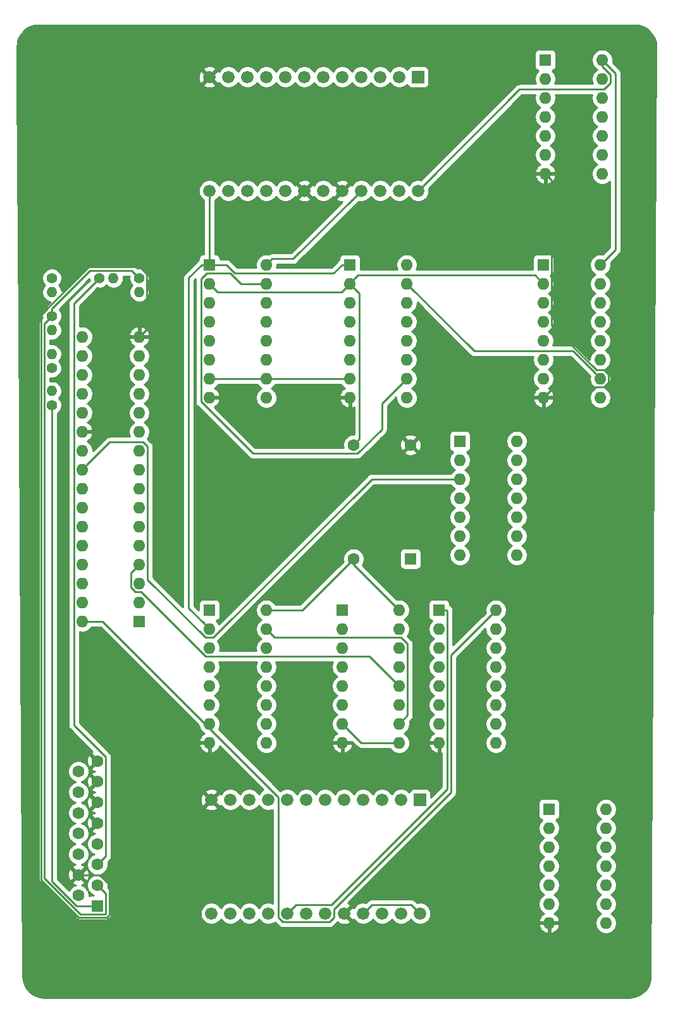
<source format=gbr>
G04 #@! TF.GenerationSoftware,KiCad,Pcbnew,5.1.5-52549c5~86~ubuntu18.04.1*
G04 #@! TF.CreationDate,2020-04-16T15:04:58+05:30*
G04 #@! TF.ProjectId,vga_controller,7667615f-636f-46e7-9472-6f6c6c65722e,rev?*
G04 #@! TF.SameCoordinates,Original*
G04 #@! TF.FileFunction,Copper,L2,Bot*
G04 #@! TF.FilePolarity,Positive*
%FSLAX46Y46*%
G04 Gerber Fmt 4.6, Leading zero omitted, Abs format (unit mm)*
G04 Created by KiCad (PCBNEW 5.1.5-52549c5~86~ubuntu18.04.1) date 2020-04-16 15:04:58*
%MOMM*%
%LPD*%
G04 APERTURE LIST*
%ADD10O,1.600000X1.600000*%
%ADD11R,1.600000X1.600000*%
%ADD12C,1.400000*%
%ADD13O,1.400000X1.400000*%
%ADD14C,1.676400*%
%ADD15R,1.676400X1.676400*%
%ADD16C,1.600000*%
%ADD17C,0.250000*%
%ADD18C,0.254000*%
G04 APERTURE END LIST*
D10*
X97790000Y-108458000D03*
X90170000Y-126238000D03*
X97790000Y-110998000D03*
X90170000Y-123698000D03*
X97790000Y-113538000D03*
X90170000Y-121158000D03*
X97790000Y-116078000D03*
X90170000Y-118618000D03*
X97790000Y-118618000D03*
X90170000Y-116078000D03*
X97790000Y-121158000D03*
X90170000Y-113538000D03*
X97790000Y-123698000D03*
X90170000Y-110998000D03*
X97790000Y-126238000D03*
D11*
X90170000Y-108458000D03*
X62992000Y-109982000D03*
D10*
X55372000Y-71882000D03*
X62992000Y-107442000D03*
X55372000Y-74422000D03*
X62992000Y-104902000D03*
X55372000Y-76962000D03*
X62992000Y-102362000D03*
X55372000Y-79502000D03*
X62992000Y-99822000D03*
X55372000Y-82042000D03*
X62992000Y-97282000D03*
X55372000Y-84582000D03*
X62992000Y-94742000D03*
X55372000Y-87122000D03*
X62992000Y-92202000D03*
X55372000Y-89662000D03*
X62992000Y-89662000D03*
X55372000Y-92202000D03*
X62992000Y-87122000D03*
X55372000Y-94742000D03*
X62992000Y-84582000D03*
X55372000Y-97282000D03*
X62992000Y-82042000D03*
X55372000Y-99822000D03*
X62992000Y-79502000D03*
X55372000Y-102362000D03*
X62992000Y-76962000D03*
X55372000Y-104902000D03*
X62992000Y-74422000D03*
X55372000Y-107442000D03*
X62992000Y-71882000D03*
X55372000Y-109982000D03*
D12*
X51308000Y-81026000D03*
D13*
X51308000Y-79126000D03*
X51308000Y-74168000D03*
D12*
X51308000Y-76068000D03*
X51308000Y-69088000D03*
D13*
X51308000Y-70988000D03*
X62992000Y-65908000D03*
D12*
X62992000Y-64008000D03*
X51308000Y-64008000D03*
D13*
X51308000Y-65908000D03*
X59558000Y-64008000D03*
D12*
X57658000Y-64008000D03*
D14*
X100330000Y-52324000D03*
X97790000Y-52324000D03*
X95250000Y-52324000D03*
X92710000Y-52324000D03*
X90170000Y-52324000D03*
X87630000Y-52324000D03*
X85090000Y-52324000D03*
X82550000Y-52324000D03*
X80010000Y-52324000D03*
X77470000Y-52324000D03*
X74930000Y-52324000D03*
X72390000Y-52324000D03*
X72390000Y-37084000D03*
X74930000Y-37084000D03*
X77470000Y-37084000D03*
X80010000Y-37084000D03*
X82550000Y-37084000D03*
X85090000Y-37084000D03*
X87630000Y-37084000D03*
X90170000Y-37084000D03*
X92710000Y-37084000D03*
X95250000Y-37084000D03*
X97790000Y-37084000D03*
D15*
X100330000Y-37084000D03*
X100584000Y-133858000D03*
D14*
X98044000Y-133858000D03*
X95504000Y-133858000D03*
X92964000Y-133858000D03*
X90424000Y-133858000D03*
X87884000Y-133858000D03*
X85344000Y-133858000D03*
X82804000Y-133858000D03*
X80264000Y-133858000D03*
X77724000Y-133858000D03*
X75184000Y-133858000D03*
X72644000Y-133858000D03*
X72644000Y-149098000D03*
X75184000Y-149098000D03*
X77724000Y-149098000D03*
X80264000Y-149098000D03*
X82804000Y-149098000D03*
X85344000Y-149098000D03*
X87884000Y-149098000D03*
X90424000Y-149098000D03*
X92964000Y-149098000D03*
X95504000Y-149098000D03*
X98044000Y-149098000D03*
X100584000Y-149098000D03*
D11*
X117348000Y-34798000D03*
D10*
X124968000Y-50038000D03*
X117348000Y-37338000D03*
X124968000Y-47498000D03*
X117348000Y-39878000D03*
X124968000Y-44958000D03*
X117348000Y-42418000D03*
X124968000Y-42418000D03*
X117348000Y-44958000D03*
X124968000Y-39878000D03*
X117348000Y-47498000D03*
X124968000Y-37338000D03*
X117348000Y-50038000D03*
X124968000Y-34798000D03*
X125476000Y-135128000D03*
X117856000Y-150368000D03*
X125476000Y-137668000D03*
X117856000Y-147828000D03*
X125476000Y-140208000D03*
X117856000Y-145288000D03*
X125476000Y-142748000D03*
X117856000Y-142748000D03*
X125476000Y-145288000D03*
X117856000Y-140208000D03*
X125476000Y-147828000D03*
X117856000Y-137668000D03*
X125476000Y-150368000D03*
D11*
X117856000Y-135128000D03*
X72390000Y-62230000D03*
D10*
X80010000Y-80010000D03*
X72390000Y-64770000D03*
X80010000Y-77470000D03*
X72390000Y-67310000D03*
X80010000Y-74930000D03*
X72390000Y-69850000D03*
X80010000Y-72390000D03*
X72390000Y-72390000D03*
X80010000Y-69850000D03*
X72390000Y-74930000D03*
X80010000Y-67310000D03*
X72390000Y-77470000D03*
X80010000Y-64770000D03*
X72390000Y-80010000D03*
X80010000Y-62230000D03*
D11*
X72390000Y-108458000D03*
D10*
X80010000Y-126238000D03*
X72390000Y-110998000D03*
X80010000Y-123698000D03*
X72390000Y-113538000D03*
X80010000Y-121158000D03*
X72390000Y-116078000D03*
X80010000Y-118618000D03*
X72390000Y-118618000D03*
X80010000Y-116078000D03*
X72390000Y-121158000D03*
X80010000Y-113538000D03*
X72390000Y-123698000D03*
X80010000Y-110998000D03*
X72390000Y-126238000D03*
X80010000Y-108458000D03*
D11*
X91186000Y-62230000D03*
D10*
X98806000Y-80010000D03*
X91186000Y-64770000D03*
X98806000Y-77470000D03*
X91186000Y-67310000D03*
X98806000Y-74930000D03*
X91186000Y-69850000D03*
X98806000Y-72390000D03*
X91186000Y-72390000D03*
X98806000Y-69850000D03*
X91186000Y-74930000D03*
X98806000Y-67310000D03*
X91186000Y-77470000D03*
X98806000Y-64770000D03*
X91186000Y-80010000D03*
X98806000Y-62230000D03*
X124714000Y-62230000D03*
X117094000Y-80010000D03*
X124714000Y-64770000D03*
X117094000Y-77470000D03*
X124714000Y-67310000D03*
X117094000Y-74930000D03*
X124714000Y-69850000D03*
X117094000Y-72390000D03*
X124714000Y-72390000D03*
X117094000Y-69850000D03*
X124714000Y-74930000D03*
X117094000Y-67310000D03*
X124714000Y-77470000D03*
X117094000Y-64770000D03*
X124714000Y-80010000D03*
D11*
X117094000Y-62230000D03*
D10*
X110744000Y-108458000D03*
X103124000Y-126238000D03*
X110744000Y-110998000D03*
X103124000Y-123698000D03*
X110744000Y-113538000D03*
X103124000Y-121158000D03*
X110744000Y-116078000D03*
X103124000Y-118618000D03*
X110744000Y-118618000D03*
X103124000Y-116078000D03*
X110744000Y-121158000D03*
X103124000Y-113538000D03*
X110744000Y-123698000D03*
X103124000Y-110998000D03*
X110744000Y-126238000D03*
D11*
X103124000Y-108458000D03*
X105918000Y-85852000D03*
D10*
X113538000Y-101092000D03*
X105918000Y-88392000D03*
X113538000Y-98552000D03*
X105918000Y-90932000D03*
X113538000Y-96012000D03*
X105918000Y-93472000D03*
X113538000Y-93472000D03*
X105918000Y-96012000D03*
X113538000Y-90932000D03*
X105918000Y-98552000D03*
X113538000Y-88392000D03*
X105918000Y-101092000D03*
X113538000Y-85852000D03*
D11*
X99314000Y-101600000D03*
D16*
X91694000Y-101600000D03*
X91694000Y-86360000D03*
X99314000Y-86360000D03*
D11*
X57404000Y-148082000D03*
D16*
X57404000Y-145312000D03*
X57404000Y-142542000D03*
X57404000Y-139772000D03*
X57404000Y-137002000D03*
X57404000Y-134232000D03*
X57404000Y-131462000D03*
X57404000Y-128692000D03*
X54864000Y-146697000D03*
X54864000Y-143927000D03*
X54864000Y-141157000D03*
X54864000Y-138387000D03*
X54864000Y-135617000D03*
X54864000Y-132847000D03*
X54864000Y-130077000D03*
D17*
X51308000Y-82015949D02*
X51308000Y-81026000D01*
X51308000Y-144806002D02*
X51308000Y-82015949D01*
X54583998Y-148082000D02*
X51308000Y-144806002D01*
X57404000Y-148082000D02*
X54583998Y-148082000D01*
X50608001Y-69787999D02*
X51308000Y-69088000D01*
X50282999Y-70113001D02*
X50608001Y-69787999D01*
X50282999Y-144417411D02*
X50282999Y-70113001D01*
X55072589Y-149207001D02*
X50282999Y-144417411D01*
X58464001Y-149207001D02*
X55072589Y-149207001D01*
X58529001Y-149142001D02*
X58464001Y-149207001D01*
X58529001Y-146437001D02*
X58529001Y-149142001D01*
X57404000Y-145312000D02*
X58529001Y-146437001D01*
X51308000Y-68098051D02*
X51308000Y-69088000D01*
X61966999Y-62982999D02*
X56423052Y-62982999D01*
X56423052Y-62982999D02*
X51308000Y-68098051D01*
X62992000Y-64008000D02*
X61966999Y-62982999D01*
X58203999Y-141742001D02*
X57404000Y-142542000D01*
X58529001Y-141416999D02*
X58203999Y-141742001D01*
X54246999Y-123869997D02*
X58529001Y-128151999D01*
X58529001Y-128151999D02*
X58529001Y-141416999D01*
X54246999Y-67419001D02*
X54246999Y-123869997D01*
X57658000Y-64008000D02*
X54246999Y-67419001D01*
X57684002Y-143927000D02*
X55995370Y-143927000D01*
X58979011Y-145222009D02*
X57684002Y-143927000D01*
X58979011Y-149328401D02*
X58979011Y-145222009D01*
X54886189Y-149657011D02*
X58650402Y-149657010D01*
X49832990Y-144603812D02*
X54886189Y-149657011D01*
X49832990Y-68936651D02*
X49832990Y-144603812D01*
X56236651Y-62532990D02*
X49832990Y-68936651D01*
X63033992Y-62532990D02*
X56236651Y-62532990D01*
X55995370Y-143927000D02*
X54864000Y-143927000D01*
X64017001Y-63515999D02*
X63033992Y-62532990D01*
X64017001Y-70856999D02*
X64017001Y-63515999D01*
X58650402Y-149657010D02*
X58979011Y-149328401D01*
X62992000Y-71882000D02*
X64017001Y-70856999D01*
X118147999Y-50837999D02*
X117348000Y-50038000D01*
X118219001Y-50909001D02*
X118147999Y-50837999D01*
X118219001Y-70338591D02*
X118219001Y-50909001D01*
X124225409Y-76344999D02*
X118219001Y-70338591D01*
X125254001Y-76344999D02*
X124225409Y-76344999D01*
X125839001Y-76929999D02*
X125254001Y-76344999D01*
X125839001Y-78010001D02*
X125839001Y-76929999D01*
X125254001Y-78595001D02*
X125839001Y-78010001D01*
X118508999Y-78595001D02*
X125254001Y-78595001D01*
X117094000Y-80010000D02*
X118508999Y-78595001D01*
X113901001Y-38752999D02*
X101168199Y-51485801D01*
X125218003Y-38752999D02*
X113901001Y-38752999D01*
X101168199Y-51485801D02*
X100330000Y-52324000D01*
X126093001Y-37878001D02*
X125218003Y-38752999D01*
X126093001Y-36797999D02*
X126093001Y-37878001D01*
X124968000Y-35672998D02*
X126093001Y-36797999D01*
X124968000Y-34798000D02*
X124968000Y-35672998D01*
X99745801Y-148259801D02*
X100584000Y-149098000D01*
X99420799Y-147934799D02*
X99745801Y-148259801D01*
X94127201Y-147934799D02*
X99420799Y-147934799D01*
X92964000Y-149098000D02*
X94127201Y-147934799D01*
X91694000Y-102362000D02*
X91694000Y-101600000D01*
X97790000Y-108458000D02*
X91694000Y-102362000D01*
X90894001Y-102399999D02*
X91694000Y-101600000D01*
X84836000Y-108458000D02*
X90894001Y-102399999D01*
X80010000Y-108458000D02*
X84836000Y-108458000D01*
X72390000Y-77470000D02*
X80010000Y-77470000D01*
X91871801Y-53162199D02*
X92710000Y-52324000D01*
X83603999Y-61430001D02*
X91871801Y-53162199D01*
X80809999Y-61430001D02*
X83603999Y-61430001D01*
X80010000Y-62230000D02*
X80809999Y-61430001D01*
X92710000Y-126238000D02*
X90170000Y-123698000D01*
X97790000Y-126238000D02*
X92710000Y-126238000D01*
X124968000Y-34798000D02*
X126746000Y-36576000D01*
X126746000Y-60198000D02*
X124714000Y-62230000D01*
X126746000Y-36576000D02*
X126746000Y-60198000D01*
X90054630Y-77470000D02*
X80010000Y-77470000D01*
X91186000Y-77470000D02*
X90054630Y-77470000D01*
X58109538Y-109982000D02*
X56503370Y-109982000D01*
X56503370Y-109982000D02*
X55372000Y-109982000D01*
X81640799Y-133513261D02*
X58109538Y-109982000D01*
X81640799Y-149656337D02*
X81640799Y-133513261D01*
X82245663Y-150261201D02*
X81640799Y-149656337D01*
X88442337Y-150261201D02*
X82245663Y-150261201D01*
X89047201Y-149656337D02*
X88442337Y-150261201D01*
X89047201Y-148539663D02*
X89047201Y-149656337D01*
X104699011Y-114502989D02*
X104699011Y-132887853D01*
X104699011Y-132887853D02*
X89047201Y-148539663D01*
X110744000Y-108458000D02*
X104699011Y-114502989D01*
X72390000Y-52324000D02*
X72390000Y-62230000D01*
X89010999Y-63355001D02*
X75801001Y-63355001D01*
X91186000Y-62230000D02*
X90136000Y-62230000D01*
X90136000Y-62230000D02*
X89010999Y-63355001D01*
X74676000Y-62230000D02*
X72390000Y-62230000D01*
X75801001Y-63355001D02*
X74676000Y-62230000D01*
X69596000Y-108204000D02*
X71590001Y-110198001D01*
X71590001Y-110198001D02*
X72390000Y-110998000D01*
X71340000Y-62230000D02*
X69596000Y-63974000D01*
X69596000Y-63974000D02*
X69596000Y-108204000D01*
X72390000Y-62230000D02*
X71340000Y-62230000D01*
X61866999Y-103487001D02*
X62192001Y-103161999D01*
X61866999Y-105442001D02*
X61866999Y-103487001D01*
X62451999Y-106027001D02*
X61866999Y-105442001D01*
X63242003Y-106027001D02*
X62451999Y-106027001D01*
X71878003Y-114663001D02*
X63242003Y-106027001D01*
X62192001Y-103161999D02*
X62992000Y-102362000D01*
X93835001Y-114663001D02*
X71878003Y-114663001D01*
X97790000Y-118618000D02*
X93835001Y-114663001D01*
X83642199Y-148259801D02*
X82804000Y-149098000D01*
X83967201Y-147934799D02*
X83642199Y-148259801D01*
X88768603Y-147934799D02*
X83967201Y-147934799D01*
X104249001Y-132454401D02*
X88768603Y-147934799D01*
X104249001Y-108533001D02*
X104249001Y-132454401D01*
X104174000Y-108458000D02*
X104249001Y-108533001D01*
X103124000Y-108458000D02*
X104174000Y-108458000D01*
X91985999Y-63970001D02*
X91186000Y-64770000D01*
X92311001Y-63644999D02*
X91985999Y-63970001D01*
X115968999Y-63644999D02*
X92311001Y-63644999D01*
X117094000Y-64770000D02*
X115968999Y-63644999D01*
X92493999Y-85560001D02*
X91694000Y-86360000D01*
X92493999Y-66077999D02*
X92493999Y-85560001D01*
X91186000Y-64770000D02*
X92493999Y-66077999D01*
X73189999Y-65569999D02*
X72390000Y-64770000D01*
X73515001Y-65895001D02*
X73189999Y-65569999D01*
X90060999Y-65895001D02*
X73515001Y-65895001D01*
X91186000Y-64770000D02*
X90060999Y-65895001D01*
X76579590Y-64770000D02*
X78878630Y-64770000D01*
X72026999Y-63355001D02*
X75164591Y-63355001D01*
X78878630Y-64770000D02*
X80010000Y-64770000D01*
X71264999Y-64117001D02*
X72026999Y-63355001D01*
X71264999Y-80550001D02*
X71264999Y-64117001D01*
X75164591Y-63355001D02*
X76579590Y-64770000D01*
X78199999Y-87485001D02*
X71264999Y-80550001D01*
X92234001Y-87485001D02*
X78199999Y-87485001D01*
X95466001Y-84253001D02*
X92234001Y-87485001D01*
X95466001Y-80809999D02*
X95466001Y-84253001D01*
X98806000Y-77470000D02*
X95466001Y-80809999D01*
X80809999Y-111797999D02*
X80010000Y-110998000D01*
X81135001Y-112123001D02*
X80809999Y-111797999D01*
X98040003Y-112123001D02*
X81135001Y-112123001D01*
X98915001Y-112997999D02*
X98040003Y-112123001D01*
X98915001Y-122572999D02*
X98915001Y-112997999D01*
X97790000Y-123698000D02*
X98915001Y-122572999D01*
X123914001Y-76670001D02*
X124714000Y-77470000D01*
X121048999Y-73804999D02*
X123914001Y-76670001D01*
X107840999Y-73804999D02*
X121048999Y-73804999D01*
X98806000Y-64770000D02*
X107840999Y-73804999D01*
X59037001Y-85996999D02*
X56171999Y-88862001D01*
X56171999Y-88862001D02*
X55372000Y-89662000D01*
X63532001Y-85996999D02*
X59037001Y-85996999D01*
X64117001Y-86581999D02*
X63532001Y-85996999D01*
X64117001Y-104390003D02*
X64117001Y-86581999D01*
X71849999Y-112123001D02*
X64117001Y-104390003D01*
X94121002Y-90932000D02*
X72930001Y-112123001D01*
X72930001Y-112123001D02*
X71849999Y-112123001D01*
X105918000Y-90932000D02*
X94121002Y-90932000D01*
D18*
G36*
X129847886Y-30182258D02*
G01*
X130388376Y-30345442D01*
X130886867Y-30610494D01*
X131324388Y-30967326D01*
X131684271Y-31402350D01*
X131952799Y-31898983D01*
X132119749Y-32438315D01*
X132181926Y-33029894D01*
X131420198Y-157445706D01*
X131361742Y-158041886D01*
X131198559Y-158582374D01*
X130933506Y-159080867D01*
X130576669Y-159518393D01*
X130141653Y-159878269D01*
X129645019Y-160146798D01*
X129105690Y-160313749D01*
X128513404Y-160376000D01*
X50324278Y-160376000D01*
X49730114Y-160317742D01*
X49189626Y-160154559D01*
X48691133Y-159889506D01*
X48253607Y-159532669D01*
X47893731Y-159097653D01*
X47625202Y-158601019D01*
X47458251Y-158061690D01*
X47395944Y-157468872D01*
X46861113Y-70113001D01*
X49519323Y-70113001D01*
X49523000Y-70150334D01*
X49522999Y-144380089D01*
X49519323Y-144417411D01*
X49522999Y-144454733D01*
X49522999Y-144454743D01*
X49533996Y-144566396D01*
X49561485Y-144657017D01*
X49577453Y-144709657D01*
X49648025Y-144841687D01*
X49670790Y-144869426D01*
X49742998Y-144957412D01*
X49772002Y-144981215D01*
X54508790Y-149718004D01*
X54532588Y-149747002D01*
X54561586Y-149770800D01*
X54648312Y-149841975D01*
X54728643Y-149884913D01*
X54780342Y-149912547D01*
X54923603Y-149956004D01*
X55035256Y-149967001D01*
X55035265Y-149967001D01*
X55072588Y-149970677D01*
X55109911Y-149967001D01*
X58426679Y-149967001D01*
X58464001Y-149970677D01*
X58501323Y-149967001D01*
X58501334Y-149967001D01*
X58612987Y-149956004D01*
X58756248Y-149912547D01*
X58888277Y-149841975D01*
X59004002Y-149747002D01*
X59027805Y-149717998D01*
X59039998Y-149705805D01*
X59069002Y-149682002D01*
X59163975Y-149566277D01*
X59234547Y-149434248D01*
X59278004Y-149290987D01*
X59289001Y-149179334D01*
X59289001Y-149179323D01*
X59292677Y-149142001D01*
X59289001Y-149104678D01*
X59289001Y-146474326D01*
X59292677Y-146437001D01*
X59289001Y-146399676D01*
X59289001Y-146399668D01*
X59278004Y-146288015D01*
X59234547Y-146144754D01*
X59163975Y-146012725D01*
X59069002Y-145897000D01*
X59040005Y-145873203D01*
X58802688Y-145635886D01*
X58839000Y-145453335D01*
X58839000Y-145170665D01*
X58783853Y-144893426D01*
X58675680Y-144632273D01*
X58518637Y-144397241D01*
X58318759Y-144197363D01*
X58083727Y-144040320D01*
X57822574Y-143932147D01*
X57796699Y-143927000D01*
X57822574Y-143921853D01*
X58083727Y-143813680D01*
X58318759Y-143656637D01*
X58518637Y-143456759D01*
X58675680Y-143221727D01*
X58783853Y-142960574D01*
X58839000Y-142683335D01*
X58839000Y-142400665D01*
X58802688Y-142218113D01*
X59039998Y-141980803D01*
X59069002Y-141957000D01*
X59163975Y-141841275D01*
X59234547Y-141709246D01*
X59278004Y-141565985D01*
X59289001Y-141454332D01*
X59289001Y-141454323D01*
X59292677Y-141417000D01*
X59289001Y-141379677D01*
X59289001Y-134877975D01*
X71803630Y-134877975D01*
X71879838Y-135125844D01*
X72141865Y-135250563D01*
X72423189Y-135321768D01*
X72712999Y-135336719D01*
X73000157Y-135294845D01*
X73273628Y-135197754D01*
X73408162Y-135125844D01*
X73484370Y-134877975D01*
X72644000Y-134037605D01*
X71803630Y-134877975D01*
X59289001Y-134877975D01*
X59289001Y-133926999D01*
X71165281Y-133926999D01*
X71207155Y-134214157D01*
X71304246Y-134487628D01*
X71376156Y-134622162D01*
X71624025Y-134698370D01*
X72464395Y-133858000D01*
X71624025Y-133017630D01*
X71376156Y-133093838D01*
X71251437Y-133355865D01*
X71180232Y-133637189D01*
X71165281Y-133926999D01*
X59289001Y-133926999D01*
X59289001Y-132838025D01*
X71803630Y-132838025D01*
X72644000Y-133678395D01*
X73484370Y-132838025D01*
X73408162Y-132590156D01*
X73146135Y-132465437D01*
X72864811Y-132394232D01*
X72575001Y-132379281D01*
X72287843Y-132421155D01*
X72014372Y-132518246D01*
X71879838Y-132590156D01*
X71803630Y-132838025D01*
X59289001Y-132838025D01*
X59289001Y-128189321D01*
X59292677Y-128151998D01*
X59289001Y-128114675D01*
X59289001Y-128114666D01*
X59278004Y-128003013D01*
X59234547Y-127859752D01*
X59163975Y-127727723D01*
X59069002Y-127611998D01*
X59040005Y-127588201D01*
X58038843Y-126587039D01*
X70998096Y-126587039D01*
X71038754Y-126721087D01*
X71158963Y-126975420D01*
X71326481Y-127201414D01*
X71534869Y-127390385D01*
X71776119Y-127535070D01*
X72040960Y-127629909D01*
X72263000Y-127508624D01*
X72263000Y-126365000D01*
X71120085Y-126365000D01*
X70998096Y-126587039D01*
X58038843Y-126587039D01*
X55006999Y-123555196D01*
X55006999Y-111372509D01*
X55230665Y-111417000D01*
X55513335Y-111417000D01*
X55790574Y-111361853D01*
X56051727Y-111253680D01*
X56286759Y-111096637D01*
X56486637Y-110896759D01*
X56590043Y-110742000D01*
X57794737Y-110742000D01*
X70970626Y-123917890D01*
X71010147Y-124116574D01*
X71118320Y-124377727D01*
X71275363Y-124612759D01*
X71475241Y-124812637D01*
X71710273Y-124969680D01*
X71720865Y-124974067D01*
X71534869Y-125085615D01*
X71326481Y-125274586D01*
X71158963Y-125500580D01*
X71038754Y-125754913D01*
X70998096Y-125888961D01*
X71120085Y-126111000D01*
X72263000Y-126111000D01*
X72263000Y-126091000D01*
X72517000Y-126091000D01*
X72517000Y-126111000D01*
X72537000Y-126111000D01*
X72537000Y-126365000D01*
X72517000Y-126365000D01*
X72517000Y-127508624D01*
X72739040Y-127629909D01*
X73003881Y-127535070D01*
X73245131Y-127390385D01*
X73453519Y-127201414D01*
X73621037Y-126975420D01*
X73741246Y-126721087D01*
X73748827Y-126696092D01*
X79593772Y-132541037D01*
X79566178Y-132552467D01*
X79324890Y-132713691D01*
X79119691Y-132918890D01*
X78994000Y-133106999D01*
X78868309Y-132918890D01*
X78663110Y-132713691D01*
X78421822Y-132552467D01*
X78153717Y-132441414D01*
X77869098Y-132384800D01*
X77578902Y-132384800D01*
X77294283Y-132441414D01*
X77026178Y-132552467D01*
X76784890Y-132713691D01*
X76579691Y-132918890D01*
X76454000Y-133106999D01*
X76328309Y-132918890D01*
X76123110Y-132713691D01*
X75881822Y-132552467D01*
X75613717Y-132441414D01*
X75329098Y-132384800D01*
X75038902Y-132384800D01*
X74754283Y-132441414D01*
X74486178Y-132552467D01*
X74244890Y-132713691D01*
X74039691Y-132918890D01*
X73916711Y-133102943D01*
X73911844Y-133093838D01*
X73663975Y-133017630D01*
X72823605Y-133858000D01*
X73663975Y-134698370D01*
X73911844Y-134622162D01*
X73916399Y-134612592D01*
X74039691Y-134797110D01*
X74244890Y-135002309D01*
X74486178Y-135163533D01*
X74754283Y-135274586D01*
X75038902Y-135331200D01*
X75329098Y-135331200D01*
X75613717Y-135274586D01*
X75881822Y-135163533D01*
X76123110Y-135002309D01*
X76328309Y-134797110D01*
X76454000Y-134609001D01*
X76579691Y-134797110D01*
X76784890Y-135002309D01*
X77026178Y-135163533D01*
X77294283Y-135274586D01*
X77578902Y-135331200D01*
X77869098Y-135331200D01*
X78153717Y-135274586D01*
X78421822Y-135163533D01*
X78663110Y-135002309D01*
X78868309Y-134797110D01*
X78994000Y-134609001D01*
X79119691Y-134797110D01*
X79324890Y-135002309D01*
X79566178Y-135163533D01*
X79834283Y-135274586D01*
X80118902Y-135331200D01*
X80409098Y-135331200D01*
X80693717Y-135274586D01*
X80880800Y-135197094D01*
X80880799Y-147758906D01*
X80693717Y-147681414D01*
X80409098Y-147624800D01*
X80118902Y-147624800D01*
X79834283Y-147681414D01*
X79566178Y-147792467D01*
X79324890Y-147953691D01*
X79119691Y-148158890D01*
X78994000Y-148346999D01*
X78868309Y-148158890D01*
X78663110Y-147953691D01*
X78421822Y-147792467D01*
X78153717Y-147681414D01*
X77869098Y-147624800D01*
X77578902Y-147624800D01*
X77294283Y-147681414D01*
X77026178Y-147792467D01*
X76784890Y-147953691D01*
X76579691Y-148158890D01*
X76454000Y-148346999D01*
X76328309Y-148158890D01*
X76123110Y-147953691D01*
X75881822Y-147792467D01*
X75613717Y-147681414D01*
X75329098Y-147624800D01*
X75038902Y-147624800D01*
X74754283Y-147681414D01*
X74486178Y-147792467D01*
X74244890Y-147953691D01*
X74039691Y-148158890D01*
X73914000Y-148346999D01*
X73788309Y-148158890D01*
X73583110Y-147953691D01*
X73341822Y-147792467D01*
X73073717Y-147681414D01*
X72789098Y-147624800D01*
X72498902Y-147624800D01*
X72214283Y-147681414D01*
X71946178Y-147792467D01*
X71704890Y-147953691D01*
X71499691Y-148158890D01*
X71338467Y-148400178D01*
X71227414Y-148668283D01*
X71170800Y-148952902D01*
X71170800Y-149243098D01*
X71227414Y-149527717D01*
X71338467Y-149795822D01*
X71499691Y-150037110D01*
X71704890Y-150242309D01*
X71946178Y-150403533D01*
X72214283Y-150514586D01*
X72498902Y-150571200D01*
X72789098Y-150571200D01*
X73073717Y-150514586D01*
X73341822Y-150403533D01*
X73583110Y-150242309D01*
X73788309Y-150037110D01*
X73914000Y-149849001D01*
X74039691Y-150037110D01*
X74244890Y-150242309D01*
X74486178Y-150403533D01*
X74754283Y-150514586D01*
X75038902Y-150571200D01*
X75329098Y-150571200D01*
X75613717Y-150514586D01*
X75881822Y-150403533D01*
X76123110Y-150242309D01*
X76328309Y-150037110D01*
X76454000Y-149849001D01*
X76579691Y-150037110D01*
X76784890Y-150242309D01*
X77026178Y-150403533D01*
X77294283Y-150514586D01*
X77578902Y-150571200D01*
X77869098Y-150571200D01*
X78153717Y-150514586D01*
X78421822Y-150403533D01*
X78663110Y-150242309D01*
X78868309Y-150037110D01*
X78994000Y-149849001D01*
X79119691Y-150037110D01*
X79324890Y-150242309D01*
X79566178Y-150403533D01*
X79834283Y-150514586D01*
X80118902Y-150571200D01*
X80409098Y-150571200D01*
X80693717Y-150514586D01*
X80961822Y-150403533D01*
X81172454Y-150262793D01*
X81681863Y-150772203D01*
X81705662Y-150801202D01*
X81821387Y-150896175D01*
X81953416Y-150966747D01*
X82096677Y-151010204D01*
X82208330Y-151021201D01*
X82208340Y-151021201D01*
X82245663Y-151024877D01*
X82282986Y-151021201D01*
X88405015Y-151021201D01*
X88442337Y-151024877D01*
X88479659Y-151021201D01*
X88479670Y-151021201D01*
X88591323Y-151010204D01*
X88734584Y-150966747D01*
X88866613Y-150896175D01*
X88982338Y-150801202D01*
X89006140Y-150772199D01*
X89061300Y-150717039D01*
X116464096Y-150717039D01*
X116504754Y-150851087D01*
X116624963Y-151105420D01*
X116792481Y-151331414D01*
X117000869Y-151520385D01*
X117242119Y-151665070D01*
X117506960Y-151759909D01*
X117729000Y-151638624D01*
X117729000Y-150495000D01*
X117983000Y-150495000D01*
X117983000Y-151638624D01*
X118205040Y-151759909D01*
X118469881Y-151665070D01*
X118711131Y-151520385D01*
X118919519Y-151331414D01*
X119087037Y-151105420D01*
X119207246Y-150851087D01*
X119247904Y-150717039D01*
X119125915Y-150495000D01*
X117983000Y-150495000D01*
X117729000Y-150495000D01*
X116586085Y-150495000D01*
X116464096Y-150717039D01*
X89061300Y-150717039D01*
X89558203Y-150220137D01*
X89587202Y-150196338D01*
X89602130Y-150178148D01*
X89659838Y-150365844D01*
X89921865Y-150490563D01*
X90203189Y-150561768D01*
X90492999Y-150576719D01*
X90780157Y-150534845D01*
X91053628Y-150437754D01*
X91188162Y-150365844D01*
X91264370Y-150117975D01*
X90424000Y-149277605D01*
X90409858Y-149291748D01*
X90230253Y-149112143D01*
X90244395Y-149098000D01*
X90603605Y-149098000D01*
X91443975Y-149938370D01*
X91691844Y-149862162D01*
X91696399Y-149852592D01*
X91819691Y-150037110D01*
X92024890Y-150242309D01*
X92266178Y-150403533D01*
X92534283Y-150514586D01*
X92818902Y-150571200D01*
X93109098Y-150571200D01*
X93393717Y-150514586D01*
X93661822Y-150403533D01*
X93903110Y-150242309D01*
X94108309Y-150037110D01*
X94234000Y-149849001D01*
X94359691Y-150037110D01*
X94564890Y-150242309D01*
X94806178Y-150403533D01*
X95074283Y-150514586D01*
X95358902Y-150571200D01*
X95649098Y-150571200D01*
X95933717Y-150514586D01*
X96201822Y-150403533D01*
X96443110Y-150242309D01*
X96648309Y-150037110D01*
X96774000Y-149849001D01*
X96899691Y-150037110D01*
X97104890Y-150242309D01*
X97346178Y-150403533D01*
X97614283Y-150514586D01*
X97898902Y-150571200D01*
X98189098Y-150571200D01*
X98473717Y-150514586D01*
X98741822Y-150403533D01*
X98983110Y-150242309D01*
X99188309Y-150037110D01*
X99314000Y-149849001D01*
X99439691Y-150037110D01*
X99644890Y-150242309D01*
X99886178Y-150403533D01*
X100154283Y-150514586D01*
X100438902Y-150571200D01*
X100729098Y-150571200D01*
X101013717Y-150514586D01*
X101281822Y-150403533D01*
X101523110Y-150242309D01*
X101728309Y-150037110D01*
X101889533Y-149795822D01*
X102000586Y-149527717D01*
X102057200Y-149243098D01*
X102057200Y-148952902D01*
X102000586Y-148668283D01*
X101889533Y-148400178D01*
X101728309Y-148158890D01*
X101523110Y-147953691D01*
X101281822Y-147792467D01*
X101013717Y-147681414D01*
X100729098Y-147624800D01*
X100438902Y-147624800D01*
X100227626Y-147666825D01*
X99984603Y-147423802D01*
X99960800Y-147394798D01*
X99845075Y-147299825D01*
X99713046Y-147229253D01*
X99569785Y-147185796D01*
X99458132Y-147174799D01*
X99458121Y-147174799D01*
X99420799Y-147171123D01*
X99383477Y-147174799D01*
X94164526Y-147174799D01*
X94127201Y-147171123D01*
X94089876Y-147174799D01*
X94089868Y-147174799D01*
X93978215Y-147185796D01*
X93834954Y-147229253D01*
X93702925Y-147299825D01*
X93587200Y-147394798D01*
X93563402Y-147423796D01*
X93320373Y-147666825D01*
X93109098Y-147624800D01*
X92818902Y-147624800D01*
X92534283Y-147681414D01*
X92266178Y-147792467D01*
X92024890Y-147953691D01*
X91819691Y-148158890D01*
X91696711Y-148342943D01*
X91691844Y-148333838D01*
X91443975Y-148257630D01*
X90603605Y-149098000D01*
X90244395Y-149098000D01*
X90230253Y-149083858D01*
X90409858Y-148904253D01*
X90424000Y-148918395D01*
X91264370Y-148078025D01*
X91188162Y-147830156D01*
X90946524Y-147715142D01*
X104333666Y-134328000D01*
X116417928Y-134328000D01*
X116417928Y-135928000D01*
X116430188Y-136052482D01*
X116466498Y-136172180D01*
X116525463Y-136282494D01*
X116604815Y-136379185D01*
X116701506Y-136458537D01*
X116811820Y-136517502D01*
X116931518Y-136553812D01*
X116939961Y-136554643D01*
X116741363Y-136753241D01*
X116584320Y-136988273D01*
X116476147Y-137249426D01*
X116421000Y-137526665D01*
X116421000Y-137809335D01*
X116476147Y-138086574D01*
X116584320Y-138347727D01*
X116741363Y-138582759D01*
X116941241Y-138782637D01*
X117173759Y-138938000D01*
X116941241Y-139093363D01*
X116741363Y-139293241D01*
X116584320Y-139528273D01*
X116476147Y-139789426D01*
X116421000Y-140066665D01*
X116421000Y-140349335D01*
X116476147Y-140626574D01*
X116584320Y-140887727D01*
X116741363Y-141122759D01*
X116941241Y-141322637D01*
X117173759Y-141478000D01*
X116941241Y-141633363D01*
X116741363Y-141833241D01*
X116584320Y-142068273D01*
X116476147Y-142329426D01*
X116421000Y-142606665D01*
X116421000Y-142889335D01*
X116476147Y-143166574D01*
X116584320Y-143427727D01*
X116741363Y-143662759D01*
X116941241Y-143862637D01*
X117173759Y-144018000D01*
X116941241Y-144173363D01*
X116741363Y-144373241D01*
X116584320Y-144608273D01*
X116476147Y-144869426D01*
X116421000Y-145146665D01*
X116421000Y-145429335D01*
X116476147Y-145706574D01*
X116584320Y-145967727D01*
X116741363Y-146202759D01*
X116941241Y-146402637D01*
X117173759Y-146558000D01*
X116941241Y-146713363D01*
X116741363Y-146913241D01*
X116584320Y-147148273D01*
X116476147Y-147409426D01*
X116421000Y-147686665D01*
X116421000Y-147969335D01*
X116476147Y-148246574D01*
X116584320Y-148507727D01*
X116741363Y-148742759D01*
X116941241Y-148942637D01*
X117176273Y-149099680D01*
X117186865Y-149104067D01*
X117000869Y-149215615D01*
X116792481Y-149404586D01*
X116624963Y-149630580D01*
X116504754Y-149884913D01*
X116464096Y-150018961D01*
X116586085Y-150241000D01*
X117729000Y-150241000D01*
X117729000Y-150221000D01*
X117983000Y-150221000D01*
X117983000Y-150241000D01*
X119125915Y-150241000D01*
X119247904Y-150018961D01*
X119207246Y-149884913D01*
X119087037Y-149630580D01*
X118919519Y-149404586D01*
X118711131Y-149215615D01*
X118525135Y-149104067D01*
X118535727Y-149099680D01*
X118770759Y-148942637D01*
X118970637Y-148742759D01*
X119127680Y-148507727D01*
X119235853Y-148246574D01*
X119291000Y-147969335D01*
X119291000Y-147686665D01*
X119235853Y-147409426D01*
X119127680Y-147148273D01*
X118970637Y-146913241D01*
X118770759Y-146713363D01*
X118538241Y-146558000D01*
X118770759Y-146402637D01*
X118970637Y-146202759D01*
X119127680Y-145967727D01*
X119235853Y-145706574D01*
X119291000Y-145429335D01*
X119291000Y-145146665D01*
X119235853Y-144869426D01*
X119127680Y-144608273D01*
X118970637Y-144373241D01*
X118770759Y-144173363D01*
X118538241Y-144018000D01*
X118770759Y-143862637D01*
X118970637Y-143662759D01*
X119127680Y-143427727D01*
X119235853Y-143166574D01*
X119291000Y-142889335D01*
X119291000Y-142606665D01*
X119235853Y-142329426D01*
X119127680Y-142068273D01*
X118970637Y-141833241D01*
X118770759Y-141633363D01*
X118538241Y-141478000D01*
X118770759Y-141322637D01*
X118970637Y-141122759D01*
X119127680Y-140887727D01*
X119235853Y-140626574D01*
X119291000Y-140349335D01*
X119291000Y-140066665D01*
X119235853Y-139789426D01*
X119127680Y-139528273D01*
X118970637Y-139293241D01*
X118770759Y-139093363D01*
X118538241Y-138938000D01*
X118770759Y-138782637D01*
X118970637Y-138582759D01*
X119127680Y-138347727D01*
X119235853Y-138086574D01*
X119291000Y-137809335D01*
X119291000Y-137526665D01*
X119235853Y-137249426D01*
X119127680Y-136988273D01*
X118970637Y-136753241D01*
X118772039Y-136554643D01*
X118780482Y-136553812D01*
X118900180Y-136517502D01*
X119010494Y-136458537D01*
X119107185Y-136379185D01*
X119186537Y-136282494D01*
X119245502Y-136172180D01*
X119281812Y-136052482D01*
X119294072Y-135928000D01*
X119294072Y-134986665D01*
X124041000Y-134986665D01*
X124041000Y-135269335D01*
X124096147Y-135546574D01*
X124204320Y-135807727D01*
X124361363Y-136042759D01*
X124561241Y-136242637D01*
X124793759Y-136398000D01*
X124561241Y-136553363D01*
X124361363Y-136753241D01*
X124204320Y-136988273D01*
X124096147Y-137249426D01*
X124041000Y-137526665D01*
X124041000Y-137809335D01*
X124096147Y-138086574D01*
X124204320Y-138347727D01*
X124361363Y-138582759D01*
X124561241Y-138782637D01*
X124793759Y-138938000D01*
X124561241Y-139093363D01*
X124361363Y-139293241D01*
X124204320Y-139528273D01*
X124096147Y-139789426D01*
X124041000Y-140066665D01*
X124041000Y-140349335D01*
X124096147Y-140626574D01*
X124204320Y-140887727D01*
X124361363Y-141122759D01*
X124561241Y-141322637D01*
X124793759Y-141478000D01*
X124561241Y-141633363D01*
X124361363Y-141833241D01*
X124204320Y-142068273D01*
X124096147Y-142329426D01*
X124041000Y-142606665D01*
X124041000Y-142889335D01*
X124096147Y-143166574D01*
X124204320Y-143427727D01*
X124361363Y-143662759D01*
X124561241Y-143862637D01*
X124793759Y-144018000D01*
X124561241Y-144173363D01*
X124361363Y-144373241D01*
X124204320Y-144608273D01*
X124096147Y-144869426D01*
X124041000Y-145146665D01*
X124041000Y-145429335D01*
X124096147Y-145706574D01*
X124204320Y-145967727D01*
X124361363Y-146202759D01*
X124561241Y-146402637D01*
X124793759Y-146558000D01*
X124561241Y-146713363D01*
X124361363Y-146913241D01*
X124204320Y-147148273D01*
X124096147Y-147409426D01*
X124041000Y-147686665D01*
X124041000Y-147969335D01*
X124096147Y-148246574D01*
X124204320Y-148507727D01*
X124361363Y-148742759D01*
X124561241Y-148942637D01*
X124793759Y-149098000D01*
X124561241Y-149253363D01*
X124361363Y-149453241D01*
X124204320Y-149688273D01*
X124096147Y-149949426D01*
X124041000Y-150226665D01*
X124041000Y-150509335D01*
X124096147Y-150786574D01*
X124204320Y-151047727D01*
X124361363Y-151282759D01*
X124561241Y-151482637D01*
X124796273Y-151639680D01*
X125057426Y-151747853D01*
X125334665Y-151803000D01*
X125617335Y-151803000D01*
X125894574Y-151747853D01*
X126155727Y-151639680D01*
X126390759Y-151482637D01*
X126590637Y-151282759D01*
X126747680Y-151047727D01*
X126855853Y-150786574D01*
X126911000Y-150509335D01*
X126911000Y-150226665D01*
X126855853Y-149949426D01*
X126747680Y-149688273D01*
X126590637Y-149453241D01*
X126390759Y-149253363D01*
X126158241Y-149098000D01*
X126390759Y-148942637D01*
X126590637Y-148742759D01*
X126747680Y-148507727D01*
X126855853Y-148246574D01*
X126911000Y-147969335D01*
X126911000Y-147686665D01*
X126855853Y-147409426D01*
X126747680Y-147148273D01*
X126590637Y-146913241D01*
X126390759Y-146713363D01*
X126158241Y-146558000D01*
X126390759Y-146402637D01*
X126590637Y-146202759D01*
X126747680Y-145967727D01*
X126855853Y-145706574D01*
X126911000Y-145429335D01*
X126911000Y-145146665D01*
X126855853Y-144869426D01*
X126747680Y-144608273D01*
X126590637Y-144373241D01*
X126390759Y-144173363D01*
X126158241Y-144018000D01*
X126390759Y-143862637D01*
X126590637Y-143662759D01*
X126747680Y-143427727D01*
X126855853Y-143166574D01*
X126911000Y-142889335D01*
X126911000Y-142606665D01*
X126855853Y-142329426D01*
X126747680Y-142068273D01*
X126590637Y-141833241D01*
X126390759Y-141633363D01*
X126158241Y-141478000D01*
X126390759Y-141322637D01*
X126590637Y-141122759D01*
X126747680Y-140887727D01*
X126855853Y-140626574D01*
X126911000Y-140349335D01*
X126911000Y-140066665D01*
X126855853Y-139789426D01*
X126747680Y-139528273D01*
X126590637Y-139293241D01*
X126390759Y-139093363D01*
X126158241Y-138938000D01*
X126390759Y-138782637D01*
X126590637Y-138582759D01*
X126747680Y-138347727D01*
X126855853Y-138086574D01*
X126911000Y-137809335D01*
X126911000Y-137526665D01*
X126855853Y-137249426D01*
X126747680Y-136988273D01*
X126590637Y-136753241D01*
X126390759Y-136553363D01*
X126158241Y-136398000D01*
X126390759Y-136242637D01*
X126590637Y-136042759D01*
X126747680Y-135807727D01*
X126855853Y-135546574D01*
X126911000Y-135269335D01*
X126911000Y-134986665D01*
X126855853Y-134709426D01*
X126747680Y-134448273D01*
X126590637Y-134213241D01*
X126390759Y-134013363D01*
X126155727Y-133856320D01*
X125894574Y-133748147D01*
X125617335Y-133693000D01*
X125334665Y-133693000D01*
X125057426Y-133748147D01*
X124796273Y-133856320D01*
X124561241Y-134013363D01*
X124361363Y-134213241D01*
X124204320Y-134448273D01*
X124096147Y-134709426D01*
X124041000Y-134986665D01*
X119294072Y-134986665D01*
X119294072Y-134328000D01*
X119281812Y-134203518D01*
X119245502Y-134083820D01*
X119186537Y-133973506D01*
X119107185Y-133876815D01*
X119010494Y-133797463D01*
X118900180Y-133738498D01*
X118780482Y-133702188D01*
X118656000Y-133689928D01*
X117056000Y-133689928D01*
X116931518Y-133702188D01*
X116811820Y-133738498D01*
X116701506Y-133797463D01*
X116604815Y-133876815D01*
X116525463Y-133973506D01*
X116466498Y-134083820D01*
X116430188Y-134203518D01*
X116417928Y-134328000D01*
X104333666Y-134328000D01*
X105210014Y-133451652D01*
X105239012Y-133427854D01*
X105298092Y-133355865D01*
X105333985Y-133312130D01*
X105404557Y-133180100D01*
X105410670Y-133159947D01*
X105448014Y-133036839D01*
X105459011Y-132925186D01*
X105459011Y-132925176D01*
X105462687Y-132887853D01*
X105459011Y-132850530D01*
X105459011Y-114817790D01*
X109309000Y-110967802D01*
X109309000Y-111139335D01*
X109364147Y-111416574D01*
X109472320Y-111677727D01*
X109629363Y-111912759D01*
X109829241Y-112112637D01*
X110061759Y-112268000D01*
X109829241Y-112423363D01*
X109629363Y-112623241D01*
X109472320Y-112858273D01*
X109364147Y-113119426D01*
X109309000Y-113396665D01*
X109309000Y-113679335D01*
X109364147Y-113956574D01*
X109472320Y-114217727D01*
X109629363Y-114452759D01*
X109829241Y-114652637D01*
X110061759Y-114808000D01*
X109829241Y-114963363D01*
X109629363Y-115163241D01*
X109472320Y-115398273D01*
X109364147Y-115659426D01*
X109309000Y-115936665D01*
X109309000Y-116219335D01*
X109364147Y-116496574D01*
X109472320Y-116757727D01*
X109629363Y-116992759D01*
X109829241Y-117192637D01*
X110061759Y-117348000D01*
X109829241Y-117503363D01*
X109629363Y-117703241D01*
X109472320Y-117938273D01*
X109364147Y-118199426D01*
X109309000Y-118476665D01*
X109309000Y-118759335D01*
X109364147Y-119036574D01*
X109472320Y-119297727D01*
X109629363Y-119532759D01*
X109829241Y-119732637D01*
X110061759Y-119888000D01*
X109829241Y-120043363D01*
X109629363Y-120243241D01*
X109472320Y-120478273D01*
X109364147Y-120739426D01*
X109309000Y-121016665D01*
X109309000Y-121299335D01*
X109364147Y-121576574D01*
X109472320Y-121837727D01*
X109629363Y-122072759D01*
X109829241Y-122272637D01*
X110061759Y-122428000D01*
X109829241Y-122583363D01*
X109629363Y-122783241D01*
X109472320Y-123018273D01*
X109364147Y-123279426D01*
X109309000Y-123556665D01*
X109309000Y-123839335D01*
X109364147Y-124116574D01*
X109472320Y-124377727D01*
X109629363Y-124612759D01*
X109829241Y-124812637D01*
X110061759Y-124968000D01*
X109829241Y-125123363D01*
X109629363Y-125323241D01*
X109472320Y-125558273D01*
X109364147Y-125819426D01*
X109309000Y-126096665D01*
X109309000Y-126379335D01*
X109364147Y-126656574D01*
X109472320Y-126917727D01*
X109629363Y-127152759D01*
X109829241Y-127352637D01*
X110064273Y-127509680D01*
X110325426Y-127617853D01*
X110602665Y-127673000D01*
X110885335Y-127673000D01*
X111162574Y-127617853D01*
X111423727Y-127509680D01*
X111658759Y-127352637D01*
X111858637Y-127152759D01*
X112015680Y-126917727D01*
X112123853Y-126656574D01*
X112179000Y-126379335D01*
X112179000Y-126096665D01*
X112123853Y-125819426D01*
X112015680Y-125558273D01*
X111858637Y-125323241D01*
X111658759Y-125123363D01*
X111426241Y-124968000D01*
X111658759Y-124812637D01*
X111858637Y-124612759D01*
X112015680Y-124377727D01*
X112123853Y-124116574D01*
X112179000Y-123839335D01*
X112179000Y-123556665D01*
X112123853Y-123279426D01*
X112015680Y-123018273D01*
X111858637Y-122783241D01*
X111658759Y-122583363D01*
X111426241Y-122428000D01*
X111658759Y-122272637D01*
X111858637Y-122072759D01*
X112015680Y-121837727D01*
X112123853Y-121576574D01*
X112179000Y-121299335D01*
X112179000Y-121016665D01*
X112123853Y-120739426D01*
X112015680Y-120478273D01*
X111858637Y-120243241D01*
X111658759Y-120043363D01*
X111426241Y-119888000D01*
X111658759Y-119732637D01*
X111858637Y-119532759D01*
X112015680Y-119297727D01*
X112123853Y-119036574D01*
X112179000Y-118759335D01*
X112179000Y-118476665D01*
X112123853Y-118199426D01*
X112015680Y-117938273D01*
X111858637Y-117703241D01*
X111658759Y-117503363D01*
X111426241Y-117348000D01*
X111658759Y-117192637D01*
X111858637Y-116992759D01*
X112015680Y-116757727D01*
X112123853Y-116496574D01*
X112179000Y-116219335D01*
X112179000Y-115936665D01*
X112123853Y-115659426D01*
X112015680Y-115398273D01*
X111858637Y-115163241D01*
X111658759Y-114963363D01*
X111426241Y-114808000D01*
X111658759Y-114652637D01*
X111858637Y-114452759D01*
X112015680Y-114217727D01*
X112123853Y-113956574D01*
X112179000Y-113679335D01*
X112179000Y-113396665D01*
X112123853Y-113119426D01*
X112015680Y-112858273D01*
X111858637Y-112623241D01*
X111658759Y-112423363D01*
X111426241Y-112268000D01*
X111658759Y-112112637D01*
X111858637Y-111912759D01*
X112015680Y-111677727D01*
X112123853Y-111416574D01*
X112179000Y-111139335D01*
X112179000Y-110856665D01*
X112123853Y-110579426D01*
X112015680Y-110318273D01*
X111858637Y-110083241D01*
X111658759Y-109883363D01*
X111426241Y-109728000D01*
X111658759Y-109572637D01*
X111858637Y-109372759D01*
X112015680Y-109137727D01*
X112123853Y-108876574D01*
X112179000Y-108599335D01*
X112179000Y-108316665D01*
X112123853Y-108039426D01*
X112015680Y-107778273D01*
X111858637Y-107543241D01*
X111658759Y-107343363D01*
X111423727Y-107186320D01*
X111162574Y-107078147D01*
X110885335Y-107023000D01*
X110602665Y-107023000D01*
X110325426Y-107078147D01*
X110064273Y-107186320D01*
X109829241Y-107343363D01*
X109629363Y-107543241D01*
X109472320Y-107778273D01*
X109364147Y-108039426D01*
X109309000Y-108316665D01*
X109309000Y-108599335D01*
X109345312Y-108781885D01*
X105009001Y-113118198D01*
X105009001Y-108570323D01*
X105012677Y-108533000D01*
X105009001Y-108495678D01*
X105009001Y-108495668D01*
X104998004Y-108384015D01*
X104954547Y-108240754D01*
X104883975Y-108108725D01*
X104789002Y-107993000D01*
X104760003Y-107969201D01*
X104737802Y-107947000D01*
X104714001Y-107917999D01*
X104598276Y-107823026D01*
X104562072Y-107803674D01*
X104562072Y-107658000D01*
X104549812Y-107533518D01*
X104513502Y-107413820D01*
X104454537Y-107303506D01*
X104375185Y-107206815D01*
X104278494Y-107127463D01*
X104168180Y-107068498D01*
X104048482Y-107032188D01*
X103924000Y-107019928D01*
X102324000Y-107019928D01*
X102199518Y-107032188D01*
X102079820Y-107068498D01*
X101969506Y-107127463D01*
X101872815Y-107206815D01*
X101793463Y-107303506D01*
X101734498Y-107413820D01*
X101698188Y-107533518D01*
X101685928Y-107658000D01*
X101685928Y-109258000D01*
X101698188Y-109382482D01*
X101734498Y-109502180D01*
X101793463Y-109612494D01*
X101872815Y-109709185D01*
X101969506Y-109788537D01*
X102079820Y-109847502D01*
X102199518Y-109883812D01*
X102207961Y-109884643D01*
X102009363Y-110083241D01*
X101852320Y-110318273D01*
X101744147Y-110579426D01*
X101689000Y-110856665D01*
X101689000Y-111139335D01*
X101744147Y-111416574D01*
X101852320Y-111677727D01*
X102009363Y-111912759D01*
X102209241Y-112112637D01*
X102441759Y-112268000D01*
X102209241Y-112423363D01*
X102009363Y-112623241D01*
X101852320Y-112858273D01*
X101744147Y-113119426D01*
X101689000Y-113396665D01*
X101689000Y-113679335D01*
X101744147Y-113956574D01*
X101852320Y-114217727D01*
X102009363Y-114452759D01*
X102209241Y-114652637D01*
X102441759Y-114808000D01*
X102209241Y-114963363D01*
X102009363Y-115163241D01*
X101852320Y-115398273D01*
X101744147Y-115659426D01*
X101689000Y-115936665D01*
X101689000Y-116219335D01*
X101744147Y-116496574D01*
X101852320Y-116757727D01*
X102009363Y-116992759D01*
X102209241Y-117192637D01*
X102441759Y-117348000D01*
X102209241Y-117503363D01*
X102009363Y-117703241D01*
X101852320Y-117938273D01*
X101744147Y-118199426D01*
X101689000Y-118476665D01*
X101689000Y-118759335D01*
X101744147Y-119036574D01*
X101852320Y-119297727D01*
X102009363Y-119532759D01*
X102209241Y-119732637D01*
X102441759Y-119888000D01*
X102209241Y-120043363D01*
X102009363Y-120243241D01*
X101852320Y-120478273D01*
X101744147Y-120739426D01*
X101689000Y-121016665D01*
X101689000Y-121299335D01*
X101744147Y-121576574D01*
X101852320Y-121837727D01*
X102009363Y-122072759D01*
X102209241Y-122272637D01*
X102441759Y-122428000D01*
X102209241Y-122583363D01*
X102009363Y-122783241D01*
X101852320Y-123018273D01*
X101744147Y-123279426D01*
X101689000Y-123556665D01*
X101689000Y-123839335D01*
X101744147Y-124116574D01*
X101852320Y-124377727D01*
X102009363Y-124612759D01*
X102209241Y-124812637D01*
X102444273Y-124969680D01*
X102454865Y-124974067D01*
X102268869Y-125085615D01*
X102060481Y-125274586D01*
X101892963Y-125500580D01*
X101772754Y-125754913D01*
X101732096Y-125888961D01*
X101854085Y-126111000D01*
X102997000Y-126111000D01*
X102997000Y-126091000D01*
X103251000Y-126091000D01*
X103251000Y-126111000D01*
X103271000Y-126111000D01*
X103271000Y-126365000D01*
X103251000Y-126365000D01*
X103251000Y-127508624D01*
X103473040Y-127629909D01*
X103489002Y-127624193D01*
X103489002Y-132139598D01*
X102060272Y-133568328D01*
X102060272Y-133019800D01*
X102048012Y-132895318D01*
X102011702Y-132775620D01*
X101952737Y-132665306D01*
X101873385Y-132568615D01*
X101776694Y-132489263D01*
X101666380Y-132430298D01*
X101546682Y-132393988D01*
X101422200Y-132381728D01*
X99745800Y-132381728D01*
X99621318Y-132393988D01*
X99501620Y-132430298D01*
X99391306Y-132489263D01*
X99294615Y-132568615D01*
X99215263Y-132665306D01*
X99156298Y-132775620D01*
X99130403Y-132860984D01*
X98983110Y-132713691D01*
X98741822Y-132552467D01*
X98473717Y-132441414D01*
X98189098Y-132384800D01*
X97898902Y-132384800D01*
X97614283Y-132441414D01*
X97346178Y-132552467D01*
X97104890Y-132713691D01*
X96899691Y-132918890D01*
X96774000Y-133106999D01*
X96648309Y-132918890D01*
X96443110Y-132713691D01*
X96201822Y-132552467D01*
X95933717Y-132441414D01*
X95649098Y-132384800D01*
X95358902Y-132384800D01*
X95074283Y-132441414D01*
X94806178Y-132552467D01*
X94564890Y-132713691D01*
X94359691Y-132918890D01*
X94234000Y-133106999D01*
X94108309Y-132918890D01*
X93903110Y-132713691D01*
X93661822Y-132552467D01*
X93393717Y-132441414D01*
X93109098Y-132384800D01*
X92818902Y-132384800D01*
X92534283Y-132441414D01*
X92266178Y-132552467D01*
X92024890Y-132713691D01*
X91819691Y-132918890D01*
X91694000Y-133106999D01*
X91568309Y-132918890D01*
X91363110Y-132713691D01*
X91121822Y-132552467D01*
X90853717Y-132441414D01*
X90569098Y-132384800D01*
X90278902Y-132384800D01*
X89994283Y-132441414D01*
X89726178Y-132552467D01*
X89484890Y-132713691D01*
X89279691Y-132918890D01*
X89154000Y-133106999D01*
X89028309Y-132918890D01*
X88823110Y-132713691D01*
X88581822Y-132552467D01*
X88313717Y-132441414D01*
X88029098Y-132384800D01*
X87738902Y-132384800D01*
X87454283Y-132441414D01*
X87186178Y-132552467D01*
X86944890Y-132713691D01*
X86739691Y-132918890D01*
X86614000Y-133106999D01*
X86488309Y-132918890D01*
X86283110Y-132713691D01*
X86041822Y-132552467D01*
X85773717Y-132441414D01*
X85489098Y-132384800D01*
X85198902Y-132384800D01*
X84914283Y-132441414D01*
X84646178Y-132552467D01*
X84404890Y-132713691D01*
X84199691Y-132918890D01*
X84074000Y-133106999D01*
X83948309Y-132918890D01*
X83743110Y-132713691D01*
X83501822Y-132552467D01*
X83233717Y-132441414D01*
X82949098Y-132384800D01*
X82658902Y-132384800D01*
X82374283Y-132441414D01*
X82106178Y-132552467D01*
X81895547Y-132693206D01*
X73628991Y-124426650D01*
X73661680Y-124377727D01*
X73769853Y-124116574D01*
X73825000Y-123839335D01*
X73825000Y-123556665D01*
X73769853Y-123279426D01*
X73661680Y-123018273D01*
X73504637Y-122783241D01*
X73304759Y-122583363D01*
X73072241Y-122428000D01*
X73304759Y-122272637D01*
X73504637Y-122072759D01*
X73661680Y-121837727D01*
X73769853Y-121576574D01*
X73825000Y-121299335D01*
X73825000Y-121016665D01*
X73769853Y-120739426D01*
X73661680Y-120478273D01*
X73504637Y-120243241D01*
X73304759Y-120043363D01*
X73072241Y-119888000D01*
X73304759Y-119732637D01*
X73504637Y-119532759D01*
X73661680Y-119297727D01*
X73769853Y-119036574D01*
X73825000Y-118759335D01*
X73825000Y-118476665D01*
X73769853Y-118199426D01*
X73661680Y-117938273D01*
X73504637Y-117703241D01*
X73304759Y-117503363D01*
X73072241Y-117348000D01*
X73304759Y-117192637D01*
X73504637Y-116992759D01*
X73661680Y-116757727D01*
X73769853Y-116496574D01*
X73825000Y-116219335D01*
X73825000Y-115936665D01*
X73769853Y-115659426D01*
X73671923Y-115423001D01*
X78728077Y-115423001D01*
X78630147Y-115659426D01*
X78575000Y-115936665D01*
X78575000Y-116219335D01*
X78630147Y-116496574D01*
X78738320Y-116757727D01*
X78895363Y-116992759D01*
X79095241Y-117192637D01*
X79327759Y-117348000D01*
X79095241Y-117503363D01*
X78895363Y-117703241D01*
X78738320Y-117938273D01*
X78630147Y-118199426D01*
X78575000Y-118476665D01*
X78575000Y-118759335D01*
X78630147Y-119036574D01*
X78738320Y-119297727D01*
X78895363Y-119532759D01*
X79095241Y-119732637D01*
X79327759Y-119888000D01*
X79095241Y-120043363D01*
X78895363Y-120243241D01*
X78738320Y-120478273D01*
X78630147Y-120739426D01*
X78575000Y-121016665D01*
X78575000Y-121299335D01*
X78630147Y-121576574D01*
X78738320Y-121837727D01*
X78895363Y-122072759D01*
X79095241Y-122272637D01*
X79327759Y-122428000D01*
X79095241Y-122583363D01*
X78895363Y-122783241D01*
X78738320Y-123018273D01*
X78630147Y-123279426D01*
X78575000Y-123556665D01*
X78575000Y-123839335D01*
X78630147Y-124116574D01*
X78738320Y-124377727D01*
X78895363Y-124612759D01*
X79095241Y-124812637D01*
X79327759Y-124968000D01*
X79095241Y-125123363D01*
X78895363Y-125323241D01*
X78738320Y-125558273D01*
X78630147Y-125819426D01*
X78575000Y-126096665D01*
X78575000Y-126379335D01*
X78630147Y-126656574D01*
X78738320Y-126917727D01*
X78895363Y-127152759D01*
X79095241Y-127352637D01*
X79330273Y-127509680D01*
X79591426Y-127617853D01*
X79868665Y-127673000D01*
X80151335Y-127673000D01*
X80428574Y-127617853D01*
X80689727Y-127509680D01*
X80924759Y-127352637D01*
X81124637Y-127152759D01*
X81281680Y-126917727D01*
X81389853Y-126656574D01*
X81403684Y-126587039D01*
X88778096Y-126587039D01*
X88818754Y-126721087D01*
X88938963Y-126975420D01*
X89106481Y-127201414D01*
X89314869Y-127390385D01*
X89556119Y-127535070D01*
X89820960Y-127629909D01*
X90043000Y-127508624D01*
X90043000Y-126365000D01*
X90297000Y-126365000D01*
X90297000Y-127508624D01*
X90519040Y-127629909D01*
X90783881Y-127535070D01*
X91025131Y-127390385D01*
X91233519Y-127201414D01*
X91401037Y-126975420D01*
X91521246Y-126721087D01*
X91561904Y-126587039D01*
X91439915Y-126365000D01*
X90297000Y-126365000D01*
X90043000Y-126365000D01*
X88900085Y-126365000D01*
X88778096Y-126587039D01*
X81403684Y-126587039D01*
X81445000Y-126379335D01*
X81445000Y-126096665D01*
X81389853Y-125819426D01*
X81281680Y-125558273D01*
X81124637Y-125323241D01*
X80924759Y-125123363D01*
X80692241Y-124968000D01*
X80924759Y-124812637D01*
X81124637Y-124612759D01*
X81281680Y-124377727D01*
X81389853Y-124116574D01*
X81445000Y-123839335D01*
X81445000Y-123556665D01*
X81389853Y-123279426D01*
X81281680Y-123018273D01*
X81124637Y-122783241D01*
X80924759Y-122583363D01*
X80692241Y-122428000D01*
X80924759Y-122272637D01*
X81124637Y-122072759D01*
X81281680Y-121837727D01*
X81389853Y-121576574D01*
X81445000Y-121299335D01*
X81445000Y-121016665D01*
X81389853Y-120739426D01*
X81281680Y-120478273D01*
X81124637Y-120243241D01*
X80924759Y-120043363D01*
X80692241Y-119888000D01*
X80924759Y-119732637D01*
X81124637Y-119532759D01*
X81281680Y-119297727D01*
X81389853Y-119036574D01*
X81445000Y-118759335D01*
X81445000Y-118476665D01*
X81389853Y-118199426D01*
X81281680Y-117938273D01*
X81124637Y-117703241D01*
X80924759Y-117503363D01*
X80692241Y-117348000D01*
X80924759Y-117192637D01*
X81124637Y-116992759D01*
X81281680Y-116757727D01*
X81389853Y-116496574D01*
X81445000Y-116219335D01*
X81445000Y-115936665D01*
X81389853Y-115659426D01*
X81291923Y-115423001D01*
X88888077Y-115423001D01*
X88790147Y-115659426D01*
X88735000Y-115936665D01*
X88735000Y-116219335D01*
X88790147Y-116496574D01*
X88898320Y-116757727D01*
X89055363Y-116992759D01*
X89255241Y-117192637D01*
X89487759Y-117348000D01*
X89255241Y-117503363D01*
X89055363Y-117703241D01*
X88898320Y-117938273D01*
X88790147Y-118199426D01*
X88735000Y-118476665D01*
X88735000Y-118759335D01*
X88790147Y-119036574D01*
X88898320Y-119297727D01*
X89055363Y-119532759D01*
X89255241Y-119732637D01*
X89487759Y-119888000D01*
X89255241Y-120043363D01*
X89055363Y-120243241D01*
X88898320Y-120478273D01*
X88790147Y-120739426D01*
X88735000Y-121016665D01*
X88735000Y-121299335D01*
X88790147Y-121576574D01*
X88898320Y-121837727D01*
X89055363Y-122072759D01*
X89255241Y-122272637D01*
X89487759Y-122428000D01*
X89255241Y-122583363D01*
X89055363Y-122783241D01*
X88898320Y-123018273D01*
X88790147Y-123279426D01*
X88735000Y-123556665D01*
X88735000Y-123839335D01*
X88790147Y-124116574D01*
X88898320Y-124377727D01*
X89055363Y-124612759D01*
X89255241Y-124812637D01*
X89490273Y-124969680D01*
X89500865Y-124974067D01*
X89314869Y-125085615D01*
X89106481Y-125274586D01*
X88938963Y-125500580D01*
X88818754Y-125754913D01*
X88778096Y-125888961D01*
X88900085Y-126111000D01*
X90043000Y-126111000D01*
X90043000Y-126091000D01*
X90297000Y-126091000D01*
X90297000Y-126111000D01*
X91439915Y-126111000D01*
X91464127Y-126066930D01*
X92146205Y-126749008D01*
X92169999Y-126778001D01*
X92198992Y-126801795D01*
X92198996Y-126801799D01*
X92269685Y-126859811D01*
X92285724Y-126872974D01*
X92417753Y-126943546D01*
X92561014Y-126987003D01*
X92672667Y-126998000D01*
X92672676Y-126998000D01*
X92709999Y-127001676D01*
X92747322Y-126998000D01*
X96571957Y-126998000D01*
X96675363Y-127152759D01*
X96875241Y-127352637D01*
X97110273Y-127509680D01*
X97371426Y-127617853D01*
X97648665Y-127673000D01*
X97931335Y-127673000D01*
X98208574Y-127617853D01*
X98469727Y-127509680D01*
X98704759Y-127352637D01*
X98904637Y-127152759D01*
X99061680Y-126917727D01*
X99169853Y-126656574D01*
X99183684Y-126587039D01*
X101732096Y-126587039D01*
X101772754Y-126721087D01*
X101892963Y-126975420D01*
X102060481Y-127201414D01*
X102268869Y-127390385D01*
X102510119Y-127535070D01*
X102774960Y-127629909D01*
X102997000Y-127508624D01*
X102997000Y-126365000D01*
X101854085Y-126365000D01*
X101732096Y-126587039D01*
X99183684Y-126587039D01*
X99225000Y-126379335D01*
X99225000Y-126096665D01*
X99169853Y-125819426D01*
X99061680Y-125558273D01*
X98904637Y-125323241D01*
X98704759Y-125123363D01*
X98472241Y-124968000D01*
X98704759Y-124812637D01*
X98904637Y-124612759D01*
X99061680Y-124377727D01*
X99169853Y-124116574D01*
X99225000Y-123839335D01*
X99225000Y-123556665D01*
X99188688Y-123374114D01*
X99426005Y-123136797D01*
X99455002Y-123113000D01*
X99549975Y-122997275D01*
X99620547Y-122865246D01*
X99664004Y-122721985D01*
X99675001Y-122610332D01*
X99675001Y-122610324D01*
X99678677Y-122572999D01*
X99675001Y-122535674D01*
X99675001Y-113035321D01*
X99678677Y-112997998D01*
X99675001Y-112960675D01*
X99675001Y-112960666D01*
X99664004Y-112849013D01*
X99620547Y-112705752D01*
X99582196Y-112634003D01*
X99549975Y-112573722D01*
X99478800Y-112486996D01*
X99455002Y-112457998D01*
X99426004Y-112434200D01*
X98904600Y-111912796D01*
X98904637Y-111912759D01*
X99061680Y-111677727D01*
X99169853Y-111416574D01*
X99225000Y-111139335D01*
X99225000Y-110856665D01*
X99169853Y-110579426D01*
X99061680Y-110318273D01*
X98904637Y-110083241D01*
X98704759Y-109883363D01*
X98472241Y-109728000D01*
X98704759Y-109572637D01*
X98904637Y-109372759D01*
X99061680Y-109137727D01*
X99169853Y-108876574D01*
X99225000Y-108599335D01*
X99225000Y-108316665D01*
X99169853Y-108039426D01*
X99061680Y-107778273D01*
X98904637Y-107543241D01*
X98704759Y-107343363D01*
X98469727Y-107186320D01*
X98208574Y-107078147D01*
X97931335Y-107023000D01*
X97648665Y-107023000D01*
X97466114Y-107059312D01*
X92853868Y-102447066D01*
X92965680Y-102279727D01*
X93073853Y-102018574D01*
X93129000Y-101741335D01*
X93129000Y-101458665D01*
X93073853Y-101181426D01*
X92965680Y-100920273D01*
X92885317Y-100800000D01*
X97875928Y-100800000D01*
X97875928Y-102400000D01*
X97888188Y-102524482D01*
X97924498Y-102644180D01*
X97983463Y-102754494D01*
X98062815Y-102851185D01*
X98159506Y-102930537D01*
X98269820Y-102989502D01*
X98389518Y-103025812D01*
X98514000Y-103038072D01*
X100114000Y-103038072D01*
X100238482Y-103025812D01*
X100358180Y-102989502D01*
X100468494Y-102930537D01*
X100565185Y-102851185D01*
X100644537Y-102754494D01*
X100703502Y-102644180D01*
X100739812Y-102524482D01*
X100752072Y-102400000D01*
X100752072Y-100800000D01*
X100739812Y-100675518D01*
X100703502Y-100555820D01*
X100644537Y-100445506D01*
X100565185Y-100348815D01*
X100468494Y-100269463D01*
X100358180Y-100210498D01*
X100238482Y-100174188D01*
X100114000Y-100161928D01*
X98514000Y-100161928D01*
X98389518Y-100174188D01*
X98269820Y-100210498D01*
X98159506Y-100269463D01*
X98062815Y-100348815D01*
X97983463Y-100445506D01*
X97924498Y-100555820D01*
X97888188Y-100675518D01*
X97875928Y-100800000D01*
X92885317Y-100800000D01*
X92808637Y-100685241D01*
X92608759Y-100485363D01*
X92373727Y-100328320D01*
X92112574Y-100220147D01*
X91835335Y-100165000D01*
X91552665Y-100165000D01*
X91275426Y-100220147D01*
X91014273Y-100328320D01*
X90779241Y-100485363D01*
X90579363Y-100685241D01*
X90422320Y-100920273D01*
X90314147Y-101181426D01*
X90259000Y-101458665D01*
X90259000Y-101741335D01*
X90295312Y-101923886D01*
X84521199Y-107698000D01*
X81228043Y-107698000D01*
X81124637Y-107543241D01*
X80924759Y-107343363D01*
X80689727Y-107186320D01*
X80428574Y-107078147D01*
X80151335Y-107023000D01*
X79868665Y-107023000D01*
X79591426Y-107078147D01*
X79330273Y-107186320D01*
X79095241Y-107343363D01*
X78895363Y-107543241D01*
X78738320Y-107778273D01*
X78630147Y-108039426D01*
X78575000Y-108316665D01*
X78575000Y-108599335D01*
X78630147Y-108876574D01*
X78738320Y-109137727D01*
X78895363Y-109372759D01*
X79095241Y-109572637D01*
X79327759Y-109728000D01*
X79095241Y-109883363D01*
X78895363Y-110083241D01*
X78738320Y-110318273D01*
X78630147Y-110579426D01*
X78575000Y-110856665D01*
X78575000Y-111139335D01*
X78630147Y-111416574D01*
X78738320Y-111677727D01*
X78895363Y-111912759D01*
X79095241Y-112112637D01*
X79327759Y-112268000D01*
X79095241Y-112423363D01*
X78895363Y-112623241D01*
X78738320Y-112858273D01*
X78630147Y-113119426D01*
X78575000Y-113396665D01*
X78575000Y-113679335D01*
X78619491Y-113903001D01*
X73780509Y-113903001D01*
X73825000Y-113679335D01*
X73825000Y-113396665D01*
X73769853Y-113119426D01*
X73661680Y-112858273D01*
X73504637Y-112623241D01*
X73504600Y-112623204D01*
X94435804Y-91692000D01*
X104699957Y-91692000D01*
X104803363Y-91846759D01*
X105003241Y-92046637D01*
X105235759Y-92202000D01*
X105003241Y-92357363D01*
X104803363Y-92557241D01*
X104646320Y-92792273D01*
X104538147Y-93053426D01*
X104483000Y-93330665D01*
X104483000Y-93613335D01*
X104538147Y-93890574D01*
X104646320Y-94151727D01*
X104803363Y-94386759D01*
X105003241Y-94586637D01*
X105235759Y-94742000D01*
X105003241Y-94897363D01*
X104803363Y-95097241D01*
X104646320Y-95332273D01*
X104538147Y-95593426D01*
X104483000Y-95870665D01*
X104483000Y-96153335D01*
X104538147Y-96430574D01*
X104646320Y-96691727D01*
X104803363Y-96926759D01*
X105003241Y-97126637D01*
X105235759Y-97282000D01*
X105003241Y-97437363D01*
X104803363Y-97637241D01*
X104646320Y-97872273D01*
X104538147Y-98133426D01*
X104483000Y-98410665D01*
X104483000Y-98693335D01*
X104538147Y-98970574D01*
X104646320Y-99231727D01*
X104803363Y-99466759D01*
X105003241Y-99666637D01*
X105235759Y-99822000D01*
X105003241Y-99977363D01*
X104803363Y-100177241D01*
X104646320Y-100412273D01*
X104538147Y-100673426D01*
X104483000Y-100950665D01*
X104483000Y-101233335D01*
X104538147Y-101510574D01*
X104646320Y-101771727D01*
X104803363Y-102006759D01*
X105003241Y-102206637D01*
X105238273Y-102363680D01*
X105499426Y-102471853D01*
X105776665Y-102527000D01*
X106059335Y-102527000D01*
X106336574Y-102471853D01*
X106597727Y-102363680D01*
X106832759Y-102206637D01*
X107032637Y-102006759D01*
X107189680Y-101771727D01*
X107297853Y-101510574D01*
X107353000Y-101233335D01*
X107353000Y-100950665D01*
X107297853Y-100673426D01*
X107189680Y-100412273D01*
X107032637Y-100177241D01*
X106832759Y-99977363D01*
X106600241Y-99822000D01*
X106832759Y-99666637D01*
X107032637Y-99466759D01*
X107189680Y-99231727D01*
X107297853Y-98970574D01*
X107353000Y-98693335D01*
X107353000Y-98410665D01*
X107297853Y-98133426D01*
X107189680Y-97872273D01*
X107032637Y-97637241D01*
X106832759Y-97437363D01*
X106600241Y-97282000D01*
X106832759Y-97126637D01*
X107032637Y-96926759D01*
X107189680Y-96691727D01*
X107297853Y-96430574D01*
X107353000Y-96153335D01*
X107353000Y-95870665D01*
X107297853Y-95593426D01*
X107189680Y-95332273D01*
X107032637Y-95097241D01*
X106832759Y-94897363D01*
X106600241Y-94742000D01*
X106832759Y-94586637D01*
X107032637Y-94386759D01*
X107189680Y-94151727D01*
X107297853Y-93890574D01*
X107353000Y-93613335D01*
X107353000Y-93330665D01*
X107297853Y-93053426D01*
X107189680Y-92792273D01*
X107032637Y-92557241D01*
X106832759Y-92357363D01*
X106600241Y-92202000D01*
X106832759Y-92046637D01*
X107032637Y-91846759D01*
X107189680Y-91611727D01*
X107297853Y-91350574D01*
X107353000Y-91073335D01*
X107353000Y-90790665D01*
X107297853Y-90513426D01*
X107189680Y-90252273D01*
X107032637Y-90017241D01*
X106832759Y-89817363D01*
X106600241Y-89662000D01*
X106832759Y-89506637D01*
X107032637Y-89306759D01*
X107189680Y-89071727D01*
X107297853Y-88810574D01*
X107353000Y-88533335D01*
X107353000Y-88250665D01*
X107297853Y-87973426D01*
X107189680Y-87712273D01*
X107032637Y-87477241D01*
X106834039Y-87278643D01*
X106842482Y-87277812D01*
X106962180Y-87241502D01*
X107072494Y-87182537D01*
X107169185Y-87103185D01*
X107248537Y-87006494D01*
X107307502Y-86896180D01*
X107343812Y-86776482D01*
X107356072Y-86652000D01*
X107356072Y-85710665D01*
X112103000Y-85710665D01*
X112103000Y-85993335D01*
X112158147Y-86270574D01*
X112266320Y-86531727D01*
X112423363Y-86766759D01*
X112623241Y-86966637D01*
X112855759Y-87122000D01*
X112623241Y-87277363D01*
X112423363Y-87477241D01*
X112266320Y-87712273D01*
X112158147Y-87973426D01*
X112103000Y-88250665D01*
X112103000Y-88533335D01*
X112158147Y-88810574D01*
X112266320Y-89071727D01*
X112423363Y-89306759D01*
X112623241Y-89506637D01*
X112855759Y-89662000D01*
X112623241Y-89817363D01*
X112423363Y-90017241D01*
X112266320Y-90252273D01*
X112158147Y-90513426D01*
X112103000Y-90790665D01*
X112103000Y-91073335D01*
X112158147Y-91350574D01*
X112266320Y-91611727D01*
X112423363Y-91846759D01*
X112623241Y-92046637D01*
X112855759Y-92202000D01*
X112623241Y-92357363D01*
X112423363Y-92557241D01*
X112266320Y-92792273D01*
X112158147Y-93053426D01*
X112103000Y-93330665D01*
X112103000Y-93613335D01*
X112158147Y-93890574D01*
X112266320Y-94151727D01*
X112423363Y-94386759D01*
X112623241Y-94586637D01*
X112855759Y-94742000D01*
X112623241Y-94897363D01*
X112423363Y-95097241D01*
X112266320Y-95332273D01*
X112158147Y-95593426D01*
X112103000Y-95870665D01*
X112103000Y-96153335D01*
X112158147Y-96430574D01*
X112266320Y-96691727D01*
X112423363Y-96926759D01*
X112623241Y-97126637D01*
X112855759Y-97282000D01*
X112623241Y-97437363D01*
X112423363Y-97637241D01*
X112266320Y-97872273D01*
X112158147Y-98133426D01*
X112103000Y-98410665D01*
X112103000Y-98693335D01*
X112158147Y-98970574D01*
X112266320Y-99231727D01*
X112423363Y-99466759D01*
X112623241Y-99666637D01*
X112855759Y-99822000D01*
X112623241Y-99977363D01*
X112423363Y-100177241D01*
X112266320Y-100412273D01*
X112158147Y-100673426D01*
X112103000Y-100950665D01*
X112103000Y-101233335D01*
X112158147Y-101510574D01*
X112266320Y-101771727D01*
X112423363Y-102006759D01*
X112623241Y-102206637D01*
X112858273Y-102363680D01*
X113119426Y-102471853D01*
X113396665Y-102527000D01*
X113679335Y-102527000D01*
X113956574Y-102471853D01*
X114217727Y-102363680D01*
X114452759Y-102206637D01*
X114652637Y-102006759D01*
X114809680Y-101771727D01*
X114917853Y-101510574D01*
X114973000Y-101233335D01*
X114973000Y-100950665D01*
X114917853Y-100673426D01*
X114809680Y-100412273D01*
X114652637Y-100177241D01*
X114452759Y-99977363D01*
X114220241Y-99822000D01*
X114452759Y-99666637D01*
X114652637Y-99466759D01*
X114809680Y-99231727D01*
X114917853Y-98970574D01*
X114973000Y-98693335D01*
X114973000Y-98410665D01*
X114917853Y-98133426D01*
X114809680Y-97872273D01*
X114652637Y-97637241D01*
X114452759Y-97437363D01*
X114220241Y-97282000D01*
X114452759Y-97126637D01*
X114652637Y-96926759D01*
X114809680Y-96691727D01*
X114917853Y-96430574D01*
X114973000Y-96153335D01*
X114973000Y-95870665D01*
X114917853Y-95593426D01*
X114809680Y-95332273D01*
X114652637Y-95097241D01*
X114452759Y-94897363D01*
X114220241Y-94742000D01*
X114452759Y-94586637D01*
X114652637Y-94386759D01*
X114809680Y-94151727D01*
X114917853Y-93890574D01*
X114973000Y-93613335D01*
X114973000Y-93330665D01*
X114917853Y-93053426D01*
X114809680Y-92792273D01*
X114652637Y-92557241D01*
X114452759Y-92357363D01*
X114220241Y-92202000D01*
X114452759Y-92046637D01*
X114652637Y-91846759D01*
X114809680Y-91611727D01*
X114917853Y-91350574D01*
X114973000Y-91073335D01*
X114973000Y-90790665D01*
X114917853Y-90513426D01*
X114809680Y-90252273D01*
X114652637Y-90017241D01*
X114452759Y-89817363D01*
X114220241Y-89662000D01*
X114452759Y-89506637D01*
X114652637Y-89306759D01*
X114809680Y-89071727D01*
X114917853Y-88810574D01*
X114973000Y-88533335D01*
X114973000Y-88250665D01*
X114917853Y-87973426D01*
X114809680Y-87712273D01*
X114652637Y-87477241D01*
X114452759Y-87277363D01*
X114220241Y-87122000D01*
X114452759Y-86966637D01*
X114652637Y-86766759D01*
X114809680Y-86531727D01*
X114917853Y-86270574D01*
X114973000Y-85993335D01*
X114973000Y-85710665D01*
X114917853Y-85433426D01*
X114809680Y-85172273D01*
X114652637Y-84937241D01*
X114452759Y-84737363D01*
X114217727Y-84580320D01*
X113956574Y-84472147D01*
X113679335Y-84417000D01*
X113396665Y-84417000D01*
X113119426Y-84472147D01*
X112858273Y-84580320D01*
X112623241Y-84737363D01*
X112423363Y-84937241D01*
X112266320Y-85172273D01*
X112158147Y-85433426D01*
X112103000Y-85710665D01*
X107356072Y-85710665D01*
X107356072Y-85052000D01*
X107343812Y-84927518D01*
X107307502Y-84807820D01*
X107248537Y-84697506D01*
X107169185Y-84600815D01*
X107072494Y-84521463D01*
X106962180Y-84462498D01*
X106842482Y-84426188D01*
X106718000Y-84413928D01*
X105118000Y-84413928D01*
X104993518Y-84426188D01*
X104873820Y-84462498D01*
X104763506Y-84521463D01*
X104666815Y-84600815D01*
X104587463Y-84697506D01*
X104528498Y-84807820D01*
X104492188Y-84927518D01*
X104479928Y-85052000D01*
X104479928Y-86652000D01*
X104492188Y-86776482D01*
X104528498Y-86896180D01*
X104587463Y-87006494D01*
X104666815Y-87103185D01*
X104763506Y-87182537D01*
X104873820Y-87241502D01*
X104993518Y-87277812D01*
X105001961Y-87278643D01*
X104803363Y-87477241D01*
X104646320Y-87712273D01*
X104538147Y-87973426D01*
X104483000Y-88250665D01*
X104483000Y-88533335D01*
X104538147Y-88810574D01*
X104646320Y-89071727D01*
X104803363Y-89306759D01*
X105003241Y-89506637D01*
X105235759Y-89662000D01*
X105003241Y-89817363D01*
X104803363Y-90017241D01*
X104699957Y-90172000D01*
X94158324Y-90172000D01*
X94121001Y-90168324D01*
X94083679Y-90172000D01*
X94083669Y-90172000D01*
X93972016Y-90182997D01*
X93830914Y-90225799D01*
X93828755Y-90226454D01*
X93696725Y-90297026D01*
X93613085Y-90365668D01*
X93581001Y-90391999D01*
X93557203Y-90420997D01*
X73660978Y-110317223D01*
X73504637Y-110083241D01*
X73306039Y-109884643D01*
X73314482Y-109883812D01*
X73434180Y-109847502D01*
X73544494Y-109788537D01*
X73641185Y-109709185D01*
X73720537Y-109612494D01*
X73779502Y-109502180D01*
X73815812Y-109382482D01*
X73828072Y-109258000D01*
X73828072Y-107658000D01*
X73815812Y-107533518D01*
X73779502Y-107413820D01*
X73720537Y-107303506D01*
X73641185Y-107206815D01*
X73544494Y-107127463D01*
X73434180Y-107068498D01*
X73314482Y-107032188D01*
X73190000Y-107019928D01*
X71590000Y-107019928D01*
X71465518Y-107032188D01*
X71345820Y-107068498D01*
X71235506Y-107127463D01*
X71138815Y-107206815D01*
X71059463Y-107303506D01*
X71000498Y-107413820D01*
X70964188Y-107533518D01*
X70951928Y-107658000D01*
X70951928Y-108485127D01*
X70356000Y-107889199D01*
X70356000Y-64288801D01*
X70503697Y-64141104D01*
X70505000Y-64154334D01*
X70504999Y-80512679D01*
X70501323Y-80550001D01*
X70504999Y-80587323D01*
X70504999Y-80587333D01*
X70515996Y-80698986D01*
X70538347Y-80772667D01*
X70559453Y-80842247D01*
X70630025Y-80974277D01*
X70641835Y-80988667D01*
X70724998Y-81090002D01*
X70754002Y-81113805D01*
X77636200Y-87996004D01*
X77659998Y-88025002D01*
X77688996Y-88048800D01*
X77775722Y-88119975D01*
X77843973Y-88156456D01*
X77907752Y-88190547D01*
X78051013Y-88234004D01*
X78162666Y-88245001D01*
X78162675Y-88245001D01*
X78199998Y-88248677D01*
X78237321Y-88245001D01*
X92196679Y-88245001D01*
X92234001Y-88248677D01*
X92271323Y-88245001D01*
X92271334Y-88245001D01*
X92382987Y-88234004D01*
X92526248Y-88190547D01*
X92658277Y-88119975D01*
X92774002Y-88025002D01*
X92797805Y-87995998D01*
X93441101Y-87352702D01*
X98500903Y-87352702D01*
X98572486Y-87596671D01*
X98827996Y-87717571D01*
X99102184Y-87786300D01*
X99384512Y-87800217D01*
X99664130Y-87758787D01*
X99930292Y-87663603D01*
X100055514Y-87596671D01*
X100127097Y-87352702D01*
X99314000Y-86539605D01*
X98500903Y-87352702D01*
X93441101Y-87352702D01*
X94363291Y-86430512D01*
X97873783Y-86430512D01*
X97915213Y-86710130D01*
X98010397Y-86976292D01*
X98077329Y-87101514D01*
X98321298Y-87173097D01*
X99134395Y-86360000D01*
X99493605Y-86360000D01*
X100306702Y-87173097D01*
X100550671Y-87101514D01*
X100671571Y-86846004D01*
X100740300Y-86571816D01*
X100754217Y-86289488D01*
X100712787Y-86009870D01*
X100617603Y-85743708D01*
X100550671Y-85618486D01*
X100306702Y-85546903D01*
X99493605Y-86360000D01*
X99134395Y-86360000D01*
X98321298Y-85546903D01*
X98077329Y-85618486D01*
X97956429Y-85873996D01*
X97887700Y-86148184D01*
X97873783Y-86430512D01*
X94363291Y-86430512D01*
X95426505Y-85367298D01*
X98500903Y-85367298D01*
X99314000Y-86180395D01*
X100127097Y-85367298D01*
X100055514Y-85123329D01*
X99800004Y-85002429D01*
X99525816Y-84933700D01*
X99243488Y-84919783D01*
X98963870Y-84961213D01*
X98697708Y-85056397D01*
X98572486Y-85123329D01*
X98500903Y-85367298D01*
X95426505Y-85367298D01*
X95977004Y-84816800D01*
X96006002Y-84793002D01*
X96100975Y-84677277D01*
X96171547Y-84545248D01*
X96215004Y-84401987D01*
X96226001Y-84290334D01*
X96226001Y-84290325D01*
X96229677Y-84253002D01*
X96226001Y-84215679D01*
X96226001Y-81124800D01*
X97371000Y-79979801D01*
X97371000Y-80151335D01*
X97426147Y-80428574D01*
X97534320Y-80689727D01*
X97691363Y-80924759D01*
X97891241Y-81124637D01*
X98126273Y-81281680D01*
X98387426Y-81389853D01*
X98664665Y-81445000D01*
X98947335Y-81445000D01*
X99224574Y-81389853D01*
X99485727Y-81281680D01*
X99720759Y-81124637D01*
X99920637Y-80924759D01*
X100077680Y-80689727D01*
X100185853Y-80428574D01*
X100199684Y-80359039D01*
X115702096Y-80359039D01*
X115742754Y-80493087D01*
X115862963Y-80747420D01*
X116030481Y-80973414D01*
X116238869Y-81162385D01*
X116480119Y-81307070D01*
X116744960Y-81401909D01*
X116967000Y-81280624D01*
X116967000Y-80137000D01*
X117221000Y-80137000D01*
X117221000Y-81280624D01*
X117443040Y-81401909D01*
X117707881Y-81307070D01*
X117949131Y-81162385D01*
X118157519Y-80973414D01*
X118325037Y-80747420D01*
X118445246Y-80493087D01*
X118485904Y-80359039D01*
X118363915Y-80137000D01*
X117221000Y-80137000D01*
X116967000Y-80137000D01*
X115824085Y-80137000D01*
X115702096Y-80359039D01*
X100199684Y-80359039D01*
X100241000Y-80151335D01*
X100241000Y-79868665D01*
X100185853Y-79591426D01*
X100077680Y-79330273D01*
X99920637Y-79095241D01*
X99720759Y-78895363D01*
X99488241Y-78740000D01*
X99720759Y-78584637D01*
X99920637Y-78384759D01*
X100077680Y-78149727D01*
X100185853Y-77888574D01*
X100241000Y-77611335D01*
X100241000Y-77328665D01*
X100185853Y-77051426D01*
X100077680Y-76790273D01*
X99920637Y-76555241D01*
X99720759Y-76355363D01*
X99488241Y-76200000D01*
X99720759Y-76044637D01*
X99920637Y-75844759D01*
X100077680Y-75609727D01*
X100185853Y-75348574D01*
X100241000Y-75071335D01*
X100241000Y-74788665D01*
X100185853Y-74511426D01*
X100077680Y-74250273D01*
X99920637Y-74015241D01*
X99720759Y-73815363D01*
X99488241Y-73660000D01*
X99720759Y-73504637D01*
X99920637Y-73304759D01*
X100077680Y-73069727D01*
X100185853Y-72808574D01*
X100241000Y-72531335D01*
X100241000Y-72248665D01*
X100185853Y-71971426D01*
X100077680Y-71710273D01*
X99920637Y-71475241D01*
X99720759Y-71275363D01*
X99488241Y-71120000D01*
X99720759Y-70964637D01*
X99920637Y-70764759D01*
X100077680Y-70529727D01*
X100185853Y-70268574D01*
X100241000Y-69991335D01*
X100241000Y-69708665D01*
X100185853Y-69431426D01*
X100077680Y-69170273D01*
X99920637Y-68935241D01*
X99720759Y-68735363D01*
X99488241Y-68580000D01*
X99720759Y-68424637D01*
X99920637Y-68224759D01*
X100077680Y-67989727D01*
X100185853Y-67728574D01*
X100241000Y-67451335D01*
X100241000Y-67279801D01*
X107277199Y-74316001D01*
X107300998Y-74345000D01*
X107329996Y-74368798D01*
X107416722Y-74439973D01*
X107548752Y-74510545D01*
X107692013Y-74554002D01*
X107803666Y-74564999D01*
X107803675Y-74564999D01*
X107840998Y-74568675D01*
X107878321Y-74564999D01*
X115703491Y-74564999D01*
X115659000Y-74788665D01*
X115659000Y-75071335D01*
X115714147Y-75348574D01*
X115822320Y-75609727D01*
X115979363Y-75844759D01*
X116179241Y-76044637D01*
X116411759Y-76200000D01*
X116179241Y-76355363D01*
X115979363Y-76555241D01*
X115822320Y-76790273D01*
X115714147Y-77051426D01*
X115659000Y-77328665D01*
X115659000Y-77611335D01*
X115714147Y-77888574D01*
X115822320Y-78149727D01*
X115979363Y-78384759D01*
X116179241Y-78584637D01*
X116414273Y-78741680D01*
X116424865Y-78746067D01*
X116238869Y-78857615D01*
X116030481Y-79046586D01*
X115862963Y-79272580D01*
X115742754Y-79526913D01*
X115702096Y-79660961D01*
X115824085Y-79883000D01*
X116967000Y-79883000D01*
X116967000Y-79863000D01*
X117221000Y-79863000D01*
X117221000Y-79883000D01*
X118363915Y-79883000D01*
X118485904Y-79660961D01*
X118445246Y-79526913D01*
X118325037Y-79272580D01*
X118157519Y-79046586D01*
X117949131Y-78857615D01*
X117763135Y-78746067D01*
X117773727Y-78741680D01*
X118008759Y-78584637D01*
X118208637Y-78384759D01*
X118365680Y-78149727D01*
X118473853Y-77888574D01*
X118529000Y-77611335D01*
X118529000Y-77328665D01*
X118473853Y-77051426D01*
X118365680Y-76790273D01*
X118208637Y-76555241D01*
X118008759Y-76355363D01*
X117776241Y-76200000D01*
X118008759Y-76044637D01*
X118208637Y-75844759D01*
X118365680Y-75609727D01*
X118473853Y-75348574D01*
X118529000Y-75071335D01*
X118529000Y-74788665D01*
X118484509Y-74564999D01*
X120734198Y-74564999D01*
X123315312Y-77146114D01*
X123279000Y-77328665D01*
X123279000Y-77611335D01*
X123334147Y-77888574D01*
X123442320Y-78149727D01*
X123599363Y-78384759D01*
X123799241Y-78584637D01*
X124031759Y-78740000D01*
X123799241Y-78895363D01*
X123599363Y-79095241D01*
X123442320Y-79330273D01*
X123334147Y-79591426D01*
X123279000Y-79868665D01*
X123279000Y-80151335D01*
X123334147Y-80428574D01*
X123442320Y-80689727D01*
X123599363Y-80924759D01*
X123799241Y-81124637D01*
X124034273Y-81281680D01*
X124295426Y-81389853D01*
X124572665Y-81445000D01*
X124855335Y-81445000D01*
X125132574Y-81389853D01*
X125393727Y-81281680D01*
X125628759Y-81124637D01*
X125828637Y-80924759D01*
X125985680Y-80689727D01*
X126093853Y-80428574D01*
X126149000Y-80151335D01*
X126149000Y-79868665D01*
X126093853Y-79591426D01*
X125985680Y-79330273D01*
X125828637Y-79095241D01*
X125628759Y-78895363D01*
X125396241Y-78740000D01*
X125628759Y-78584637D01*
X125828637Y-78384759D01*
X125985680Y-78149727D01*
X126093853Y-77888574D01*
X126149000Y-77611335D01*
X126149000Y-77328665D01*
X126093853Y-77051426D01*
X125985680Y-76790273D01*
X125828637Y-76555241D01*
X125628759Y-76355363D01*
X125396241Y-76200000D01*
X125628759Y-76044637D01*
X125828637Y-75844759D01*
X125985680Y-75609727D01*
X126093853Y-75348574D01*
X126149000Y-75071335D01*
X126149000Y-74788665D01*
X126093853Y-74511426D01*
X125985680Y-74250273D01*
X125828637Y-74015241D01*
X125628759Y-73815363D01*
X125396241Y-73660000D01*
X125628759Y-73504637D01*
X125828637Y-73304759D01*
X125985680Y-73069727D01*
X126093853Y-72808574D01*
X126149000Y-72531335D01*
X126149000Y-72248665D01*
X126093853Y-71971426D01*
X125985680Y-71710273D01*
X125828637Y-71475241D01*
X125628759Y-71275363D01*
X125396241Y-71120000D01*
X125628759Y-70964637D01*
X125828637Y-70764759D01*
X125985680Y-70529727D01*
X126093853Y-70268574D01*
X126149000Y-69991335D01*
X126149000Y-69708665D01*
X126093853Y-69431426D01*
X125985680Y-69170273D01*
X125828637Y-68935241D01*
X125628759Y-68735363D01*
X125396241Y-68580000D01*
X125628759Y-68424637D01*
X125828637Y-68224759D01*
X125985680Y-67989727D01*
X126093853Y-67728574D01*
X126149000Y-67451335D01*
X126149000Y-67168665D01*
X126093853Y-66891426D01*
X125985680Y-66630273D01*
X125828637Y-66395241D01*
X125628759Y-66195363D01*
X125396241Y-66040000D01*
X125628759Y-65884637D01*
X125828637Y-65684759D01*
X125985680Y-65449727D01*
X126093853Y-65188574D01*
X126149000Y-64911335D01*
X126149000Y-64628665D01*
X126093853Y-64351426D01*
X125985680Y-64090273D01*
X125828637Y-63855241D01*
X125628759Y-63655363D01*
X125396241Y-63500000D01*
X125628759Y-63344637D01*
X125828637Y-63144759D01*
X125985680Y-62909727D01*
X126093853Y-62648574D01*
X126149000Y-62371335D01*
X126149000Y-62088665D01*
X126112688Y-61906114D01*
X127257003Y-60761799D01*
X127286001Y-60738001D01*
X127312332Y-60705917D01*
X127380974Y-60622277D01*
X127451546Y-60490247D01*
X127495003Y-60346986D01*
X127506000Y-60235333D01*
X127506000Y-60235323D01*
X127509676Y-60198000D01*
X127506000Y-60160677D01*
X127506000Y-36613325D01*
X127509676Y-36576000D01*
X127506000Y-36538675D01*
X127506000Y-36538667D01*
X127495003Y-36427014D01*
X127451546Y-36283753D01*
X127380974Y-36151724D01*
X127286001Y-36035999D01*
X127257004Y-36012202D01*
X126366688Y-35121886D01*
X126403000Y-34939335D01*
X126403000Y-34656665D01*
X126347853Y-34379426D01*
X126239680Y-34118273D01*
X126082637Y-33883241D01*
X125882759Y-33683363D01*
X125647727Y-33526320D01*
X125386574Y-33418147D01*
X125109335Y-33363000D01*
X124826665Y-33363000D01*
X124549426Y-33418147D01*
X124288273Y-33526320D01*
X124053241Y-33683363D01*
X123853363Y-33883241D01*
X123696320Y-34118273D01*
X123588147Y-34379426D01*
X123533000Y-34656665D01*
X123533000Y-34939335D01*
X123588147Y-35216574D01*
X123696320Y-35477727D01*
X123853363Y-35712759D01*
X124053241Y-35912637D01*
X124285759Y-36068000D01*
X124053241Y-36223363D01*
X123853363Y-36423241D01*
X123696320Y-36658273D01*
X123588147Y-36919426D01*
X123533000Y-37196665D01*
X123533000Y-37479335D01*
X123588147Y-37756574D01*
X123686077Y-37992999D01*
X118629923Y-37992999D01*
X118727853Y-37756574D01*
X118783000Y-37479335D01*
X118783000Y-37196665D01*
X118727853Y-36919426D01*
X118619680Y-36658273D01*
X118462637Y-36423241D01*
X118264039Y-36224643D01*
X118272482Y-36223812D01*
X118392180Y-36187502D01*
X118502494Y-36128537D01*
X118599185Y-36049185D01*
X118678537Y-35952494D01*
X118737502Y-35842180D01*
X118773812Y-35722482D01*
X118786072Y-35598000D01*
X118786072Y-33998000D01*
X118773812Y-33873518D01*
X118737502Y-33753820D01*
X118678537Y-33643506D01*
X118599185Y-33546815D01*
X118502494Y-33467463D01*
X118392180Y-33408498D01*
X118272482Y-33372188D01*
X118148000Y-33359928D01*
X116548000Y-33359928D01*
X116423518Y-33372188D01*
X116303820Y-33408498D01*
X116193506Y-33467463D01*
X116096815Y-33546815D01*
X116017463Y-33643506D01*
X115958498Y-33753820D01*
X115922188Y-33873518D01*
X115909928Y-33998000D01*
X115909928Y-35598000D01*
X115922188Y-35722482D01*
X115958498Y-35842180D01*
X116017463Y-35952494D01*
X116096815Y-36049185D01*
X116193506Y-36128537D01*
X116303820Y-36187502D01*
X116423518Y-36223812D01*
X116431961Y-36224643D01*
X116233363Y-36423241D01*
X116076320Y-36658273D01*
X115968147Y-36919426D01*
X115913000Y-37196665D01*
X115913000Y-37479335D01*
X115968147Y-37756574D01*
X116066077Y-37992999D01*
X113938323Y-37992999D01*
X113901000Y-37989323D01*
X113863677Y-37992999D01*
X113863668Y-37992999D01*
X113752015Y-38003996D01*
X113608754Y-38047453D01*
X113476725Y-38118025D01*
X113361000Y-38212998D01*
X113337202Y-38241996D01*
X100686374Y-50892825D01*
X100475098Y-50850800D01*
X100184902Y-50850800D01*
X99900283Y-50907414D01*
X99632178Y-51018467D01*
X99390890Y-51179691D01*
X99185691Y-51384890D01*
X99060000Y-51572999D01*
X98934309Y-51384890D01*
X98729110Y-51179691D01*
X98487822Y-51018467D01*
X98219717Y-50907414D01*
X97935098Y-50850800D01*
X97644902Y-50850800D01*
X97360283Y-50907414D01*
X97092178Y-51018467D01*
X96850890Y-51179691D01*
X96645691Y-51384890D01*
X96520000Y-51572999D01*
X96394309Y-51384890D01*
X96189110Y-51179691D01*
X95947822Y-51018467D01*
X95679717Y-50907414D01*
X95395098Y-50850800D01*
X95104902Y-50850800D01*
X94820283Y-50907414D01*
X94552178Y-51018467D01*
X94310890Y-51179691D01*
X94105691Y-51384890D01*
X93980000Y-51572999D01*
X93854309Y-51384890D01*
X93649110Y-51179691D01*
X93407822Y-51018467D01*
X93139717Y-50907414D01*
X92855098Y-50850800D01*
X92564902Y-50850800D01*
X92280283Y-50907414D01*
X92012178Y-51018467D01*
X91770890Y-51179691D01*
X91565691Y-51384890D01*
X91442711Y-51568943D01*
X91437844Y-51559838D01*
X91189975Y-51483630D01*
X90349605Y-52324000D01*
X90363748Y-52338143D01*
X90184143Y-52517748D01*
X90170000Y-52503605D01*
X89329630Y-53343975D01*
X89405838Y-53591844D01*
X89667865Y-53716563D01*
X89949189Y-53787768D01*
X90160527Y-53798671D01*
X83289198Y-60670001D01*
X80847321Y-60670001D01*
X80809998Y-60666325D01*
X80772675Y-60670001D01*
X80772666Y-60670001D01*
X80661013Y-60680998D01*
X80517752Y-60724455D01*
X80385723Y-60795027D01*
X80385721Y-60795028D01*
X80385722Y-60795028D01*
X80340022Y-60832533D01*
X80151335Y-60795000D01*
X79868665Y-60795000D01*
X79591426Y-60850147D01*
X79330273Y-60958320D01*
X79095241Y-61115363D01*
X78895363Y-61315241D01*
X78738320Y-61550273D01*
X78630147Y-61811426D01*
X78575000Y-62088665D01*
X78575000Y-62371335D01*
X78619491Y-62595001D01*
X76115803Y-62595001D01*
X75239804Y-61719002D01*
X75216001Y-61689999D01*
X75100276Y-61595026D01*
X74968247Y-61524454D01*
X74824986Y-61480997D01*
X74713333Y-61470000D01*
X74713322Y-61470000D01*
X74676000Y-61466324D01*
X74638678Y-61470000D01*
X73828072Y-61470000D01*
X73828072Y-61430000D01*
X73815812Y-61305518D01*
X73779502Y-61185820D01*
X73720537Y-61075506D01*
X73641185Y-60978815D01*
X73544494Y-60899463D01*
X73434180Y-60840498D01*
X73314482Y-60804188D01*
X73190000Y-60791928D01*
X73150000Y-60791928D01*
X73150000Y-53587987D01*
X73329110Y-53468309D01*
X73534309Y-53263110D01*
X73660000Y-53075001D01*
X73785691Y-53263110D01*
X73990890Y-53468309D01*
X74232178Y-53629533D01*
X74500283Y-53740586D01*
X74784902Y-53797200D01*
X75075098Y-53797200D01*
X75359717Y-53740586D01*
X75627822Y-53629533D01*
X75869110Y-53468309D01*
X76074309Y-53263110D01*
X76200000Y-53075001D01*
X76325691Y-53263110D01*
X76530890Y-53468309D01*
X76772178Y-53629533D01*
X77040283Y-53740586D01*
X77324902Y-53797200D01*
X77615098Y-53797200D01*
X77899717Y-53740586D01*
X78167822Y-53629533D01*
X78409110Y-53468309D01*
X78614309Y-53263110D01*
X78740000Y-53075001D01*
X78865691Y-53263110D01*
X79070890Y-53468309D01*
X79312178Y-53629533D01*
X79580283Y-53740586D01*
X79864902Y-53797200D01*
X80155098Y-53797200D01*
X80439717Y-53740586D01*
X80707822Y-53629533D01*
X80949110Y-53468309D01*
X81154309Y-53263110D01*
X81280000Y-53075001D01*
X81405691Y-53263110D01*
X81610890Y-53468309D01*
X81852178Y-53629533D01*
X82120283Y-53740586D01*
X82404902Y-53797200D01*
X82695098Y-53797200D01*
X82979717Y-53740586D01*
X83247822Y-53629533D01*
X83489110Y-53468309D01*
X83613444Y-53343975D01*
X84249630Y-53343975D01*
X84325838Y-53591844D01*
X84587865Y-53716563D01*
X84869189Y-53787768D01*
X85158999Y-53802719D01*
X85446157Y-53760845D01*
X85719628Y-53663754D01*
X85854162Y-53591844D01*
X85930370Y-53343975D01*
X85090000Y-52503605D01*
X84249630Y-53343975D01*
X83613444Y-53343975D01*
X83694309Y-53263110D01*
X83817289Y-53079057D01*
X83822156Y-53088162D01*
X84070025Y-53164370D01*
X84910395Y-52324000D01*
X85269605Y-52324000D01*
X86109975Y-53164370D01*
X86357844Y-53088162D01*
X86362399Y-53078592D01*
X86485691Y-53263110D01*
X86690890Y-53468309D01*
X86932178Y-53629533D01*
X87200283Y-53740586D01*
X87484902Y-53797200D01*
X87775098Y-53797200D01*
X88059717Y-53740586D01*
X88327822Y-53629533D01*
X88569110Y-53468309D01*
X88774309Y-53263110D01*
X88897289Y-53079057D01*
X88902156Y-53088162D01*
X89150025Y-53164370D01*
X89990395Y-52324000D01*
X89150025Y-51483630D01*
X88902156Y-51559838D01*
X88897601Y-51569408D01*
X88774309Y-51384890D01*
X88693444Y-51304025D01*
X89329630Y-51304025D01*
X90170000Y-52144395D01*
X91010370Y-51304025D01*
X90934162Y-51056156D01*
X90672135Y-50931437D01*
X90390811Y-50860232D01*
X90101001Y-50845281D01*
X89813843Y-50887155D01*
X89540372Y-50984246D01*
X89405838Y-51056156D01*
X89329630Y-51304025D01*
X88693444Y-51304025D01*
X88569110Y-51179691D01*
X88327822Y-51018467D01*
X88059717Y-50907414D01*
X87775098Y-50850800D01*
X87484902Y-50850800D01*
X87200283Y-50907414D01*
X86932178Y-51018467D01*
X86690890Y-51179691D01*
X86485691Y-51384890D01*
X86362711Y-51568943D01*
X86357844Y-51559838D01*
X86109975Y-51483630D01*
X85269605Y-52324000D01*
X84910395Y-52324000D01*
X84070025Y-51483630D01*
X83822156Y-51559838D01*
X83817601Y-51569408D01*
X83694309Y-51384890D01*
X83613444Y-51304025D01*
X84249630Y-51304025D01*
X85090000Y-52144395D01*
X85930370Y-51304025D01*
X85854162Y-51056156D01*
X85592135Y-50931437D01*
X85310811Y-50860232D01*
X85021001Y-50845281D01*
X84733843Y-50887155D01*
X84460372Y-50984246D01*
X84325838Y-51056156D01*
X84249630Y-51304025D01*
X83613444Y-51304025D01*
X83489110Y-51179691D01*
X83247822Y-51018467D01*
X82979717Y-50907414D01*
X82695098Y-50850800D01*
X82404902Y-50850800D01*
X82120283Y-50907414D01*
X81852178Y-51018467D01*
X81610890Y-51179691D01*
X81405691Y-51384890D01*
X81280000Y-51572999D01*
X81154309Y-51384890D01*
X80949110Y-51179691D01*
X80707822Y-51018467D01*
X80439717Y-50907414D01*
X80155098Y-50850800D01*
X79864902Y-50850800D01*
X79580283Y-50907414D01*
X79312178Y-51018467D01*
X79070890Y-51179691D01*
X78865691Y-51384890D01*
X78740000Y-51572999D01*
X78614309Y-51384890D01*
X78409110Y-51179691D01*
X78167822Y-51018467D01*
X77899717Y-50907414D01*
X77615098Y-50850800D01*
X77324902Y-50850800D01*
X77040283Y-50907414D01*
X76772178Y-51018467D01*
X76530890Y-51179691D01*
X76325691Y-51384890D01*
X76200000Y-51572999D01*
X76074309Y-51384890D01*
X75869110Y-51179691D01*
X75627822Y-51018467D01*
X75359717Y-50907414D01*
X75075098Y-50850800D01*
X74784902Y-50850800D01*
X74500283Y-50907414D01*
X74232178Y-51018467D01*
X73990890Y-51179691D01*
X73785691Y-51384890D01*
X73660000Y-51572999D01*
X73534309Y-51384890D01*
X73329110Y-51179691D01*
X73087822Y-51018467D01*
X72819717Y-50907414D01*
X72535098Y-50850800D01*
X72244902Y-50850800D01*
X71960283Y-50907414D01*
X71692178Y-51018467D01*
X71450890Y-51179691D01*
X71245691Y-51384890D01*
X71084467Y-51626178D01*
X70973414Y-51894283D01*
X70916800Y-52178902D01*
X70916800Y-52469098D01*
X70973414Y-52753717D01*
X71084467Y-53021822D01*
X71245691Y-53263110D01*
X71450890Y-53468309D01*
X71630000Y-53587987D01*
X71630001Y-60791928D01*
X71590000Y-60791928D01*
X71465518Y-60804188D01*
X71345820Y-60840498D01*
X71235506Y-60899463D01*
X71138815Y-60978815D01*
X71059463Y-61075506D01*
X71000498Y-61185820D01*
X70964188Y-61305518D01*
X70951928Y-61430000D01*
X70951928Y-61575674D01*
X70915724Y-61595026D01*
X70915722Y-61595027D01*
X70915723Y-61595027D01*
X70828996Y-61666201D01*
X70828992Y-61666205D01*
X70799999Y-61689999D01*
X70776205Y-61718992D01*
X69085002Y-63410197D01*
X69055999Y-63433999D01*
X69017275Y-63481185D01*
X68961026Y-63549724D01*
X68923729Y-63619502D01*
X68890454Y-63681754D01*
X68846997Y-63825015D01*
X68836000Y-63936668D01*
X68836000Y-63936678D01*
X68832324Y-63974000D01*
X68836000Y-64011322D01*
X68836001Y-108034201D01*
X64877001Y-104075202D01*
X64877001Y-86619322D01*
X64880677Y-86581999D01*
X64877001Y-86544676D01*
X64877001Y-86544666D01*
X64866004Y-86433013D01*
X64822547Y-86289752D01*
X64780461Y-86211015D01*
X64751975Y-86157722D01*
X64680800Y-86070996D01*
X64657002Y-86041998D01*
X64628003Y-86018199D01*
X64106600Y-85496796D01*
X64106637Y-85496759D01*
X64263680Y-85261727D01*
X64371853Y-85000574D01*
X64427000Y-84723335D01*
X64427000Y-84440665D01*
X64371853Y-84163426D01*
X64263680Y-83902273D01*
X64106637Y-83667241D01*
X63906759Y-83467363D01*
X63674241Y-83312000D01*
X63906759Y-83156637D01*
X64106637Y-82956759D01*
X64263680Y-82721727D01*
X64371853Y-82460574D01*
X64427000Y-82183335D01*
X64427000Y-81900665D01*
X64371853Y-81623426D01*
X64263680Y-81362273D01*
X64106637Y-81127241D01*
X63906759Y-80927363D01*
X63674241Y-80772000D01*
X63906759Y-80616637D01*
X64106637Y-80416759D01*
X64263680Y-80181727D01*
X64371853Y-79920574D01*
X64427000Y-79643335D01*
X64427000Y-79360665D01*
X64371853Y-79083426D01*
X64263680Y-78822273D01*
X64106637Y-78587241D01*
X63906759Y-78387363D01*
X63674241Y-78232000D01*
X63906759Y-78076637D01*
X64106637Y-77876759D01*
X64263680Y-77641727D01*
X64371853Y-77380574D01*
X64427000Y-77103335D01*
X64427000Y-76820665D01*
X64371853Y-76543426D01*
X64263680Y-76282273D01*
X64106637Y-76047241D01*
X63906759Y-75847363D01*
X63674241Y-75692000D01*
X63906759Y-75536637D01*
X64106637Y-75336759D01*
X64263680Y-75101727D01*
X64371853Y-74840574D01*
X64427000Y-74563335D01*
X64427000Y-74280665D01*
X64371853Y-74003426D01*
X64263680Y-73742273D01*
X64106637Y-73507241D01*
X63906759Y-73307363D01*
X63671727Y-73150320D01*
X63661135Y-73145933D01*
X63847131Y-73034385D01*
X64055519Y-72845414D01*
X64223037Y-72619420D01*
X64343246Y-72365087D01*
X64383904Y-72231039D01*
X64261915Y-72009000D01*
X63119000Y-72009000D01*
X63119000Y-72029000D01*
X62865000Y-72029000D01*
X62865000Y-72009000D01*
X61722085Y-72009000D01*
X61600096Y-72231039D01*
X61640754Y-72365087D01*
X61760963Y-72619420D01*
X61928481Y-72845414D01*
X62136869Y-73034385D01*
X62322865Y-73145933D01*
X62312273Y-73150320D01*
X62077241Y-73307363D01*
X61877363Y-73507241D01*
X61720320Y-73742273D01*
X61612147Y-74003426D01*
X61557000Y-74280665D01*
X61557000Y-74563335D01*
X61612147Y-74840574D01*
X61720320Y-75101727D01*
X61877363Y-75336759D01*
X62077241Y-75536637D01*
X62309759Y-75692000D01*
X62077241Y-75847363D01*
X61877363Y-76047241D01*
X61720320Y-76282273D01*
X61612147Y-76543426D01*
X61557000Y-76820665D01*
X61557000Y-77103335D01*
X61612147Y-77380574D01*
X61720320Y-77641727D01*
X61877363Y-77876759D01*
X62077241Y-78076637D01*
X62309759Y-78232000D01*
X62077241Y-78387363D01*
X61877363Y-78587241D01*
X61720320Y-78822273D01*
X61612147Y-79083426D01*
X61557000Y-79360665D01*
X61557000Y-79643335D01*
X61612147Y-79920574D01*
X61720320Y-80181727D01*
X61877363Y-80416759D01*
X62077241Y-80616637D01*
X62309759Y-80772000D01*
X62077241Y-80927363D01*
X61877363Y-81127241D01*
X61720320Y-81362273D01*
X61612147Y-81623426D01*
X61557000Y-81900665D01*
X61557000Y-82183335D01*
X61612147Y-82460574D01*
X61720320Y-82721727D01*
X61877363Y-82956759D01*
X62077241Y-83156637D01*
X62309759Y-83312000D01*
X62077241Y-83467363D01*
X61877363Y-83667241D01*
X61720320Y-83902273D01*
X61612147Y-84163426D01*
X61557000Y-84440665D01*
X61557000Y-84723335D01*
X61612147Y-85000574D01*
X61710077Y-85236999D01*
X59074326Y-85236999D01*
X59037001Y-85233323D01*
X58999676Y-85236999D01*
X58999668Y-85236999D01*
X58888015Y-85247996D01*
X58744754Y-85291453D01*
X58612725Y-85362025D01*
X58497000Y-85456998D01*
X58473202Y-85485996D01*
X56807000Y-87152199D01*
X56807000Y-86980665D01*
X56751853Y-86703426D01*
X56643680Y-86442273D01*
X56486637Y-86207241D01*
X56286759Y-86007363D01*
X56051727Y-85850320D01*
X56041135Y-85845933D01*
X56227131Y-85734385D01*
X56435519Y-85545414D01*
X56603037Y-85319420D01*
X56723246Y-85065087D01*
X56763904Y-84931039D01*
X56641915Y-84709000D01*
X55499000Y-84709000D01*
X55499000Y-84729000D01*
X55245000Y-84729000D01*
X55245000Y-84709000D01*
X55225000Y-84709000D01*
X55225000Y-84455000D01*
X55245000Y-84455000D01*
X55245000Y-84435000D01*
X55499000Y-84435000D01*
X55499000Y-84455000D01*
X56641915Y-84455000D01*
X56763904Y-84232961D01*
X56723246Y-84098913D01*
X56603037Y-83844580D01*
X56435519Y-83618586D01*
X56227131Y-83429615D01*
X56041135Y-83318067D01*
X56051727Y-83313680D01*
X56286759Y-83156637D01*
X56486637Y-82956759D01*
X56643680Y-82721727D01*
X56751853Y-82460574D01*
X56807000Y-82183335D01*
X56807000Y-81900665D01*
X56751853Y-81623426D01*
X56643680Y-81362273D01*
X56486637Y-81127241D01*
X56286759Y-80927363D01*
X56054241Y-80772000D01*
X56286759Y-80616637D01*
X56486637Y-80416759D01*
X56643680Y-80181727D01*
X56751853Y-79920574D01*
X56807000Y-79643335D01*
X56807000Y-79360665D01*
X56751853Y-79083426D01*
X56643680Y-78822273D01*
X56486637Y-78587241D01*
X56286759Y-78387363D01*
X56054241Y-78232000D01*
X56286759Y-78076637D01*
X56486637Y-77876759D01*
X56643680Y-77641727D01*
X56751853Y-77380574D01*
X56807000Y-77103335D01*
X56807000Y-76820665D01*
X56751853Y-76543426D01*
X56643680Y-76282273D01*
X56486637Y-76047241D01*
X56286759Y-75847363D01*
X56054241Y-75692000D01*
X56286759Y-75536637D01*
X56486637Y-75336759D01*
X56643680Y-75101727D01*
X56751853Y-74840574D01*
X56807000Y-74563335D01*
X56807000Y-74280665D01*
X56751853Y-74003426D01*
X56643680Y-73742273D01*
X56486637Y-73507241D01*
X56286759Y-73307363D01*
X56054241Y-73152000D01*
X56286759Y-72996637D01*
X56486637Y-72796759D01*
X56643680Y-72561727D01*
X56751853Y-72300574D01*
X56807000Y-72023335D01*
X56807000Y-71740665D01*
X56765685Y-71532961D01*
X61600096Y-71532961D01*
X61722085Y-71755000D01*
X62865000Y-71755000D01*
X62865000Y-70611376D01*
X63119000Y-70611376D01*
X63119000Y-71755000D01*
X64261915Y-71755000D01*
X64383904Y-71532961D01*
X64343246Y-71398913D01*
X64223037Y-71144580D01*
X64055519Y-70918586D01*
X63847131Y-70729615D01*
X63605881Y-70584930D01*
X63341040Y-70490091D01*
X63119000Y-70611376D01*
X62865000Y-70611376D01*
X62642960Y-70490091D01*
X62378119Y-70584930D01*
X62136869Y-70729615D01*
X61928481Y-70918586D01*
X61760963Y-71144580D01*
X61640754Y-71398913D01*
X61600096Y-71532961D01*
X56765685Y-71532961D01*
X56751853Y-71463426D01*
X56643680Y-71202273D01*
X56486637Y-70967241D01*
X56286759Y-70767363D01*
X56051727Y-70610320D01*
X55790574Y-70502147D01*
X55513335Y-70447000D01*
X55230665Y-70447000D01*
X55006999Y-70491491D01*
X55006999Y-67733802D01*
X57419157Y-65321645D01*
X57526514Y-65343000D01*
X57789486Y-65343000D01*
X58047405Y-65291696D01*
X58290359Y-65191061D01*
X58509013Y-65044962D01*
X58608000Y-64945975D01*
X58706987Y-65044962D01*
X58925641Y-65191061D01*
X59168595Y-65291696D01*
X59426514Y-65343000D01*
X59689486Y-65343000D01*
X59947405Y-65291696D01*
X60190359Y-65191061D01*
X60409013Y-65044962D01*
X60594962Y-64859013D01*
X60741061Y-64640359D01*
X60841696Y-64397405D01*
X60893000Y-64139486D01*
X60893000Y-63876514D01*
X60866442Y-63742999D01*
X61652198Y-63742999D01*
X61678355Y-63769156D01*
X61657000Y-63876514D01*
X61657000Y-64139486D01*
X61708304Y-64397405D01*
X61808939Y-64640359D01*
X61955038Y-64859013D01*
X62054025Y-64958000D01*
X61955038Y-65056987D01*
X61808939Y-65275641D01*
X61708304Y-65518595D01*
X61657000Y-65776514D01*
X61657000Y-66039486D01*
X61708304Y-66297405D01*
X61808939Y-66540359D01*
X61955038Y-66759013D01*
X62140987Y-66944962D01*
X62359641Y-67091061D01*
X62602595Y-67191696D01*
X62860514Y-67243000D01*
X63123486Y-67243000D01*
X63381405Y-67191696D01*
X63624359Y-67091061D01*
X63843013Y-66944962D01*
X64028962Y-66759013D01*
X64175061Y-66540359D01*
X64275696Y-66297405D01*
X64327000Y-66039486D01*
X64327000Y-65776514D01*
X64275696Y-65518595D01*
X64175061Y-65275641D01*
X64028962Y-65056987D01*
X63929975Y-64958000D01*
X64028962Y-64859013D01*
X64175061Y-64640359D01*
X64275696Y-64397405D01*
X64327000Y-64139486D01*
X64327000Y-63876514D01*
X64275696Y-63618595D01*
X64175061Y-63375641D01*
X64028962Y-63156987D01*
X63843013Y-62971038D01*
X63624359Y-62824939D01*
X63381405Y-62724304D01*
X63123486Y-62673000D01*
X62860514Y-62673000D01*
X62753156Y-62694355D01*
X62530803Y-62472001D01*
X62507000Y-62442998D01*
X62391275Y-62348025D01*
X62259246Y-62277453D01*
X62115985Y-62233996D01*
X62004332Y-62222999D01*
X62004321Y-62222999D01*
X61966999Y-62219323D01*
X61929677Y-62222999D01*
X56460375Y-62222999D01*
X56423052Y-62219323D01*
X56385729Y-62222999D01*
X56385719Y-62222999D01*
X56274066Y-62233996D01*
X56130805Y-62277453D01*
X55998775Y-62348025D01*
X55915135Y-62416667D01*
X55883051Y-62442998D01*
X55859253Y-62471996D01*
X52628356Y-65702894D01*
X52591696Y-65518595D01*
X52491061Y-65275641D01*
X52344962Y-65056987D01*
X52245975Y-64958000D01*
X52344962Y-64859013D01*
X52491061Y-64640359D01*
X52591696Y-64397405D01*
X52643000Y-64139486D01*
X52643000Y-63876514D01*
X52591696Y-63618595D01*
X52491061Y-63375641D01*
X52344962Y-63156987D01*
X52159013Y-62971038D01*
X51940359Y-62824939D01*
X51697405Y-62724304D01*
X51439486Y-62673000D01*
X51176514Y-62673000D01*
X50918595Y-62724304D01*
X50675641Y-62824939D01*
X50456987Y-62971038D01*
X50271038Y-63156987D01*
X50124939Y-63375641D01*
X50024304Y-63618595D01*
X49973000Y-63876514D01*
X49973000Y-64139486D01*
X50024304Y-64397405D01*
X50124939Y-64640359D01*
X50271038Y-64859013D01*
X50370025Y-64958000D01*
X50271038Y-65056987D01*
X50124939Y-65275641D01*
X50024304Y-65518595D01*
X49973000Y-65776514D01*
X49973000Y-66039486D01*
X50024304Y-66297405D01*
X50124939Y-66540359D01*
X50271038Y-66759013D01*
X50456987Y-66944962D01*
X50675641Y-67091061D01*
X50918595Y-67191696D01*
X51102894Y-67228356D01*
X50797003Y-67534247D01*
X50767999Y-67558050D01*
X50712871Y-67625225D01*
X50673026Y-67673775D01*
X50652997Y-67711247D01*
X50602454Y-67805805D01*
X50558997Y-67949066D01*
X50555432Y-67985259D01*
X50456987Y-68051038D01*
X50271038Y-68236987D01*
X50124939Y-68455641D01*
X50024304Y-68698595D01*
X49973000Y-68956514D01*
X49973000Y-69219486D01*
X49994355Y-69326844D01*
X49771997Y-69549202D01*
X49742999Y-69573000D01*
X49719201Y-69601998D01*
X49719200Y-69601999D01*
X49648025Y-69688725D01*
X49577453Y-69820755D01*
X49547179Y-69920559D01*
X49537934Y-69951038D01*
X49533997Y-69964016D01*
X49519323Y-70113001D01*
X46861113Y-70113001D01*
X46665140Y-38103975D01*
X71549630Y-38103975D01*
X71625838Y-38351844D01*
X71887865Y-38476563D01*
X72169189Y-38547768D01*
X72458999Y-38562719D01*
X72746157Y-38520845D01*
X73019628Y-38423754D01*
X73154162Y-38351844D01*
X73230370Y-38103975D01*
X72390000Y-37263605D01*
X71549630Y-38103975D01*
X46665140Y-38103975D01*
X46659317Y-37152999D01*
X70911281Y-37152999D01*
X70953155Y-37440157D01*
X71050246Y-37713628D01*
X71122156Y-37848162D01*
X71370025Y-37924370D01*
X72210395Y-37084000D01*
X72569605Y-37084000D01*
X73409975Y-37924370D01*
X73657844Y-37848162D01*
X73662399Y-37838592D01*
X73785691Y-38023110D01*
X73990890Y-38228309D01*
X74232178Y-38389533D01*
X74500283Y-38500586D01*
X74784902Y-38557200D01*
X75075098Y-38557200D01*
X75359717Y-38500586D01*
X75627822Y-38389533D01*
X75869110Y-38228309D01*
X76074309Y-38023110D01*
X76200000Y-37835001D01*
X76325691Y-38023110D01*
X76530890Y-38228309D01*
X76772178Y-38389533D01*
X77040283Y-38500586D01*
X77324902Y-38557200D01*
X77615098Y-38557200D01*
X77899717Y-38500586D01*
X78167822Y-38389533D01*
X78409110Y-38228309D01*
X78614309Y-38023110D01*
X78740000Y-37835001D01*
X78865691Y-38023110D01*
X79070890Y-38228309D01*
X79312178Y-38389533D01*
X79580283Y-38500586D01*
X79864902Y-38557200D01*
X80155098Y-38557200D01*
X80439717Y-38500586D01*
X80707822Y-38389533D01*
X80949110Y-38228309D01*
X81154309Y-38023110D01*
X81280000Y-37835001D01*
X81405691Y-38023110D01*
X81610890Y-38228309D01*
X81852178Y-38389533D01*
X82120283Y-38500586D01*
X82404902Y-38557200D01*
X82695098Y-38557200D01*
X82979717Y-38500586D01*
X83247822Y-38389533D01*
X83489110Y-38228309D01*
X83694309Y-38023110D01*
X83820000Y-37835001D01*
X83945691Y-38023110D01*
X84150890Y-38228309D01*
X84392178Y-38389533D01*
X84660283Y-38500586D01*
X84944902Y-38557200D01*
X85235098Y-38557200D01*
X85519717Y-38500586D01*
X85787822Y-38389533D01*
X86029110Y-38228309D01*
X86234309Y-38023110D01*
X86360000Y-37835001D01*
X86485691Y-38023110D01*
X86690890Y-38228309D01*
X86932178Y-38389533D01*
X87200283Y-38500586D01*
X87484902Y-38557200D01*
X87775098Y-38557200D01*
X88059717Y-38500586D01*
X88327822Y-38389533D01*
X88569110Y-38228309D01*
X88774309Y-38023110D01*
X88900000Y-37835001D01*
X89025691Y-38023110D01*
X89230890Y-38228309D01*
X89472178Y-38389533D01*
X89740283Y-38500586D01*
X90024902Y-38557200D01*
X90315098Y-38557200D01*
X90599717Y-38500586D01*
X90867822Y-38389533D01*
X91109110Y-38228309D01*
X91314309Y-38023110D01*
X91440000Y-37835001D01*
X91565691Y-38023110D01*
X91770890Y-38228309D01*
X92012178Y-38389533D01*
X92280283Y-38500586D01*
X92564902Y-38557200D01*
X92855098Y-38557200D01*
X93139717Y-38500586D01*
X93407822Y-38389533D01*
X93649110Y-38228309D01*
X93854309Y-38023110D01*
X93980000Y-37835001D01*
X94105691Y-38023110D01*
X94310890Y-38228309D01*
X94552178Y-38389533D01*
X94820283Y-38500586D01*
X95104902Y-38557200D01*
X95395098Y-38557200D01*
X95679717Y-38500586D01*
X95947822Y-38389533D01*
X96189110Y-38228309D01*
X96394309Y-38023110D01*
X96520000Y-37835001D01*
X96645691Y-38023110D01*
X96850890Y-38228309D01*
X97092178Y-38389533D01*
X97360283Y-38500586D01*
X97644902Y-38557200D01*
X97935098Y-38557200D01*
X98219717Y-38500586D01*
X98487822Y-38389533D01*
X98729110Y-38228309D01*
X98876403Y-38081016D01*
X98902298Y-38166380D01*
X98961263Y-38276694D01*
X99040615Y-38373385D01*
X99137306Y-38452737D01*
X99247620Y-38511702D01*
X99367318Y-38548012D01*
X99491800Y-38560272D01*
X101168200Y-38560272D01*
X101292682Y-38548012D01*
X101412380Y-38511702D01*
X101522694Y-38452737D01*
X101619385Y-38373385D01*
X101698737Y-38276694D01*
X101757702Y-38166380D01*
X101794012Y-38046682D01*
X101806272Y-37922200D01*
X101806272Y-36245800D01*
X101794012Y-36121318D01*
X101757702Y-36001620D01*
X101698737Y-35891306D01*
X101619385Y-35794615D01*
X101522694Y-35715263D01*
X101412380Y-35656298D01*
X101292682Y-35619988D01*
X101168200Y-35607728D01*
X99491800Y-35607728D01*
X99367318Y-35619988D01*
X99247620Y-35656298D01*
X99137306Y-35715263D01*
X99040615Y-35794615D01*
X98961263Y-35891306D01*
X98902298Y-36001620D01*
X98876403Y-36086984D01*
X98729110Y-35939691D01*
X98487822Y-35778467D01*
X98219717Y-35667414D01*
X97935098Y-35610800D01*
X97644902Y-35610800D01*
X97360283Y-35667414D01*
X97092178Y-35778467D01*
X96850890Y-35939691D01*
X96645691Y-36144890D01*
X96520000Y-36332999D01*
X96394309Y-36144890D01*
X96189110Y-35939691D01*
X95947822Y-35778467D01*
X95679717Y-35667414D01*
X95395098Y-35610800D01*
X95104902Y-35610800D01*
X94820283Y-35667414D01*
X94552178Y-35778467D01*
X94310890Y-35939691D01*
X94105691Y-36144890D01*
X93980000Y-36332999D01*
X93854309Y-36144890D01*
X93649110Y-35939691D01*
X93407822Y-35778467D01*
X93139717Y-35667414D01*
X92855098Y-35610800D01*
X92564902Y-35610800D01*
X92280283Y-35667414D01*
X92012178Y-35778467D01*
X91770890Y-35939691D01*
X91565691Y-36144890D01*
X91440000Y-36332999D01*
X91314309Y-36144890D01*
X91109110Y-35939691D01*
X90867822Y-35778467D01*
X90599717Y-35667414D01*
X90315098Y-35610800D01*
X90024902Y-35610800D01*
X89740283Y-35667414D01*
X89472178Y-35778467D01*
X89230890Y-35939691D01*
X89025691Y-36144890D01*
X88900000Y-36332999D01*
X88774309Y-36144890D01*
X88569110Y-35939691D01*
X88327822Y-35778467D01*
X88059717Y-35667414D01*
X87775098Y-35610800D01*
X87484902Y-35610800D01*
X87200283Y-35667414D01*
X86932178Y-35778467D01*
X86690890Y-35939691D01*
X86485691Y-36144890D01*
X86360000Y-36332999D01*
X86234309Y-36144890D01*
X86029110Y-35939691D01*
X85787822Y-35778467D01*
X85519717Y-35667414D01*
X85235098Y-35610800D01*
X84944902Y-35610800D01*
X84660283Y-35667414D01*
X84392178Y-35778467D01*
X84150890Y-35939691D01*
X83945691Y-36144890D01*
X83820000Y-36332999D01*
X83694309Y-36144890D01*
X83489110Y-35939691D01*
X83247822Y-35778467D01*
X82979717Y-35667414D01*
X82695098Y-35610800D01*
X82404902Y-35610800D01*
X82120283Y-35667414D01*
X81852178Y-35778467D01*
X81610890Y-35939691D01*
X81405691Y-36144890D01*
X81280000Y-36332999D01*
X81154309Y-36144890D01*
X80949110Y-35939691D01*
X80707822Y-35778467D01*
X80439717Y-35667414D01*
X80155098Y-35610800D01*
X79864902Y-35610800D01*
X79580283Y-35667414D01*
X79312178Y-35778467D01*
X79070890Y-35939691D01*
X78865691Y-36144890D01*
X78740000Y-36332999D01*
X78614309Y-36144890D01*
X78409110Y-35939691D01*
X78167822Y-35778467D01*
X77899717Y-35667414D01*
X77615098Y-35610800D01*
X77324902Y-35610800D01*
X77040283Y-35667414D01*
X76772178Y-35778467D01*
X76530890Y-35939691D01*
X76325691Y-36144890D01*
X76200000Y-36332999D01*
X76074309Y-36144890D01*
X75869110Y-35939691D01*
X75627822Y-35778467D01*
X75359717Y-35667414D01*
X75075098Y-35610800D01*
X74784902Y-35610800D01*
X74500283Y-35667414D01*
X74232178Y-35778467D01*
X73990890Y-35939691D01*
X73785691Y-36144890D01*
X73662711Y-36328943D01*
X73657844Y-36319838D01*
X73409975Y-36243630D01*
X72569605Y-37084000D01*
X72210395Y-37084000D01*
X71370025Y-36243630D01*
X71122156Y-36319838D01*
X70997437Y-36581865D01*
X70926232Y-36863189D01*
X70911281Y-37152999D01*
X46659317Y-37152999D01*
X46652650Y-36064025D01*
X71549630Y-36064025D01*
X72390000Y-36904395D01*
X73230370Y-36064025D01*
X73154162Y-35816156D01*
X72892135Y-35691437D01*
X72610811Y-35620232D01*
X72321001Y-35605281D01*
X72033843Y-35647155D01*
X71760372Y-35744246D01*
X71625838Y-35816156D01*
X71549630Y-36064025D01*
X46652650Y-36064025D01*
X46634198Y-33050263D01*
X46692258Y-32458114D01*
X46855442Y-31917624D01*
X47120494Y-31419133D01*
X47477326Y-30981612D01*
X47912350Y-30621729D01*
X48408983Y-30353201D01*
X48948315Y-30186251D01*
X49540596Y-30124000D01*
X129253722Y-30124000D01*
X129847886Y-30182258D01*
G37*
X129847886Y-30182258D02*
X130388376Y-30345442D01*
X130886867Y-30610494D01*
X131324388Y-30967326D01*
X131684271Y-31402350D01*
X131952799Y-31898983D01*
X132119749Y-32438315D01*
X132181926Y-33029894D01*
X131420198Y-157445706D01*
X131361742Y-158041886D01*
X131198559Y-158582374D01*
X130933506Y-159080867D01*
X130576669Y-159518393D01*
X130141653Y-159878269D01*
X129645019Y-160146798D01*
X129105690Y-160313749D01*
X128513404Y-160376000D01*
X50324278Y-160376000D01*
X49730114Y-160317742D01*
X49189626Y-160154559D01*
X48691133Y-159889506D01*
X48253607Y-159532669D01*
X47893731Y-159097653D01*
X47625202Y-158601019D01*
X47458251Y-158061690D01*
X47395944Y-157468872D01*
X46861113Y-70113001D01*
X49519323Y-70113001D01*
X49523000Y-70150334D01*
X49522999Y-144380089D01*
X49519323Y-144417411D01*
X49522999Y-144454733D01*
X49522999Y-144454743D01*
X49533996Y-144566396D01*
X49561485Y-144657017D01*
X49577453Y-144709657D01*
X49648025Y-144841687D01*
X49670790Y-144869426D01*
X49742998Y-144957412D01*
X49772002Y-144981215D01*
X54508790Y-149718004D01*
X54532588Y-149747002D01*
X54561586Y-149770800D01*
X54648312Y-149841975D01*
X54728643Y-149884913D01*
X54780342Y-149912547D01*
X54923603Y-149956004D01*
X55035256Y-149967001D01*
X55035265Y-149967001D01*
X55072588Y-149970677D01*
X55109911Y-149967001D01*
X58426679Y-149967001D01*
X58464001Y-149970677D01*
X58501323Y-149967001D01*
X58501334Y-149967001D01*
X58612987Y-149956004D01*
X58756248Y-149912547D01*
X58888277Y-149841975D01*
X59004002Y-149747002D01*
X59027805Y-149717998D01*
X59039998Y-149705805D01*
X59069002Y-149682002D01*
X59163975Y-149566277D01*
X59234547Y-149434248D01*
X59278004Y-149290987D01*
X59289001Y-149179334D01*
X59289001Y-149179323D01*
X59292677Y-149142001D01*
X59289001Y-149104678D01*
X59289001Y-146474326D01*
X59292677Y-146437001D01*
X59289001Y-146399676D01*
X59289001Y-146399668D01*
X59278004Y-146288015D01*
X59234547Y-146144754D01*
X59163975Y-146012725D01*
X59069002Y-145897000D01*
X59040005Y-145873203D01*
X58802688Y-145635886D01*
X58839000Y-145453335D01*
X58839000Y-145170665D01*
X58783853Y-144893426D01*
X58675680Y-144632273D01*
X58518637Y-144397241D01*
X58318759Y-144197363D01*
X58083727Y-144040320D01*
X57822574Y-143932147D01*
X57796699Y-143927000D01*
X57822574Y-143921853D01*
X58083727Y-143813680D01*
X58318759Y-143656637D01*
X58518637Y-143456759D01*
X58675680Y-143221727D01*
X58783853Y-142960574D01*
X58839000Y-142683335D01*
X58839000Y-142400665D01*
X58802688Y-142218113D01*
X59039998Y-141980803D01*
X59069002Y-141957000D01*
X59163975Y-141841275D01*
X59234547Y-141709246D01*
X59278004Y-141565985D01*
X59289001Y-141454332D01*
X59289001Y-141454323D01*
X59292677Y-141417000D01*
X59289001Y-141379677D01*
X59289001Y-134877975D01*
X71803630Y-134877975D01*
X71879838Y-135125844D01*
X72141865Y-135250563D01*
X72423189Y-135321768D01*
X72712999Y-135336719D01*
X73000157Y-135294845D01*
X73273628Y-135197754D01*
X73408162Y-135125844D01*
X73484370Y-134877975D01*
X72644000Y-134037605D01*
X71803630Y-134877975D01*
X59289001Y-134877975D01*
X59289001Y-133926999D01*
X71165281Y-133926999D01*
X71207155Y-134214157D01*
X71304246Y-134487628D01*
X71376156Y-134622162D01*
X71624025Y-134698370D01*
X72464395Y-133858000D01*
X71624025Y-133017630D01*
X71376156Y-133093838D01*
X71251437Y-133355865D01*
X71180232Y-133637189D01*
X71165281Y-133926999D01*
X59289001Y-133926999D01*
X59289001Y-132838025D01*
X71803630Y-132838025D01*
X72644000Y-133678395D01*
X73484370Y-132838025D01*
X73408162Y-132590156D01*
X73146135Y-132465437D01*
X72864811Y-132394232D01*
X72575001Y-132379281D01*
X72287843Y-132421155D01*
X72014372Y-132518246D01*
X71879838Y-132590156D01*
X71803630Y-132838025D01*
X59289001Y-132838025D01*
X59289001Y-128189321D01*
X59292677Y-128151998D01*
X59289001Y-128114675D01*
X59289001Y-128114666D01*
X59278004Y-128003013D01*
X59234547Y-127859752D01*
X59163975Y-127727723D01*
X59069002Y-127611998D01*
X59040005Y-127588201D01*
X58038843Y-126587039D01*
X70998096Y-126587039D01*
X71038754Y-126721087D01*
X71158963Y-126975420D01*
X71326481Y-127201414D01*
X71534869Y-127390385D01*
X71776119Y-127535070D01*
X72040960Y-127629909D01*
X72263000Y-127508624D01*
X72263000Y-126365000D01*
X71120085Y-126365000D01*
X70998096Y-126587039D01*
X58038843Y-126587039D01*
X55006999Y-123555196D01*
X55006999Y-111372509D01*
X55230665Y-111417000D01*
X55513335Y-111417000D01*
X55790574Y-111361853D01*
X56051727Y-111253680D01*
X56286759Y-111096637D01*
X56486637Y-110896759D01*
X56590043Y-110742000D01*
X57794737Y-110742000D01*
X70970626Y-123917890D01*
X71010147Y-124116574D01*
X71118320Y-124377727D01*
X71275363Y-124612759D01*
X71475241Y-124812637D01*
X71710273Y-124969680D01*
X71720865Y-124974067D01*
X71534869Y-125085615D01*
X71326481Y-125274586D01*
X71158963Y-125500580D01*
X71038754Y-125754913D01*
X70998096Y-125888961D01*
X71120085Y-126111000D01*
X72263000Y-126111000D01*
X72263000Y-126091000D01*
X72517000Y-126091000D01*
X72517000Y-126111000D01*
X72537000Y-126111000D01*
X72537000Y-126365000D01*
X72517000Y-126365000D01*
X72517000Y-127508624D01*
X72739040Y-127629909D01*
X73003881Y-127535070D01*
X73245131Y-127390385D01*
X73453519Y-127201414D01*
X73621037Y-126975420D01*
X73741246Y-126721087D01*
X73748827Y-126696092D01*
X79593772Y-132541037D01*
X79566178Y-132552467D01*
X79324890Y-132713691D01*
X79119691Y-132918890D01*
X78994000Y-133106999D01*
X78868309Y-132918890D01*
X78663110Y-132713691D01*
X78421822Y-132552467D01*
X78153717Y-132441414D01*
X77869098Y-132384800D01*
X77578902Y-132384800D01*
X77294283Y-132441414D01*
X77026178Y-132552467D01*
X76784890Y-132713691D01*
X76579691Y-132918890D01*
X76454000Y-133106999D01*
X76328309Y-132918890D01*
X76123110Y-132713691D01*
X75881822Y-132552467D01*
X75613717Y-132441414D01*
X75329098Y-132384800D01*
X75038902Y-132384800D01*
X74754283Y-132441414D01*
X74486178Y-132552467D01*
X74244890Y-132713691D01*
X74039691Y-132918890D01*
X73916711Y-133102943D01*
X73911844Y-133093838D01*
X73663975Y-133017630D01*
X72823605Y-133858000D01*
X73663975Y-134698370D01*
X73911844Y-134622162D01*
X73916399Y-134612592D01*
X74039691Y-134797110D01*
X74244890Y-135002309D01*
X74486178Y-135163533D01*
X74754283Y-135274586D01*
X75038902Y-135331200D01*
X75329098Y-135331200D01*
X75613717Y-135274586D01*
X75881822Y-135163533D01*
X76123110Y-135002309D01*
X76328309Y-134797110D01*
X76454000Y-134609001D01*
X76579691Y-134797110D01*
X76784890Y-135002309D01*
X77026178Y-135163533D01*
X77294283Y-135274586D01*
X77578902Y-135331200D01*
X77869098Y-135331200D01*
X78153717Y-135274586D01*
X78421822Y-135163533D01*
X78663110Y-135002309D01*
X78868309Y-134797110D01*
X78994000Y-134609001D01*
X79119691Y-134797110D01*
X79324890Y-135002309D01*
X79566178Y-135163533D01*
X79834283Y-135274586D01*
X80118902Y-135331200D01*
X80409098Y-135331200D01*
X80693717Y-135274586D01*
X80880800Y-135197094D01*
X80880799Y-147758906D01*
X80693717Y-147681414D01*
X80409098Y-147624800D01*
X80118902Y-147624800D01*
X79834283Y-147681414D01*
X79566178Y-147792467D01*
X79324890Y-147953691D01*
X79119691Y-148158890D01*
X78994000Y-148346999D01*
X78868309Y-148158890D01*
X78663110Y-147953691D01*
X78421822Y-147792467D01*
X78153717Y-147681414D01*
X77869098Y-147624800D01*
X77578902Y-147624800D01*
X77294283Y-147681414D01*
X77026178Y-147792467D01*
X76784890Y-147953691D01*
X76579691Y-148158890D01*
X76454000Y-148346999D01*
X76328309Y-148158890D01*
X76123110Y-147953691D01*
X75881822Y-147792467D01*
X75613717Y-147681414D01*
X75329098Y-147624800D01*
X75038902Y-147624800D01*
X74754283Y-147681414D01*
X74486178Y-147792467D01*
X74244890Y-147953691D01*
X74039691Y-148158890D01*
X73914000Y-148346999D01*
X73788309Y-148158890D01*
X73583110Y-147953691D01*
X73341822Y-147792467D01*
X73073717Y-147681414D01*
X72789098Y-147624800D01*
X72498902Y-147624800D01*
X72214283Y-147681414D01*
X71946178Y-147792467D01*
X71704890Y-147953691D01*
X71499691Y-148158890D01*
X71338467Y-148400178D01*
X71227414Y-148668283D01*
X71170800Y-148952902D01*
X71170800Y-149243098D01*
X71227414Y-149527717D01*
X71338467Y-149795822D01*
X71499691Y-150037110D01*
X71704890Y-150242309D01*
X71946178Y-150403533D01*
X72214283Y-150514586D01*
X72498902Y-150571200D01*
X72789098Y-150571200D01*
X73073717Y-150514586D01*
X73341822Y-150403533D01*
X73583110Y-150242309D01*
X73788309Y-150037110D01*
X73914000Y-149849001D01*
X74039691Y-150037110D01*
X74244890Y-150242309D01*
X74486178Y-150403533D01*
X74754283Y-150514586D01*
X75038902Y-150571200D01*
X75329098Y-150571200D01*
X75613717Y-150514586D01*
X75881822Y-150403533D01*
X76123110Y-150242309D01*
X76328309Y-150037110D01*
X76454000Y-149849001D01*
X76579691Y-150037110D01*
X76784890Y-150242309D01*
X77026178Y-150403533D01*
X77294283Y-150514586D01*
X77578902Y-150571200D01*
X77869098Y-150571200D01*
X78153717Y-150514586D01*
X78421822Y-150403533D01*
X78663110Y-150242309D01*
X78868309Y-150037110D01*
X78994000Y-149849001D01*
X79119691Y-150037110D01*
X79324890Y-150242309D01*
X79566178Y-150403533D01*
X79834283Y-150514586D01*
X80118902Y-150571200D01*
X80409098Y-150571200D01*
X80693717Y-150514586D01*
X80961822Y-150403533D01*
X81172454Y-150262793D01*
X81681863Y-150772203D01*
X81705662Y-150801202D01*
X81821387Y-150896175D01*
X81953416Y-150966747D01*
X82096677Y-151010204D01*
X82208330Y-151021201D01*
X82208340Y-151021201D01*
X82245663Y-151024877D01*
X82282986Y-151021201D01*
X88405015Y-151021201D01*
X88442337Y-151024877D01*
X88479659Y-151021201D01*
X88479670Y-151021201D01*
X88591323Y-151010204D01*
X88734584Y-150966747D01*
X88866613Y-150896175D01*
X88982338Y-150801202D01*
X89006140Y-150772199D01*
X89061300Y-150717039D01*
X116464096Y-150717039D01*
X116504754Y-150851087D01*
X116624963Y-151105420D01*
X116792481Y-151331414D01*
X117000869Y-151520385D01*
X117242119Y-151665070D01*
X117506960Y-151759909D01*
X117729000Y-151638624D01*
X117729000Y-150495000D01*
X117983000Y-150495000D01*
X117983000Y-151638624D01*
X118205040Y-151759909D01*
X118469881Y-151665070D01*
X118711131Y-151520385D01*
X118919519Y-151331414D01*
X119087037Y-151105420D01*
X119207246Y-150851087D01*
X119247904Y-150717039D01*
X119125915Y-150495000D01*
X117983000Y-150495000D01*
X117729000Y-150495000D01*
X116586085Y-150495000D01*
X116464096Y-150717039D01*
X89061300Y-150717039D01*
X89558203Y-150220137D01*
X89587202Y-150196338D01*
X89602130Y-150178148D01*
X89659838Y-150365844D01*
X89921865Y-150490563D01*
X90203189Y-150561768D01*
X90492999Y-150576719D01*
X90780157Y-150534845D01*
X91053628Y-150437754D01*
X91188162Y-150365844D01*
X91264370Y-150117975D01*
X90424000Y-149277605D01*
X90409858Y-149291748D01*
X90230253Y-149112143D01*
X90244395Y-149098000D01*
X90603605Y-149098000D01*
X91443975Y-149938370D01*
X91691844Y-149862162D01*
X91696399Y-149852592D01*
X91819691Y-150037110D01*
X92024890Y-150242309D01*
X92266178Y-150403533D01*
X92534283Y-150514586D01*
X92818902Y-150571200D01*
X93109098Y-150571200D01*
X93393717Y-150514586D01*
X93661822Y-150403533D01*
X93903110Y-150242309D01*
X94108309Y-150037110D01*
X94234000Y-149849001D01*
X94359691Y-150037110D01*
X94564890Y-150242309D01*
X94806178Y-150403533D01*
X95074283Y-150514586D01*
X95358902Y-150571200D01*
X95649098Y-150571200D01*
X95933717Y-150514586D01*
X96201822Y-150403533D01*
X96443110Y-150242309D01*
X96648309Y-150037110D01*
X96774000Y-149849001D01*
X96899691Y-150037110D01*
X97104890Y-150242309D01*
X97346178Y-150403533D01*
X97614283Y-150514586D01*
X97898902Y-150571200D01*
X98189098Y-150571200D01*
X98473717Y-150514586D01*
X98741822Y-150403533D01*
X98983110Y-150242309D01*
X99188309Y-150037110D01*
X99314000Y-149849001D01*
X99439691Y-150037110D01*
X99644890Y-150242309D01*
X99886178Y-150403533D01*
X100154283Y-150514586D01*
X100438902Y-150571200D01*
X100729098Y-150571200D01*
X101013717Y-150514586D01*
X101281822Y-150403533D01*
X101523110Y-150242309D01*
X101728309Y-150037110D01*
X101889533Y-149795822D01*
X102000586Y-149527717D01*
X102057200Y-149243098D01*
X102057200Y-148952902D01*
X102000586Y-148668283D01*
X101889533Y-148400178D01*
X101728309Y-148158890D01*
X101523110Y-147953691D01*
X101281822Y-147792467D01*
X101013717Y-147681414D01*
X100729098Y-147624800D01*
X100438902Y-147624800D01*
X100227626Y-147666825D01*
X99984603Y-147423802D01*
X99960800Y-147394798D01*
X99845075Y-147299825D01*
X99713046Y-147229253D01*
X99569785Y-147185796D01*
X99458132Y-147174799D01*
X99458121Y-147174799D01*
X99420799Y-147171123D01*
X99383477Y-147174799D01*
X94164526Y-147174799D01*
X94127201Y-147171123D01*
X94089876Y-147174799D01*
X94089868Y-147174799D01*
X93978215Y-147185796D01*
X93834954Y-147229253D01*
X93702925Y-147299825D01*
X93587200Y-147394798D01*
X93563402Y-147423796D01*
X93320373Y-147666825D01*
X93109098Y-147624800D01*
X92818902Y-147624800D01*
X92534283Y-147681414D01*
X92266178Y-147792467D01*
X92024890Y-147953691D01*
X91819691Y-148158890D01*
X91696711Y-148342943D01*
X91691844Y-148333838D01*
X91443975Y-148257630D01*
X90603605Y-149098000D01*
X90244395Y-149098000D01*
X90230253Y-149083858D01*
X90409858Y-148904253D01*
X90424000Y-148918395D01*
X91264370Y-148078025D01*
X91188162Y-147830156D01*
X90946524Y-147715142D01*
X104333666Y-134328000D01*
X116417928Y-134328000D01*
X116417928Y-135928000D01*
X116430188Y-136052482D01*
X116466498Y-136172180D01*
X116525463Y-136282494D01*
X116604815Y-136379185D01*
X116701506Y-136458537D01*
X116811820Y-136517502D01*
X116931518Y-136553812D01*
X116939961Y-136554643D01*
X116741363Y-136753241D01*
X116584320Y-136988273D01*
X116476147Y-137249426D01*
X116421000Y-137526665D01*
X116421000Y-137809335D01*
X116476147Y-138086574D01*
X116584320Y-138347727D01*
X116741363Y-138582759D01*
X116941241Y-138782637D01*
X117173759Y-138938000D01*
X116941241Y-139093363D01*
X116741363Y-139293241D01*
X116584320Y-139528273D01*
X116476147Y-139789426D01*
X116421000Y-140066665D01*
X116421000Y-140349335D01*
X116476147Y-140626574D01*
X116584320Y-140887727D01*
X116741363Y-141122759D01*
X116941241Y-141322637D01*
X117173759Y-141478000D01*
X116941241Y-141633363D01*
X116741363Y-141833241D01*
X116584320Y-142068273D01*
X116476147Y-142329426D01*
X116421000Y-142606665D01*
X116421000Y-142889335D01*
X116476147Y-143166574D01*
X116584320Y-143427727D01*
X116741363Y-143662759D01*
X116941241Y-143862637D01*
X117173759Y-144018000D01*
X116941241Y-144173363D01*
X116741363Y-144373241D01*
X116584320Y-144608273D01*
X116476147Y-144869426D01*
X116421000Y-145146665D01*
X116421000Y-145429335D01*
X116476147Y-145706574D01*
X116584320Y-145967727D01*
X116741363Y-146202759D01*
X116941241Y-146402637D01*
X117173759Y-146558000D01*
X116941241Y-146713363D01*
X116741363Y-146913241D01*
X116584320Y-147148273D01*
X116476147Y-147409426D01*
X116421000Y-147686665D01*
X116421000Y-147969335D01*
X116476147Y-148246574D01*
X116584320Y-148507727D01*
X116741363Y-148742759D01*
X116941241Y-148942637D01*
X117176273Y-149099680D01*
X117186865Y-149104067D01*
X117000869Y-149215615D01*
X116792481Y-149404586D01*
X116624963Y-149630580D01*
X116504754Y-149884913D01*
X116464096Y-150018961D01*
X116586085Y-150241000D01*
X117729000Y-150241000D01*
X117729000Y-150221000D01*
X117983000Y-150221000D01*
X117983000Y-150241000D01*
X119125915Y-150241000D01*
X119247904Y-150018961D01*
X119207246Y-149884913D01*
X119087037Y-149630580D01*
X118919519Y-149404586D01*
X118711131Y-149215615D01*
X118525135Y-149104067D01*
X118535727Y-149099680D01*
X118770759Y-148942637D01*
X118970637Y-148742759D01*
X119127680Y-148507727D01*
X119235853Y-148246574D01*
X119291000Y-147969335D01*
X119291000Y-147686665D01*
X119235853Y-147409426D01*
X119127680Y-147148273D01*
X118970637Y-146913241D01*
X118770759Y-146713363D01*
X118538241Y-146558000D01*
X118770759Y-146402637D01*
X118970637Y-146202759D01*
X119127680Y-145967727D01*
X119235853Y-145706574D01*
X119291000Y-145429335D01*
X119291000Y-145146665D01*
X119235853Y-144869426D01*
X119127680Y-144608273D01*
X118970637Y-144373241D01*
X118770759Y-144173363D01*
X118538241Y-144018000D01*
X118770759Y-143862637D01*
X118970637Y-143662759D01*
X119127680Y-143427727D01*
X119235853Y-143166574D01*
X119291000Y-142889335D01*
X119291000Y-142606665D01*
X119235853Y-142329426D01*
X119127680Y-142068273D01*
X118970637Y-141833241D01*
X118770759Y-141633363D01*
X118538241Y-141478000D01*
X118770759Y-141322637D01*
X118970637Y-141122759D01*
X119127680Y-140887727D01*
X119235853Y-140626574D01*
X119291000Y-140349335D01*
X119291000Y-140066665D01*
X119235853Y-139789426D01*
X119127680Y-139528273D01*
X118970637Y-139293241D01*
X118770759Y-139093363D01*
X118538241Y-138938000D01*
X118770759Y-138782637D01*
X118970637Y-138582759D01*
X119127680Y-138347727D01*
X119235853Y-138086574D01*
X119291000Y-137809335D01*
X119291000Y-137526665D01*
X119235853Y-137249426D01*
X119127680Y-136988273D01*
X118970637Y-136753241D01*
X118772039Y-136554643D01*
X118780482Y-136553812D01*
X118900180Y-136517502D01*
X119010494Y-136458537D01*
X119107185Y-136379185D01*
X119186537Y-136282494D01*
X119245502Y-136172180D01*
X119281812Y-136052482D01*
X119294072Y-135928000D01*
X119294072Y-134986665D01*
X124041000Y-134986665D01*
X124041000Y-135269335D01*
X124096147Y-135546574D01*
X124204320Y-135807727D01*
X124361363Y-136042759D01*
X124561241Y-136242637D01*
X124793759Y-136398000D01*
X124561241Y-136553363D01*
X124361363Y-136753241D01*
X124204320Y-136988273D01*
X124096147Y-137249426D01*
X124041000Y-137526665D01*
X124041000Y-137809335D01*
X124096147Y-138086574D01*
X124204320Y-138347727D01*
X124361363Y-138582759D01*
X124561241Y-138782637D01*
X124793759Y-138938000D01*
X124561241Y-139093363D01*
X124361363Y-139293241D01*
X124204320Y-139528273D01*
X124096147Y-139789426D01*
X124041000Y-140066665D01*
X124041000Y-140349335D01*
X124096147Y-140626574D01*
X124204320Y-140887727D01*
X124361363Y-141122759D01*
X124561241Y-141322637D01*
X124793759Y-141478000D01*
X124561241Y-141633363D01*
X124361363Y-141833241D01*
X124204320Y-142068273D01*
X124096147Y-142329426D01*
X124041000Y-142606665D01*
X124041000Y-142889335D01*
X124096147Y-143166574D01*
X124204320Y-143427727D01*
X124361363Y-143662759D01*
X124561241Y-143862637D01*
X124793759Y-144018000D01*
X124561241Y-144173363D01*
X124361363Y-144373241D01*
X124204320Y-144608273D01*
X124096147Y-144869426D01*
X124041000Y-145146665D01*
X124041000Y-145429335D01*
X124096147Y-145706574D01*
X124204320Y-145967727D01*
X124361363Y-146202759D01*
X124561241Y-146402637D01*
X124793759Y-146558000D01*
X124561241Y-146713363D01*
X124361363Y-146913241D01*
X124204320Y-147148273D01*
X124096147Y-147409426D01*
X124041000Y-147686665D01*
X124041000Y-147969335D01*
X124096147Y-148246574D01*
X124204320Y-148507727D01*
X124361363Y-148742759D01*
X124561241Y-148942637D01*
X124793759Y-149098000D01*
X124561241Y-149253363D01*
X124361363Y-149453241D01*
X124204320Y-149688273D01*
X124096147Y-149949426D01*
X124041000Y-150226665D01*
X124041000Y-150509335D01*
X124096147Y-150786574D01*
X124204320Y-151047727D01*
X124361363Y-151282759D01*
X124561241Y-151482637D01*
X124796273Y-151639680D01*
X125057426Y-151747853D01*
X125334665Y-151803000D01*
X125617335Y-151803000D01*
X125894574Y-151747853D01*
X126155727Y-151639680D01*
X126390759Y-151482637D01*
X126590637Y-151282759D01*
X126747680Y-151047727D01*
X126855853Y-150786574D01*
X126911000Y-150509335D01*
X126911000Y-150226665D01*
X126855853Y-149949426D01*
X126747680Y-149688273D01*
X126590637Y-149453241D01*
X126390759Y-149253363D01*
X126158241Y-149098000D01*
X126390759Y-148942637D01*
X126590637Y-148742759D01*
X126747680Y-148507727D01*
X126855853Y-148246574D01*
X126911000Y-147969335D01*
X126911000Y-147686665D01*
X126855853Y-147409426D01*
X126747680Y-147148273D01*
X126590637Y-146913241D01*
X126390759Y-146713363D01*
X126158241Y-146558000D01*
X126390759Y-146402637D01*
X126590637Y-146202759D01*
X126747680Y-145967727D01*
X126855853Y-145706574D01*
X126911000Y-145429335D01*
X126911000Y-145146665D01*
X126855853Y-144869426D01*
X126747680Y-144608273D01*
X126590637Y-144373241D01*
X126390759Y-144173363D01*
X126158241Y-144018000D01*
X126390759Y-143862637D01*
X126590637Y-143662759D01*
X126747680Y-143427727D01*
X126855853Y-143166574D01*
X126911000Y-142889335D01*
X126911000Y-142606665D01*
X126855853Y-142329426D01*
X126747680Y-142068273D01*
X126590637Y-141833241D01*
X126390759Y-141633363D01*
X126158241Y-141478000D01*
X126390759Y-141322637D01*
X126590637Y-141122759D01*
X126747680Y-140887727D01*
X126855853Y-140626574D01*
X126911000Y-140349335D01*
X126911000Y-140066665D01*
X126855853Y-139789426D01*
X126747680Y-139528273D01*
X126590637Y-139293241D01*
X126390759Y-139093363D01*
X126158241Y-138938000D01*
X126390759Y-138782637D01*
X126590637Y-138582759D01*
X126747680Y-138347727D01*
X126855853Y-138086574D01*
X126911000Y-137809335D01*
X126911000Y-137526665D01*
X126855853Y-137249426D01*
X126747680Y-136988273D01*
X126590637Y-136753241D01*
X126390759Y-136553363D01*
X126158241Y-136398000D01*
X126390759Y-136242637D01*
X126590637Y-136042759D01*
X126747680Y-135807727D01*
X126855853Y-135546574D01*
X126911000Y-135269335D01*
X126911000Y-134986665D01*
X126855853Y-134709426D01*
X126747680Y-134448273D01*
X126590637Y-134213241D01*
X126390759Y-134013363D01*
X126155727Y-133856320D01*
X125894574Y-133748147D01*
X125617335Y-133693000D01*
X125334665Y-133693000D01*
X125057426Y-133748147D01*
X124796273Y-133856320D01*
X124561241Y-134013363D01*
X124361363Y-134213241D01*
X124204320Y-134448273D01*
X124096147Y-134709426D01*
X124041000Y-134986665D01*
X119294072Y-134986665D01*
X119294072Y-134328000D01*
X119281812Y-134203518D01*
X119245502Y-134083820D01*
X119186537Y-133973506D01*
X119107185Y-133876815D01*
X119010494Y-133797463D01*
X118900180Y-133738498D01*
X118780482Y-133702188D01*
X118656000Y-133689928D01*
X117056000Y-133689928D01*
X116931518Y-133702188D01*
X116811820Y-133738498D01*
X116701506Y-133797463D01*
X116604815Y-133876815D01*
X116525463Y-133973506D01*
X116466498Y-134083820D01*
X116430188Y-134203518D01*
X116417928Y-134328000D01*
X104333666Y-134328000D01*
X105210014Y-133451652D01*
X105239012Y-133427854D01*
X105298092Y-133355865D01*
X105333985Y-133312130D01*
X105404557Y-133180100D01*
X105410670Y-133159947D01*
X105448014Y-133036839D01*
X105459011Y-132925186D01*
X105459011Y-132925176D01*
X105462687Y-132887853D01*
X105459011Y-132850530D01*
X105459011Y-114817790D01*
X109309000Y-110967802D01*
X109309000Y-111139335D01*
X109364147Y-111416574D01*
X109472320Y-111677727D01*
X109629363Y-111912759D01*
X109829241Y-112112637D01*
X110061759Y-112268000D01*
X109829241Y-112423363D01*
X109629363Y-112623241D01*
X109472320Y-112858273D01*
X109364147Y-113119426D01*
X109309000Y-113396665D01*
X109309000Y-113679335D01*
X109364147Y-113956574D01*
X109472320Y-114217727D01*
X109629363Y-114452759D01*
X109829241Y-114652637D01*
X110061759Y-114808000D01*
X109829241Y-114963363D01*
X109629363Y-115163241D01*
X109472320Y-115398273D01*
X109364147Y-115659426D01*
X109309000Y-115936665D01*
X109309000Y-116219335D01*
X109364147Y-116496574D01*
X109472320Y-116757727D01*
X109629363Y-116992759D01*
X109829241Y-117192637D01*
X110061759Y-117348000D01*
X109829241Y-117503363D01*
X109629363Y-117703241D01*
X109472320Y-117938273D01*
X109364147Y-118199426D01*
X109309000Y-118476665D01*
X109309000Y-118759335D01*
X109364147Y-119036574D01*
X109472320Y-119297727D01*
X109629363Y-119532759D01*
X109829241Y-119732637D01*
X110061759Y-119888000D01*
X109829241Y-120043363D01*
X109629363Y-120243241D01*
X109472320Y-120478273D01*
X109364147Y-120739426D01*
X109309000Y-121016665D01*
X109309000Y-121299335D01*
X109364147Y-121576574D01*
X109472320Y-121837727D01*
X109629363Y-122072759D01*
X109829241Y-122272637D01*
X110061759Y-122428000D01*
X109829241Y-122583363D01*
X109629363Y-122783241D01*
X109472320Y-123018273D01*
X109364147Y-123279426D01*
X109309000Y-123556665D01*
X109309000Y-123839335D01*
X109364147Y-124116574D01*
X109472320Y-124377727D01*
X109629363Y-124612759D01*
X109829241Y-124812637D01*
X110061759Y-124968000D01*
X109829241Y-125123363D01*
X109629363Y-125323241D01*
X109472320Y-125558273D01*
X109364147Y-125819426D01*
X109309000Y-126096665D01*
X109309000Y-126379335D01*
X109364147Y-126656574D01*
X109472320Y-126917727D01*
X109629363Y-127152759D01*
X109829241Y-127352637D01*
X110064273Y-127509680D01*
X110325426Y-127617853D01*
X110602665Y-127673000D01*
X110885335Y-127673000D01*
X111162574Y-127617853D01*
X111423727Y-127509680D01*
X111658759Y-127352637D01*
X111858637Y-127152759D01*
X112015680Y-126917727D01*
X112123853Y-126656574D01*
X112179000Y-126379335D01*
X112179000Y-126096665D01*
X112123853Y-125819426D01*
X112015680Y-125558273D01*
X111858637Y-125323241D01*
X111658759Y-125123363D01*
X111426241Y-124968000D01*
X111658759Y-124812637D01*
X111858637Y-124612759D01*
X112015680Y-124377727D01*
X112123853Y-124116574D01*
X112179000Y-123839335D01*
X112179000Y-123556665D01*
X112123853Y-123279426D01*
X112015680Y-123018273D01*
X111858637Y-122783241D01*
X111658759Y-122583363D01*
X111426241Y-122428000D01*
X111658759Y-122272637D01*
X111858637Y-122072759D01*
X112015680Y-121837727D01*
X112123853Y-121576574D01*
X112179000Y-121299335D01*
X112179000Y-121016665D01*
X112123853Y-120739426D01*
X112015680Y-120478273D01*
X111858637Y-120243241D01*
X111658759Y-120043363D01*
X111426241Y-119888000D01*
X111658759Y-119732637D01*
X111858637Y-119532759D01*
X112015680Y-119297727D01*
X112123853Y-119036574D01*
X112179000Y-118759335D01*
X112179000Y-118476665D01*
X112123853Y-118199426D01*
X112015680Y-117938273D01*
X111858637Y-117703241D01*
X111658759Y-117503363D01*
X111426241Y-117348000D01*
X111658759Y-117192637D01*
X111858637Y-116992759D01*
X112015680Y-116757727D01*
X112123853Y-116496574D01*
X112179000Y-116219335D01*
X112179000Y-115936665D01*
X112123853Y-115659426D01*
X112015680Y-115398273D01*
X111858637Y-115163241D01*
X111658759Y-114963363D01*
X111426241Y-114808000D01*
X111658759Y-114652637D01*
X111858637Y-114452759D01*
X112015680Y-114217727D01*
X112123853Y-113956574D01*
X112179000Y-113679335D01*
X112179000Y-113396665D01*
X112123853Y-113119426D01*
X112015680Y-112858273D01*
X111858637Y-112623241D01*
X111658759Y-112423363D01*
X111426241Y-112268000D01*
X111658759Y-112112637D01*
X111858637Y-111912759D01*
X112015680Y-111677727D01*
X112123853Y-111416574D01*
X112179000Y-111139335D01*
X112179000Y-110856665D01*
X112123853Y-110579426D01*
X112015680Y-110318273D01*
X111858637Y-110083241D01*
X111658759Y-109883363D01*
X111426241Y-109728000D01*
X111658759Y-109572637D01*
X111858637Y-109372759D01*
X112015680Y-109137727D01*
X112123853Y-108876574D01*
X112179000Y-108599335D01*
X112179000Y-108316665D01*
X112123853Y-108039426D01*
X112015680Y-107778273D01*
X111858637Y-107543241D01*
X111658759Y-107343363D01*
X111423727Y-107186320D01*
X111162574Y-107078147D01*
X110885335Y-107023000D01*
X110602665Y-107023000D01*
X110325426Y-107078147D01*
X110064273Y-107186320D01*
X109829241Y-107343363D01*
X109629363Y-107543241D01*
X109472320Y-107778273D01*
X109364147Y-108039426D01*
X109309000Y-108316665D01*
X109309000Y-108599335D01*
X109345312Y-108781885D01*
X105009001Y-113118198D01*
X105009001Y-108570323D01*
X105012677Y-108533000D01*
X105009001Y-108495678D01*
X105009001Y-108495668D01*
X104998004Y-108384015D01*
X104954547Y-108240754D01*
X104883975Y-108108725D01*
X104789002Y-107993000D01*
X104760003Y-107969201D01*
X104737802Y-107947000D01*
X104714001Y-107917999D01*
X104598276Y-107823026D01*
X104562072Y-107803674D01*
X104562072Y-107658000D01*
X104549812Y-107533518D01*
X104513502Y-107413820D01*
X104454537Y-107303506D01*
X104375185Y-107206815D01*
X104278494Y-107127463D01*
X104168180Y-107068498D01*
X104048482Y-107032188D01*
X103924000Y-107019928D01*
X102324000Y-107019928D01*
X102199518Y-107032188D01*
X102079820Y-107068498D01*
X101969506Y-107127463D01*
X101872815Y-107206815D01*
X101793463Y-107303506D01*
X101734498Y-107413820D01*
X101698188Y-107533518D01*
X101685928Y-107658000D01*
X101685928Y-109258000D01*
X101698188Y-109382482D01*
X101734498Y-109502180D01*
X101793463Y-109612494D01*
X101872815Y-109709185D01*
X101969506Y-109788537D01*
X102079820Y-109847502D01*
X102199518Y-109883812D01*
X102207961Y-109884643D01*
X102009363Y-110083241D01*
X101852320Y-110318273D01*
X101744147Y-110579426D01*
X101689000Y-110856665D01*
X101689000Y-111139335D01*
X101744147Y-111416574D01*
X101852320Y-111677727D01*
X102009363Y-111912759D01*
X102209241Y-112112637D01*
X102441759Y-112268000D01*
X102209241Y-112423363D01*
X102009363Y-112623241D01*
X101852320Y-112858273D01*
X101744147Y-113119426D01*
X101689000Y-113396665D01*
X101689000Y-113679335D01*
X101744147Y-113956574D01*
X101852320Y-114217727D01*
X102009363Y-114452759D01*
X102209241Y-114652637D01*
X102441759Y-114808000D01*
X102209241Y-114963363D01*
X102009363Y-115163241D01*
X101852320Y-115398273D01*
X101744147Y-115659426D01*
X101689000Y-115936665D01*
X101689000Y-116219335D01*
X101744147Y-116496574D01*
X101852320Y-116757727D01*
X102009363Y-116992759D01*
X102209241Y-117192637D01*
X102441759Y-117348000D01*
X102209241Y-117503363D01*
X102009363Y-117703241D01*
X101852320Y-117938273D01*
X101744147Y-118199426D01*
X101689000Y-118476665D01*
X101689000Y-118759335D01*
X101744147Y-119036574D01*
X101852320Y-119297727D01*
X102009363Y-119532759D01*
X102209241Y-119732637D01*
X102441759Y-119888000D01*
X102209241Y-120043363D01*
X102009363Y-120243241D01*
X101852320Y-120478273D01*
X101744147Y-120739426D01*
X101689000Y-121016665D01*
X101689000Y-121299335D01*
X101744147Y-121576574D01*
X101852320Y-121837727D01*
X102009363Y-122072759D01*
X102209241Y-122272637D01*
X102441759Y-122428000D01*
X102209241Y-122583363D01*
X102009363Y-122783241D01*
X101852320Y-123018273D01*
X101744147Y-123279426D01*
X101689000Y-123556665D01*
X101689000Y-123839335D01*
X101744147Y-124116574D01*
X101852320Y-124377727D01*
X102009363Y-124612759D01*
X102209241Y-124812637D01*
X102444273Y-124969680D01*
X102454865Y-124974067D01*
X102268869Y-125085615D01*
X102060481Y-125274586D01*
X101892963Y-125500580D01*
X101772754Y-125754913D01*
X101732096Y-125888961D01*
X101854085Y-126111000D01*
X102997000Y-126111000D01*
X102997000Y-126091000D01*
X103251000Y-126091000D01*
X103251000Y-126111000D01*
X103271000Y-126111000D01*
X103271000Y-126365000D01*
X103251000Y-126365000D01*
X103251000Y-127508624D01*
X103473040Y-127629909D01*
X103489002Y-127624193D01*
X103489002Y-132139598D01*
X102060272Y-133568328D01*
X102060272Y-133019800D01*
X102048012Y-132895318D01*
X102011702Y-132775620D01*
X101952737Y-132665306D01*
X101873385Y-132568615D01*
X101776694Y-132489263D01*
X101666380Y-132430298D01*
X101546682Y-132393988D01*
X101422200Y-132381728D01*
X99745800Y-132381728D01*
X99621318Y-132393988D01*
X99501620Y-132430298D01*
X99391306Y-132489263D01*
X99294615Y-132568615D01*
X99215263Y-132665306D01*
X99156298Y-132775620D01*
X99130403Y-132860984D01*
X98983110Y-132713691D01*
X98741822Y-132552467D01*
X98473717Y-132441414D01*
X98189098Y-132384800D01*
X97898902Y-132384800D01*
X97614283Y-132441414D01*
X97346178Y-132552467D01*
X97104890Y-132713691D01*
X96899691Y-132918890D01*
X96774000Y-133106999D01*
X96648309Y-132918890D01*
X96443110Y-132713691D01*
X96201822Y-132552467D01*
X95933717Y-132441414D01*
X95649098Y-132384800D01*
X95358902Y-132384800D01*
X95074283Y-132441414D01*
X94806178Y-132552467D01*
X94564890Y-132713691D01*
X94359691Y-132918890D01*
X94234000Y-133106999D01*
X94108309Y-132918890D01*
X93903110Y-132713691D01*
X93661822Y-132552467D01*
X93393717Y-132441414D01*
X93109098Y-132384800D01*
X92818902Y-132384800D01*
X92534283Y-132441414D01*
X92266178Y-132552467D01*
X92024890Y-132713691D01*
X91819691Y-132918890D01*
X91694000Y-133106999D01*
X91568309Y-132918890D01*
X91363110Y-132713691D01*
X91121822Y-132552467D01*
X90853717Y-132441414D01*
X90569098Y-132384800D01*
X90278902Y-132384800D01*
X89994283Y-132441414D01*
X89726178Y-132552467D01*
X89484890Y-132713691D01*
X89279691Y-132918890D01*
X89154000Y-133106999D01*
X89028309Y-132918890D01*
X88823110Y-132713691D01*
X88581822Y-132552467D01*
X88313717Y-132441414D01*
X88029098Y-132384800D01*
X87738902Y-132384800D01*
X87454283Y-132441414D01*
X87186178Y-132552467D01*
X86944890Y-132713691D01*
X86739691Y-132918890D01*
X86614000Y-133106999D01*
X86488309Y-132918890D01*
X86283110Y-132713691D01*
X86041822Y-132552467D01*
X85773717Y-132441414D01*
X85489098Y-132384800D01*
X85198902Y-132384800D01*
X84914283Y-132441414D01*
X84646178Y-132552467D01*
X84404890Y-132713691D01*
X84199691Y-132918890D01*
X84074000Y-133106999D01*
X83948309Y-132918890D01*
X83743110Y-132713691D01*
X83501822Y-132552467D01*
X83233717Y-132441414D01*
X82949098Y-132384800D01*
X82658902Y-132384800D01*
X82374283Y-132441414D01*
X82106178Y-132552467D01*
X81895547Y-132693206D01*
X73628991Y-124426650D01*
X73661680Y-124377727D01*
X73769853Y-124116574D01*
X73825000Y-123839335D01*
X73825000Y-123556665D01*
X73769853Y-123279426D01*
X73661680Y-123018273D01*
X73504637Y-122783241D01*
X73304759Y-122583363D01*
X73072241Y-122428000D01*
X73304759Y-122272637D01*
X73504637Y-122072759D01*
X73661680Y-121837727D01*
X73769853Y-121576574D01*
X73825000Y-121299335D01*
X73825000Y-121016665D01*
X73769853Y-120739426D01*
X73661680Y-120478273D01*
X73504637Y-120243241D01*
X73304759Y-120043363D01*
X73072241Y-119888000D01*
X73304759Y-119732637D01*
X73504637Y-119532759D01*
X73661680Y-119297727D01*
X73769853Y-119036574D01*
X73825000Y-118759335D01*
X73825000Y-118476665D01*
X73769853Y-118199426D01*
X73661680Y-117938273D01*
X73504637Y-117703241D01*
X73304759Y-117503363D01*
X73072241Y-117348000D01*
X73304759Y-117192637D01*
X73504637Y-116992759D01*
X73661680Y-116757727D01*
X73769853Y-116496574D01*
X73825000Y-116219335D01*
X73825000Y-115936665D01*
X73769853Y-115659426D01*
X73671923Y-115423001D01*
X78728077Y-115423001D01*
X78630147Y-115659426D01*
X78575000Y-115936665D01*
X78575000Y-116219335D01*
X78630147Y-116496574D01*
X78738320Y-116757727D01*
X78895363Y-116992759D01*
X79095241Y-117192637D01*
X79327759Y-117348000D01*
X79095241Y-117503363D01*
X78895363Y-117703241D01*
X78738320Y-117938273D01*
X78630147Y-118199426D01*
X78575000Y-118476665D01*
X78575000Y-118759335D01*
X78630147Y-119036574D01*
X78738320Y-119297727D01*
X78895363Y-119532759D01*
X79095241Y-119732637D01*
X79327759Y-119888000D01*
X79095241Y-120043363D01*
X78895363Y-120243241D01*
X78738320Y-120478273D01*
X78630147Y-120739426D01*
X78575000Y-121016665D01*
X78575000Y-121299335D01*
X78630147Y-121576574D01*
X78738320Y-121837727D01*
X78895363Y-122072759D01*
X79095241Y-122272637D01*
X79327759Y-122428000D01*
X79095241Y-122583363D01*
X78895363Y-122783241D01*
X78738320Y-123018273D01*
X78630147Y-123279426D01*
X78575000Y-123556665D01*
X78575000Y-123839335D01*
X78630147Y-124116574D01*
X78738320Y-124377727D01*
X78895363Y-124612759D01*
X79095241Y-124812637D01*
X79327759Y-124968000D01*
X79095241Y-125123363D01*
X78895363Y-125323241D01*
X78738320Y-125558273D01*
X78630147Y-125819426D01*
X78575000Y-126096665D01*
X78575000Y-126379335D01*
X78630147Y-126656574D01*
X78738320Y-126917727D01*
X78895363Y-127152759D01*
X79095241Y-127352637D01*
X79330273Y-127509680D01*
X79591426Y-127617853D01*
X79868665Y-127673000D01*
X80151335Y-127673000D01*
X80428574Y-127617853D01*
X80689727Y-127509680D01*
X80924759Y-127352637D01*
X81124637Y-127152759D01*
X81281680Y-126917727D01*
X81389853Y-126656574D01*
X81403684Y-126587039D01*
X88778096Y-126587039D01*
X88818754Y-126721087D01*
X88938963Y-126975420D01*
X89106481Y-127201414D01*
X89314869Y-127390385D01*
X89556119Y-127535070D01*
X89820960Y-127629909D01*
X90043000Y-127508624D01*
X90043000Y-126365000D01*
X90297000Y-126365000D01*
X90297000Y-127508624D01*
X90519040Y-127629909D01*
X90783881Y-127535070D01*
X91025131Y-127390385D01*
X91233519Y-127201414D01*
X91401037Y-126975420D01*
X91521246Y-126721087D01*
X91561904Y-126587039D01*
X91439915Y-126365000D01*
X90297000Y-126365000D01*
X90043000Y-126365000D01*
X88900085Y-126365000D01*
X88778096Y-126587039D01*
X81403684Y-126587039D01*
X81445000Y-126379335D01*
X81445000Y-126096665D01*
X81389853Y-125819426D01*
X81281680Y-125558273D01*
X81124637Y-125323241D01*
X80924759Y-125123363D01*
X80692241Y-124968000D01*
X80924759Y-124812637D01*
X81124637Y-124612759D01*
X81281680Y-124377727D01*
X81389853Y-124116574D01*
X81445000Y-123839335D01*
X81445000Y-123556665D01*
X81389853Y-123279426D01*
X81281680Y-123018273D01*
X81124637Y-122783241D01*
X80924759Y-122583363D01*
X80692241Y-122428000D01*
X80924759Y-122272637D01*
X81124637Y-122072759D01*
X81281680Y-121837727D01*
X81389853Y-121576574D01*
X81445000Y-121299335D01*
X81445000Y-121016665D01*
X81389853Y-120739426D01*
X81281680Y-120478273D01*
X81124637Y-120243241D01*
X80924759Y-120043363D01*
X80692241Y-119888000D01*
X80924759Y-119732637D01*
X81124637Y-119532759D01*
X81281680Y-119297727D01*
X81389853Y-119036574D01*
X81445000Y-118759335D01*
X81445000Y-118476665D01*
X81389853Y-118199426D01*
X81281680Y-117938273D01*
X81124637Y-117703241D01*
X80924759Y-117503363D01*
X80692241Y-117348000D01*
X80924759Y-117192637D01*
X81124637Y-116992759D01*
X81281680Y-116757727D01*
X81389853Y-116496574D01*
X81445000Y-116219335D01*
X81445000Y-115936665D01*
X81389853Y-115659426D01*
X81291923Y-115423001D01*
X88888077Y-115423001D01*
X88790147Y-115659426D01*
X88735000Y-115936665D01*
X88735000Y-116219335D01*
X88790147Y-116496574D01*
X88898320Y-116757727D01*
X89055363Y-116992759D01*
X89255241Y-117192637D01*
X89487759Y-117348000D01*
X89255241Y-117503363D01*
X89055363Y-117703241D01*
X88898320Y-117938273D01*
X88790147Y-118199426D01*
X88735000Y-118476665D01*
X88735000Y-118759335D01*
X88790147Y-119036574D01*
X88898320Y-119297727D01*
X89055363Y-119532759D01*
X89255241Y-119732637D01*
X89487759Y-119888000D01*
X89255241Y-120043363D01*
X89055363Y-120243241D01*
X88898320Y-120478273D01*
X88790147Y-120739426D01*
X88735000Y-121016665D01*
X88735000Y-121299335D01*
X88790147Y-121576574D01*
X88898320Y-121837727D01*
X89055363Y-122072759D01*
X89255241Y-122272637D01*
X89487759Y-122428000D01*
X89255241Y-122583363D01*
X89055363Y-122783241D01*
X88898320Y-123018273D01*
X88790147Y-123279426D01*
X88735000Y-123556665D01*
X88735000Y-123839335D01*
X88790147Y-124116574D01*
X88898320Y-124377727D01*
X89055363Y-124612759D01*
X89255241Y-124812637D01*
X89490273Y-124969680D01*
X89500865Y-124974067D01*
X89314869Y-125085615D01*
X89106481Y-125274586D01*
X88938963Y-125500580D01*
X88818754Y-125754913D01*
X88778096Y-125888961D01*
X88900085Y-126111000D01*
X90043000Y-126111000D01*
X90043000Y-126091000D01*
X90297000Y-126091000D01*
X90297000Y-126111000D01*
X91439915Y-126111000D01*
X91464127Y-126066930D01*
X92146205Y-126749008D01*
X92169999Y-126778001D01*
X92198992Y-126801795D01*
X92198996Y-126801799D01*
X92269685Y-126859811D01*
X92285724Y-126872974D01*
X92417753Y-126943546D01*
X92561014Y-126987003D01*
X92672667Y-126998000D01*
X92672676Y-126998000D01*
X92709999Y-127001676D01*
X92747322Y-126998000D01*
X96571957Y-126998000D01*
X96675363Y-127152759D01*
X96875241Y-127352637D01*
X97110273Y-127509680D01*
X97371426Y-127617853D01*
X97648665Y-127673000D01*
X97931335Y-127673000D01*
X98208574Y-127617853D01*
X98469727Y-127509680D01*
X98704759Y-127352637D01*
X98904637Y-127152759D01*
X99061680Y-126917727D01*
X99169853Y-126656574D01*
X99183684Y-126587039D01*
X101732096Y-126587039D01*
X101772754Y-126721087D01*
X101892963Y-126975420D01*
X102060481Y-127201414D01*
X102268869Y-127390385D01*
X102510119Y-127535070D01*
X102774960Y-127629909D01*
X102997000Y-127508624D01*
X102997000Y-126365000D01*
X101854085Y-126365000D01*
X101732096Y-126587039D01*
X99183684Y-126587039D01*
X99225000Y-126379335D01*
X99225000Y-126096665D01*
X99169853Y-125819426D01*
X99061680Y-125558273D01*
X98904637Y-125323241D01*
X98704759Y-125123363D01*
X98472241Y-124968000D01*
X98704759Y-124812637D01*
X98904637Y-124612759D01*
X99061680Y-124377727D01*
X99169853Y-124116574D01*
X99225000Y-123839335D01*
X99225000Y-123556665D01*
X99188688Y-123374114D01*
X99426005Y-123136797D01*
X99455002Y-123113000D01*
X99549975Y-122997275D01*
X99620547Y-122865246D01*
X99664004Y-122721985D01*
X99675001Y-122610332D01*
X99675001Y-122610324D01*
X99678677Y-122572999D01*
X99675001Y-122535674D01*
X99675001Y-113035321D01*
X99678677Y-112997998D01*
X99675001Y-112960675D01*
X99675001Y-112960666D01*
X99664004Y-112849013D01*
X99620547Y-112705752D01*
X99582196Y-112634003D01*
X99549975Y-112573722D01*
X99478800Y-112486996D01*
X99455002Y-112457998D01*
X99426004Y-112434200D01*
X98904600Y-111912796D01*
X98904637Y-111912759D01*
X99061680Y-111677727D01*
X99169853Y-111416574D01*
X99225000Y-111139335D01*
X99225000Y-110856665D01*
X99169853Y-110579426D01*
X99061680Y-110318273D01*
X98904637Y-110083241D01*
X98704759Y-109883363D01*
X98472241Y-109728000D01*
X98704759Y-109572637D01*
X98904637Y-109372759D01*
X99061680Y-109137727D01*
X99169853Y-108876574D01*
X99225000Y-108599335D01*
X99225000Y-108316665D01*
X99169853Y-108039426D01*
X99061680Y-107778273D01*
X98904637Y-107543241D01*
X98704759Y-107343363D01*
X98469727Y-107186320D01*
X98208574Y-107078147D01*
X97931335Y-107023000D01*
X97648665Y-107023000D01*
X97466114Y-107059312D01*
X92853868Y-102447066D01*
X92965680Y-102279727D01*
X93073853Y-102018574D01*
X93129000Y-101741335D01*
X93129000Y-101458665D01*
X93073853Y-101181426D01*
X92965680Y-100920273D01*
X92885317Y-100800000D01*
X97875928Y-100800000D01*
X97875928Y-102400000D01*
X97888188Y-102524482D01*
X97924498Y-102644180D01*
X97983463Y-102754494D01*
X98062815Y-102851185D01*
X98159506Y-102930537D01*
X98269820Y-102989502D01*
X98389518Y-103025812D01*
X98514000Y-103038072D01*
X100114000Y-103038072D01*
X100238482Y-103025812D01*
X100358180Y-102989502D01*
X100468494Y-102930537D01*
X100565185Y-102851185D01*
X100644537Y-102754494D01*
X100703502Y-102644180D01*
X100739812Y-102524482D01*
X100752072Y-102400000D01*
X100752072Y-100800000D01*
X100739812Y-100675518D01*
X100703502Y-100555820D01*
X100644537Y-100445506D01*
X100565185Y-100348815D01*
X100468494Y-100269463D01*
X100358180Y-100210498D01*
X100238482Y-100174188D01*
X100114000Y-100161928D01*
X98514000Y-100161928D01*
X98389518Y-100174188D01*
X98269820Y-100210498D01*
X98159506Y-100269463D01*
X98062815Y-100348815D01*
X97983463Y-100445506D01*
X97924498Y-100555820D01*
X97888188Y-100675518D01*
X97875928Y-100800000D01*
X92885317Y-100800000D01*
X92808637Y-100685241D01*
X92608759Y-100485363D01*
X92373727Y-100328320D01*
X92112574Y-100220147D01*
X91835335Y-100165000D01*
X91552665Y-100165000D01*
X91275426Y-100220147D01*
X91014273Y-100328320D01*
X90779241Y-100485363D01*
X90579363Y-100685241D01*
X90422320Y-100920273D01*
X90314147Y-101181426D01*
X90259000Y-101458665D01*
X90259000Y-101741335D01*
X90295312Y-101923886D01*
X84521199Y-107698000D01*
X81228043Y-107698000D01*
X81124637Y-107543241D01*
X80924759Y-107343363D01*
X80689727Y-107186320D01*
X80428574Y-107078147D01*
X80151335Y-107023000D01*
X79868665Y-107023000D01*
X79591426Y-107078147D01*
X79330273Y-107186320D01*
X79095241Y-107343363D01*
X78895363Y-107543241D01*
X78738320Y-107778273D01*
X78630147Y-108039426D01*
X78575000Y-108316665D01*
X78575000Y-108599335D01*
X78630147Y-108876574D01*
X78738320Y-109137727D01*
X78895363Y-109372759D01*
X79095241Y-109572637D01*
X79327759Y-109728000D01*
X79095241Y-109883363D01*
X78895363Y-110083241D01*
X78738320Y-110318273D01*
X78630147Y-110579426D01*
X78575000Y-110856665D01*
X78575000Y-111139335D01*
X78630147Y-111416574D01*
X78738320Y-111677727D01*
X78895363Y-111912759D01*
X79095241Y-112112637D01*
X79327759Y-112268000D01*
X79095241Y-112423363D01*
X78895363Y-112623241D01*
X78738320Y-112858273D01*
X78630147Y-113119426D01*
X78575000Y-113396665D01*
X78575000Y-113679335D01*
X78619491Y-113903001D01*
X73780509Y-113903001D01*
X73825000Y-113679335D01*
X73825000Y-113396665D01*
X73769853Y-113119426D01*
X73661680Y-112858273D01*
X73504637Y-112623241D01*
X73504600Y-112623204D01*
X94435804Y-91692000D01*
X104699957Y-91692000D01*
X104803363Y-91846759D01*
X105003241Y-92046637D01*
X105235759Y-92202000D01*
X105003241Y-92357363D01*
X104803363Y-92557241D01*
X104646320Y-92792273D01*
X104538147Y-93053426D01*
X104483000Y-93330665D01*
X104483000Y-93613335D01*
X104538147Y-93890574D01*
X104646320Y-94151727D01*
X104803363Y-94386759D01*
X105003241Y-94586637D01*
X105235759Y-94742000D01*
X105003241Y-94897363D01*
X104803363Y-95097241D01*
X104646320Y-95332273D01*
X104538147Y-95593426D01*
X104483000Y-95870665D01*
X104483000Y-96153335D01*
X104538147Y-96430574D01*
X104646320Y-96691727D01*
X104803363Y-96926759D01*
X105003241Y-97126637D01*
X105235759Y-97282000D01*
X105003241Y-97437363D01*
X104803363Y-97637241D01*
X104646320Y-97872273D01*
X104538147Y-98133426D01*
X104483000Y-98410665D01*
X104483000Y-98693335D01*
X104538147Y-98970574D01*
X104646320Y-99231727D01*
X104803363Y-99466759D01*
X105003241Y-99666637D01*
X105235759Y-99822000D01*
X105003241Y-99977363D01*
X104803363Y-100177241D01*
X104646320Y-100412273D01*
X104538147Y-100673426D01*
X104483000Y-100950665D01*
X104483000Y-101233335D01*
X104538147Y-101510574D01*
X104646320Y-101771727D01*
X104803363Y-102006759D01*
X105003241Y-102206637D01*
X105238273Y-102363680D01*
X105499426Y-102471853D01*
X105776665Y-102527000D01*
X106059335Y-102527000D01*
X106336574Y-102471853D01*
X106597727Y-102363680D01*
X106832759Y-102206637D01*
X107032637Y-102006759D01*
X107189680Y-101771727D01*
X107297853Y-101510574D01*
X107353000Y-101233335D01*
X107353000Y-100950665D01*
X107297853Y-100673426D01*
X107189680Y-100412273D01*
X107032637Y-100177241D01*
X106832759Y-99977363D01*
X106600241Y-99822000D01*
X106832759Y-99666637D01*
X107032637Y-99466759D01*
X107189680Y-99231727D01*
X107297853Y-98970574D01*
X107353000Y-98693335D01*
X107353000Y-98410665D01*
X107297853Y-98133426D01*
X107189680Y-97872273D01*
X107032637Y-97637241D01*
X106832759Y-97437363D01*
X106600241Y-97282000D01*
X106832759Y-97126637D01*
X107032637Y-96926759D01*
X107189680Y-96691727D01*
X107297853Y-96430574D01*
X107353000Y-96153335D01*
X107353000Y-95870665D01*
X107297853Y-95593426D01*
X107189680Y-95332273D01*
X107032637Y-95097241D01*
X106832759Y-94897363D01*
X106600241Y-94742000D01*
X106832759Y-94586637D01*
X107032637Y-94386759D01*
X107189680Y-94151727D01*
X107297853Y-93890574D01*
X107353000Y-93613335D01*
X107353000Y-93330665D01*
X107297853Y-93053426D01*
X107189680Y-92792273D01*
X107032637Y-92557241D01*
X106832759Y-92357363D01*
X106600241Y-92202000D01*
X106832759Y-92046637D01*
X107032637Y-91846759D01*
X107189680Y-91611727D01*
X107297853Y-91350574D01*
X107353000Y-91073335D01*
X107353000Y-90790665D01*
X107297853Y-90513426D01*
X107189680Y-90252273D01*
X107032637Y-90017241D01*
X106832759Y-89817363D01*
X106600241Y-89662000D01*
X106832759Y-89506637D01*
X107032637Y-89306759D01*
X107189680Y-89071727D01*
X107297853Y-88810574D01*
X107353000Y-88533335D01*
X107353000Y-88250665D01*
X107297853Y-87973426D01*
X107189680Y-87712273D01*
X107032637Y-87477241D01*
X106834039Y-87278643D01*
X106842482Y-87277812D01*
X106962180Y-87241502D01*
X107072494Y-87182537D01*
X107169185Y-87103185D01*
X107248537Y-87006494D01*
X107307502Y-86896180D01*
X107343812Y-86776482D01*
X107356072Y-86652000D01*
X107356072Y-85710665D01*
X112103000Y-85710665D01*
X112103000Y-85993335D01*
X112158147Y-86270574D01*
X112266320Y-86531727D01*
X112423363Y-86766759D01*
X112623241Y-86966637D01*
X112855759Y-87122000D01*
X112623241Y-87277363D01*
X112423363Y-87477241D01*
X112266320Y-87712273D01*
X112158147Y-87973426D01*
X112103000Y-88250665D01*
X112103000Y-88533335D01*
X112158147Y-88810574D01*
X112266320Y-89071727D01*
X112423363Y-89306759D01*
X112623241Y-89506637D01*
X112855759Y-89662000D01*
X112623241Y-89817363D01*
X112423363Y-90017241D01*
X112266320Y-90252273D01*
X112158147Y-90513426D01*
X112103000Y-90790665D01*
X112103000Y-91073335D01*
X112158147Y-91350574D01*
X112266320Y-91611727D01*
X112423363Y-91846759D01*
X112623241Y-92046637D01*
X112855759Y-92202000D01*
X112623241Y-92357363D01*
X112423363Y-92557241D01*
X112266320Y-92792273D01*
X112158147Y-93053426D01*
X112103000Y-93330665D01*
X112103000Y-93613335D01*
X112158147Y-93890574D01*
X112266320Y-94151727D01*
X112423363Y-94386759D01*
X112623241Y-94586637D01*
X112855759Y-94742000D01*
X112623241Y-94897363D01*
X112423363Y-95097241D01*
X112266320Y-95332273D01*
X112158147Y-95593426D01*
X112103000Y-95870665D01*
X112103000Y-96153335D01*
X112158147Y-96430574D01*
X112266320Y-96691727D01*
X112423363Y-96926759D01*
X112623241Y-97126637D01*
X112855759Y-97282000D01*
X112623241Y-97437363D01*
X112423363Y-97637241D01*
X112266320Y-97872273D01*
X112158147Y-98133426D01*
X112103000Y-98410665D01*
X112103000Y-98693335D01*
X112158147Y-98970574D01*
X112266320Y-99231727D01*
X112423363Y-99466759D01*
X112623241Y-99666637D01*
X112855759Y-99822000D01*
X112623241Y-99977363D01*
X112423363Y-100177241D01*
X112266320Y-100412273D01*
X112158147Y-100673426D01*
X112103000Y-100950665D01*
X112103000Y-101233335D01*
X112158147Y-101510574D01*
X112266320Y-101771727D01*
X112423363Y-102006759D01*
X112623241Y-102206637D01*
X112858273Y-102363680D01*
X113119426Y-102471853D01*
X113396665Y-102527000D01*
X113679335Y-102527000D01*
X113956574Y-102471853D01*
X114217727Y-102363680D01*
X114452759Y-102206637D01*
X114652637Y-102006759D01*
X114809680Y-101771727D01*
X114917853Y-101510574D01*
X114973000Y-101233335D01*
X114973000Y-100950665D01*
X114917853Y-100673426D01*
X114809680Y-100412273D01*
X114652637Y-100177241D01*
X114452759Y-99977363D01*
X114220241Y-99822000D01*
X114452759Y-99666637D01*
X114652637Y-99466759D01*
X114809680Y-99231727D01*
X114917853Y-98970574D01*
X114973000Y-98693335D01*
X114973000Y-98410665D01*
X114917853Y-98133426D01*
X114809680Y-97872273D01*
X114652637Y-97637241D01*
X114452759Y-97437363D01*
X114220241Y-97282000D01*
X114452759Y-97126637D01*
X114652637Y-96926759D01*
X114809680Y-96691727D01*
X114917853Y-96430574D01*
X114973000Y-96153335D01*
X114973000Y-95870665D01*
X114917853Y-95593426D01*
X114809680Y-95332273D01*
X114652637Y-95097241D01*
X114452759Y-94897363D01*
X114220241Y-94742000D01*
X114452759Y-94586637D01*
X114652637Y-94386759D01*
X114809680Y-94151727D01*
X114917853Y-93890574D01*
X114973000Y-93613335D01*
X114973000Y-93330665D01*
X114917853Y-93053426D01*
X114809680Y-92792273D01*
X114652637Y-92557241D01*
X114452759Y-92357363D01*
X114220241Y-92202000D01*
X114452759Y-92046637D01*
X114652637Y-91846759D01*
X114809680Y-91611727D01*
X114917853Y-91350574D01*
X114973000Y-91073335D01*
X114973000Y-90790665D01*
X114917853Y-90513426D01*
X114809680Y-90252273D01*
X114652637Y-90017241D01*
X114452759Y-89817363D01*
X114220241Y-89662000D01*
X114452759Y-89506637D01*
X114652637Y-89306759D01*
X114809680Y-89071727D01*
X114917853Y-88810574D01*
X114973000Y-88533335D01*
X114973000Y-88250665D01*
X114917853Y-87973426D01*
X114809680Y-87712273D01*
X114652637Y-87477241D01*
X114452759Y-87277363D01*
X114220241Y-87122000D01*
X114452759Y-86966637D01*
X114652637Y-86766759D01*
X114809680Y-86531727D01*
X114917853Y-86270574D01*
X114973000Y-85993335D01*
X114973000Y-85710665D01*
X114917853Y-85433426D01*
X114809680Y-85172273D01*
X114652637Y-84937241D01*
X114452759Y-84737363D01*
X114217727Y-84580320D01*
X113956574Y-84472147D01*
X113679335Y-84417000D01*
X113396665Y-84417000D01*
X113119426Y-84472147D01*
X112858273Y-84580320D01*
X112623241Y-84737363D01*
X112423363Y-84937241D01*
X112266320Y-85172273D01*
X112158147Y-85433426D01*
X112103000Y-85710665D01*
X107356072Y-85710665D01*
X107356072Y-85052000D01*
X107343812Y-84927518D01*
X107307502Y-84807820D01*
X107248537Y-84697506D01*
X107169185Y-84600815D01*
X107072494Y-84521463D01*
X106962180Y-84462498D01*
X106842482Y-84426188D01*
X106718000Y-84413928D01*
X105118000Y-84413928D01*
X104993518Y-84426188D01*
X104873820Y-84462498D01*
X104763506Y-84521463D01*
X104666815Y-84600815D01*
X104587463Y-84697506D01*
X104528498Y-84807820D01*
X104492188Y-84927518D01*
X104479928Y-85052000D01*
X104479928Y-86652000D01*
X104492188Y-86776482D01*
X104528498Y-86896180D01*
X104587463Y-87006494D01*
X104666815Y-87103185D01*
X104763506Y-87182537D01*
X104873820Y-87241502D01*
X104993518Y-87277812D01*
X105001961Y-87278643D01*
X104803363Y-87477241D01*
X104646320Y-87712273D01*
X104538147Y-87973426D01*
X104483000Y-88250665D01*
X104483000Y-88533335D01*
X104538147Y-88810574D01*
X104646320Y-89071727D01*
X104803363Y-89306759D01*
X105003241Y-89506637D01*
X105235759Y-89662000D01*
X105003241Y-89817363D01*
X104803363Y-90017241D01*
X104699957Y-90172000D01*
X94158324Y-90172000D01*
X94121001Y-90168324D01*
X94083679Y-90172000D01*
X94083669Y-90172000D01*
X93972016Y-90182997D01*
X93830914Y-90225799D01*
X93828755Y-90226454D01*
X93696725Y-90297026D01*
X93613085Y-90365668D01*
X93581001Y-90391999D01*
X93557203Y-90420997D01*
X73660978Y-110317223D01*
X73504637Y-110083241D01*
X73306039Y-109884643D01*
X73314482Y-109883812D01*
X73434180Y-109847502D01*
X73544494Y-109788537D01*
X73641185Y-109709185D01*
X73720537Y-109612494D01*
X73779502Y-109502180D01*
X73815812Y-109382482D01*
X73828072Y-109258000D01*
X73828072Y-107658000D01*
X73815812Y-107533518D01*
X73779502Y-107413820D01*
X73720537Y-107303506D01*
X73641185Y-107206815D01*
X73544494Y-107127463D01*
X73434180Y-107068498D01*
X73314482Y-107032188D01*
X73190000Y-107019928D01*
X71590000Y-107019928D01*
X71465518Y-107032188D01*
X71345820Y-107068498D01*
X71235506Y-107127463D01*
X71138815Y-107206815D01*
X71059463Y-107303506D01*
X71000498Y-107413820D01*
X70964188Y-107533518D01*
X70951928Y-107658000D01*
X70951928Y-108485127D01*
X70356000Y-107889199D01*
X70356000Y-64288801D01*
X70503697Y-64141104D01*
X70505000Y-64154334D01*
X70504999Y-80512679D01*
X70501323Y-80550001D01*
X70504999Y-80587323D01*
X70504999Y-80587333D01*
X70515996Y-80698986D01*
X70538347Y-80772667D01*
X70559453Y-80842247D01*
X70630025Y-80974277D01*
X70641835Y-80988667D01*
X70724998Y-81090002D01*
X70754002Y-81113805D01*
X77636200Y-87996004D01*
X77659998Y-88025002D01*
X77688996Y-88048800D01*
X77775722Y-88119975D01*
X77843973Y-88156456D01*
X77907752Y-88190547D01*
X78051013Y-88234004D01*
X78162666Y-88245001D01*
X78162675Y-88245001D01*
X78199998Y-88248677D01*
X78237321Y-88245001D01*
X92196679Y-88245001D01*
X92234001Y-88248677D01*
X92271323Y-88245001D01*
X92271334Y-88245001D01*
X92382987Y-88234004D01*
X92526248Y-88190547D01*
X92658277Y-88119975D01*
X92774002Y-88025002D01*
X92797805Y-87995998D01*
X93441101Y-87352702D01*
X98500903Y-87352702D01*
X98572486Y-87596671D01*
X98827996Y-87717571D01*
X99102184Y-87786300D01*
X99384512Y-87800217D01*
X99664130Y-87758787D01*
X99930292Y-87663603D01*
X100055514Y-87596671D01*
X100127097Y-87352702D01*
X99314000Y-86539605D01*
X98500903Y-87352702D01*
X93441101Y-87352702D01*
X94363291Y-86430512D01*
X97873783Y-86430512D01*
X97915213Y-86710130D01*
X98010397Y-86976292D01*
X98077329Y-87101514D01*
X98321298Y-87173097D01*
X99134395Y-86360000D01*
X99493605Y-86360000D01*
X100306702Y-87173097D01*
X100550671Y-87101514D01*
X100671571Y-86846004D01*
X100740300Y-86571816D01*
X100754217Y-86289488D01*
X100712787Y-86009870D01*
X100617603Y-85743708D01*
X100550671Y-85618486D01*
X100306702Y-85546903D01*
X99493605Y-86360000D01*
X99134395Y-86360000D01*
X98321298Y-85546903D01*
X98077329Y-85618486D01*
X97956429Y-85873996D01*
X97887700Y-86148184D01*
X97873783Y-86430512D01*
X94363291Y-86430512D01*
X95426505Y-85367298D01*
X98500903Y-85367298D01*
X99314000Y-86180395D01*
X100127097Y-85367298D01*
X100055514Y-85123329D01*
X99800004Y-85002429D01*
X99525816Y-84933700D01*
X99243488Y-84919783D01*
X98963870Y-84961213D01*
X98697708Y-85056397D01*
X98572486Y-85123329D01*
X98500903Y-85367298D01*
X95426505Y-85367298D01*
X95977004Y-84816800D01*
X96006002Y-84793002D01*
X96100975Y-84677277D01*
X96171547Y-84545248D01*
X96215004Y-84401987D01*
X96226001Y-84290334D01*
X96226001Y-84290325D01*
X96229677Y-84253002D01*
X96226001Y-84215679D01*
X96226001Y-81124800D01*
X97371000Y-79979801D01*
X97371000Y-80151335D01*
X97426147Y-80428574D01*
X97534320Y-80689727D01*
X97691363Y-80924759D01*
X97891241Y-81124637D01*
X98126273Y-81281680D01*
X98387426Y-81389853D01*
X98664665Y-81445000D01*
X98947335Y-81445000D01*
X99224574Y-81389853D01*
X99485727Y-81281680D01*
X99720759Y-81124637D01*
X99920637Y-80924759D01*
X100077680Y-80689727D01*
X100185853Y-80428574D01*
X100199684Y-80359039D01*
X115702096Y-80359039D01*
X115742754Y-80493087D01*
X115862963Y-80747420D01*
X116030481Y-80973414D01*
X116238869Y-81162385D01*
X116480119Y-81307070D01*
X116744960Y-81401909D01*
X116967000Y-81280624D01*
X116967000Y-80137000D01*
X117221000Y-80137000D01*
X117221000Y-81280624D01*
X117443040Y-81401909D01*
X117707881Y-81307070D01*
X117949131Y-81162385D01*
X118157519Y-80973414D01*
X118325037Y-80747420D01*
X118445246Y-80493087D01*
X118485904Y-80359039D01*
X118363915Y-80137000D01*
X117221000Y-80137000D01*
X116967000Y-80137000D01*
X115824085Y-80137000D01*
X115702096Y-80359039D01*
X100199684Y-80359039D01*
X100241000Y-80151335D01*
X100241000Y-79868665D01*
X100185853Y-79591426D01*
X100077680Y-79330273D01*
X99920637Y-79095241D01*
X99720759Y-78895363D01*
X99488241Y-78740000D01*
X99720759Y-78584637D01*
X99920637Y-78384759D01*
X100077680Y-78149727D01*
X100185853Y-77888574D01*
X100241000Y-77611335D01*
X100241000Y-77328665D01*
X100185853Y-77051426D01*
X100077680Y-76790273D01*
X99920637Y-76555241D01*
X99720759Y-76355363D01*
X99488241Y-76200000D01*
X99720759Y-76044637D01*
X99920637Y-75844759D01*
X100077680Y-75609727D01*
X100185853Y-75348574D01*
X100241000Y-75071335D01*
X100241000Y-74788665D01*
X100185853Y-74511426D01*
X100077680Y-74250273D01*
X99920637Y-74015241D01*
X99720759Y-73815363D01*
X99488241Y-73660000D01*
X99720759Y-73504637D01*
X99920637Y-73304759D01*
X100077680Y-73069727D01*
X100185853Y-72808574D01*
X100241000Y-72531335D01*
X100241000Y-72248665D01*
X100185853Y-71971426D01*
X100077680Y-71710273D01*
X99920637Y-71475241D01*
X99720759Y-71275363D01*
X99488241Y-71120000D01*
X99720759Y-70964637D01*
X99920637Y-70764759D01*
X100077680Y-70529727D01*
X100185853Y-70268574D01*
X100241000Y-69991335D01*
X100241000Y-69708665D01*
X100185853Y-69431426D01*
X100077680Y-69170273D01*
X99920637Y-68935241D01*
X99720759Y-68735363D01*
X99488241Y-68580000D01*
X99720759Y-68424637D01*
X99920637Y-68224759D01*
X100077680Y-67989727D01*
X100185853Y-67728574D01*
X100241000Y-67451335D01*
X100241000Y-67279801D01*
X107277199Y-74316001D01*
X107300998Y-74345000D01*
X107329996Y-74368798D01*
X107416722Y-74439973D01*
X107548752Y-74510545D01*
X107692013Y-74554002D01*
X107803666Y-74564999D01*
X107803675Y-74564999D01*
X107840998Y-74568675D01*
X107878321Y-74564999D01*
X115703491Y-74564999D01*
X115659000Y-74788665D01*
X115659000Y-75071335D01*
X115714147Y-75348574D01*
X115822320Y-75609727D01*
X115979363Y-75844759D01*
X116179241Y-76044637D01*
X116411759Y-76200000D01*
X116179241Y-76355363D01*
X115979363Y-76555241D01*
X115822320Y-76790273D01*
X115714147Y-77051426D01*
X115659000Y-77328665D01*
X115659000Y-77611335D01*
X115714147Y-77888574D01*
X115822320Y-78149727D01*
X115979363Y-78384759D01*
X116179241Y-78584637D01*
X116414273Y-78741680D01*
X116424865Y-78746067D01*
X116238869Y-78857615D01*
X116030481Y-79046586D01*
X115862963Y-79272580D01*
X115742754Y-79526913D01*
X115702096Y-79660961D01*
X115824085Y-79883000D01*
X116967000Y-79883000D01*
X116967000Y-79863000D01*
X117221000Y-79863000D01*
X117221000Y-79883000D01*
X118363915Y-79883000D01*
X118485904Y-79660961D01*
X118445246Y-79526913D01*
X118325037Y-79272580D01*
X118157519Y-79046586D01*
X117949131Y-78857615D01*
X117763135Y-78746067D01*
X117773727Y-78741680D01*
X118008759Y-78584637D01*
X118208637Y-78384759D01*
X118365680Y-78149727D01*
X118473853Y-77888574D01*
X118529000Y-77611335D01*
X118529000Y-77328665D01*
X118473853Y-77051426D01*
X118365680Y-76790273D01*
X118208637Y-76555241D01*
X118008759Y-76355363D01*
X117776241Y-76200000D01*
X118008759Y-76044637D01*
X118208637Y-75844759D01*
X118365680Y-75609727D01*
X118473853Y-75348574D01*
X118529000Y-75071335D01*
X118529000Y-74788665D01*
X118484509Y-74564999D01*
X120734198Y-74564999D01*
X123315312Y-77146114D01*
X123279000Y-77328665D01*
X123279000Y-77611335D01*
X123334147Y-77888574D01*
X123442320Y-78149727D01*
X123599363Y-78384759D01*
X123799241Y-78584637D01*
X124031759Y-78740000D01*
X123799241Y-78895363D01*
X123599363Y-79095241D01*
X123442320Y-79330273D01*
X123334147Y-79591426D01*
X123279000Y-79868665D01*
X123279000Y-80151335D01*
X123334147Y-80428574D01*
X123442320Y-80689727D01*
X123599363Y-80924759D01*
X123799241Y-81124637D01*
X124034273Y-81281680D01*
X124295426Y-81389853D01*
X124572665Y-81445000D01*
X124855335Y-81445000D01*
X125132574Y-81389853D01*
X125393727Y-81281680D01*
X125628759Y-81124637D01*
X125828637Y-80924759D01*
X125985680Y-80689727D01*
X126093853Y-80428574D01*
X126149000Y-80151335D01*
X126149000Y-79868665D01*
X126093853Y-79591426D01*
X125985680Y-79330273D01*
X125828637Y-79095241D01*
X125628759Y-78895363D01*
X125396241Y-78740000D01*
X125628759Y-78584637D01*
X125828637Y-78384759D01*
X125985680Y-78149727D01*
X126093853Y-77888574D01*
X126149000Y-77611335D01*
X126149000Y-77328665D01*
X126093853Y-77051426D01*
X125985680Y-76790273D01*
X125828637Y-76555241D01*
X125628759Y-76355363D01*
X125396241Y-76200000D01*
X125628759Y-76044637D01*
X125828637Y-75844759D01*
X125985680Y-75609727D01*
X126093853Y-75348574D01*
X126149000Y-75071335D01*
X126149000Y-74788665D01*
X126093853Y-74511426D01*
X125985680Y-74250273D01*
X125828637Y-74015241D01*
X125628759Y-73815363D01*
X125396241Y-73660000D01*
X125628759Y-73504637D01*
X125828637Y-73304759D01*
X125985680Y-73069727D01*
X126093853Y-72808574D01*
X126149000Y-72531335D01*
X126149000Y-72248665D01*
X126093853Y-71971426D01*
X125985680Y-71710273D01*
X125828637Y-71475241D01*
X125628759Y-71275363D01*
X125396241Y-71120000D01*
X125628759Y-70964637D01*
X125828637Y-70764759D01*
X125985680Y-70529727D01*
X126093853Y-70268574D01*
X126149000Y-69991335D01*
X126149000Y-69708665D01*
X126093853Y-69431426D01*
X125985680Y-69170273D01*
X125828637Y-68935241D01*
X125628759Y-68735363D01*
X125396241Y-68580000D01*
X125628759Y-68424637D01*
X125828637Y-68224759D01*
X125985680Y-67989727D01*
X126093853Y-67728574D01*
X126149000Y-67451335D01*
X126149000Y-67168665D01*
X126093853Y-66891426D01*
X125985680Y-66630273D01*
X125828637Y-66395241D01*
X125628759Y-66195363D01*
X125396241Y-66040000D01*
X125628759Y-65884637D01*
X125828637Y-65684759D01*
X125985680Y-65449727D01*
X126093853Y-65188574D01*
X126149000Y-64911335D01*
X126149000Y-64628665D01*
X126093853Y-64351426D01*
X125985680Y-64090273D01*
X125828637Y-63855241D01*
X125628759Y-63655363D01*
X125396241Y-63500000D01*
X125628759Y-63344637D01*
X125828637Y-63144759D01*
X125985680Y-62909727D01*
X126093853Y-62648574D01*
X126149000Y-62371335D01*
X126149000Y-62088665D01*
X126112688Y-61906114D01*
X127257003Y-60761799D01*
X127286001Y-60738001D01*
X127312332Y-60705917D01*
X127380974Y-60622277D01*
X127451546Y-60490247D01*
X127495003Y-60346986D01*
X127506000Y-60235333D01*
X127506000Y-60235323D01*
X127509676Y-60198000D01*
X127506000Y-60160677D01*
X127506000Y-36613325D01*
X127509676Y-36576000D01*
X127506000Y-36538675D01*
X127506000Y-36538667D01*
X127495003Y-36427014D01*
X127451546Y-36283753D01*
X127380974Y-36151724D01*
X127286001Y-36035999D01*
X127257004Y-36012202D01*
X126366688Y-35121886D01*
X126403000Y-34939335D01*
X126403000Y-34656665D01*
X126347853Y-34379426D01*
X126239680Y-34118273D01*
X126082637Y-33883241D01*
X125882759Y-33683363D01*
X125647727Y-33526320D01*
X125386574Y-33418147D01*
X125109335Y-33363000D01*
X124826665Y-33363000D01*
X124549426Y-33418147D01*
X124288273Y-33526320D01*
X124053241Y-33683363D01*
X123853363Y-33883241D01*
X123696320Y-34118273D01*
X123588147Y-34379426D01*
X123533000Y-34656665D01*
X123533000Y-34939335D01*
X123588147Y-35216574D01*
X123696320Y-35477727D01*
X123853363Y-35712759D01*
X124053241Y-35912637D01*
X124285759Y-36068000D01*
X124053241Y-36223363D01*
X123853363Y-36423241D01*
X123696320Y-36658273D01*
X123588147Y-36919426D01*
X123533000Y-37196665D01*
X123533000Y-37479335D01*
X123588147Y-37756574D01*
X123686077Y-37992999D01*
X118629923Y-37992999D01*
X118727853Y-37756574D01*
X118783000Y-37479335D01*
X118783000Y-37196665D01*
X118727853Y-36919426D01*
X118619680Y-36658273D01*
X118462637Y-36423241D01*
X118264039Y-36224643D01*
X118272482Y-36223812D01*
X118392180Y-36187502D01*
X118502494Y-36128537D01*
X118599185Y-36049185D01*
X118678537Y-35952494D01*
X118737502Y-35842180D01*
X118773812Y-35722482D01*
X118786072Y-35598000D01*
X118786072Y-33998000D01*
X118773812Y-33873518D01*
X118737502Y-33753820D01*
X118678537Y-33643506D01*
X118599185Y-33546815D01*
X118502494Y-33467463D01*
X118392180Y-33408498D01*
X118272482Y-33372188D01*
X118148000Y-33359928D01*
X116548000Y-33359928D01*
X116423518Y-33372188D01*
X116303820Y-33408498D01*
X116193506Y-33467463D01*
X116096815Y-33546815D01*
X116017463Y-33643506D01*
X115958498Y-33753820D01*
X115922188Y-33873518D01*
X115909928Y-33998000D01*
X115909928Y-35598000D01*
X115922188Y-35722482D01*
X115958498Y-35842180D01*
X116017463Y-35952494D01*
X116096815Y-36049185D01*
X116193506Y-36128537D01*
X116303820Y-36187502D01*
X116423518Y-36223812D01*
X116431961Y-36224643D01*
X116233363Y-36423241D01*
X116076320Y-36658273D01*
X115968147Y-36919426D01*
X115913000Y-37196665D01*
X115913000Y-37479335D01*
X115968147Y-37756574D01*
X116066077Y-37992999D01*
X113938323Y-37992999D01*
X113901000Y-37989323D01*
X113863677Y-37992999D01*
X113863668Y-37992999D01*
X113752015Y-38003996D01*
X113608754Y-38047453D01*
X113476725Y-38118025D01*
X113361000Y-38212998D01*
X113337202Y-38241996D01*
X100686374Y-50892825D01*
X100475098Y-50850800D01*
X100184902Y-50850800D01*
X99900283Y-50907414D01*
X99632178Y-51018467D01*
X99390890Y-51179691D01*
X99185691Y-51384890D01*
X99060000Y-51572999D01*
X98934309Y-51384890D01*
X98729110Y-51179691D01*
X98487822Y-51018467D01*
X98219717Y-50907414D01*
X97935098Y-50850800D01*
X97644902Y-50850800D01*
X97360283Y-50907414D01*
X97092178Y-51018467D01*
X96850890Y-51179691D01*
X96645691Y-51384890D01*
X96520000Y-51572999D01*
X96394309Y-51384890D01*
X96189110Y-51179691D01*
X95947822Y-51018467D01*
X95679717Y-50907414D01*
X95395098Y-50850800D01*
X95104902Y-50850800D01*
X94820283Y-50907414D01*
X94552178Y-51018467D01*
X94310890Y-51179691D01*
X94105691Y-51384890D01*
X93980000Y-51572999D01*
X93854309Y-51384890D01*
X93649110Y-51179691D01*
X93407822Y-51018467D01*
X93139717Y-50907414D01*
X92855098Y-50850800D01*
X92564902Y-50850800D01*
X92280283Y-50907414D01*
X92012178Y-51018467D01*
X91770890Y-51179691D01*
X91565691Y-51384890D01*
X91442711Y-51568943D01*
X91437844Y-51559838D01*
X91189975Y-51483630D01*
X90349605Y-52324000D01*
X90363748Y-52338143D01*
X90184143Y-52517748D01*
X90170000Y-52503605D01*
X89329630Y-53343975D01*
X89405838Y-53591844D01*
X89667865Y-53716563D01*
X89949189Y-53787768D01*
X90160527Y-53798671D01*
X83289198Y-60670001D01*
X80847321Y-60670001D01*
X80809998Y-60666325D01*
X80772675Y-60670001D01*
X80772666Y-60670001D01*
X80661013Y-60680998D01*
X80517752Y-60724455D01*
X80385723Y-60795027D01*
X80385721Y-60795028D01*
X80385722Y-60795028D01*
X80340022Y-60832533D01*
X80151335Y-60795000D01*
X79868665Y-60795000D01*
X79591426Y-60850147D01*
X79330273Y-60958320D01*
X79095241Y-61115363D01*
X78895363Y-61315241D01*
X78738320Y-61550273D01*
X78630147Y-61811426D01*
X78575000Y-62088665D01*
X78575000Y-62371335D01*
X78619491Y-62595001D01*
X76115803Y-62595001D01*
X75239804Y-61719002D01*
X75216001Y-61689999D01*
X75100276Y-61595026D01*
X74968247Y-61524454D01*
X74824986Y-61480997D01*
X74713333Y-61470000D01*
X74713322Y-61470000D01*
X74676000Y-61466324D01*
X74638678Y-61470000D01*
X73828072Y-61470000D01*
X73828072Y-61430000D01*
X73815812Y-61305518D01*
X73779502Y-61185820D01*
X73720537Y-61075506D01*
X73641185Y-60978815D01*
X73544494Y-60899463D01*
X73434180Y-60840498D01*
X73314482Y-60804188D01*
X73190000Y-60791928D01*
X73150000Y-60791928D01*
X73150000Y-53587987D01*
X73329110Y-53468309D01*
X73534309Y-53263110D01*
X73660000Y-53075001D01*
X73785691Y-53263110D01*
X73990890Y-53468309D01*
X74232178Y-53629533D01*
X74500283Y-53740586D01*
X74784902Y-53797200D01*
X75075098Y-53797200D01*
X75359717Y-53740586D01*
X75627822Y-53629533D01*
X75869110Y-53468309D01*
X76074309Y-53263110D01*
X76200000Y-53075001D01*
X76325691Y-53263110D01*
X76530890Y-53468309D01*
X76772178Y-53629533D01*
X77040283Y-53740586D01*
X77324902Y-53797200D01*
X77615098Y-53797200D01*
X77899717Y-53740586D01*
X78167822Y-53629533D01*
X78409110Y-53468309D01*
X78614309Y-53263110D01*
X78740000Y-53075001D01*
X78865691Y-53263110D01*
X79070890Y-53468309D01*
X79312178Y-53629533D01*
X79580283Y-53740586D01*
X79864902Y-53797200D01*
X80155098Y-53797200D01*
X80439717Y-53740586D01*
X80707822Y-53629533D01*
X80949110Y-53468309D01*
X81154309Y-53263110D01*
X81280000Y-53075001D01*
X81405691Y-53263110D01*
X81610890Y-53468309D01*
X81852178Y-53629533D01*
X82120283Y-53740586D01*
X82404902Y-53797200D01*
X82695098Y-53797200D01*
X82979717Y-53740586D01*
X83247822Y-53629533D01*
X83489110Y-53468309D01*
X83613444Y-53343975D01*
X84249630Y-53343975D01*
X84325838Y-53591844D01*
X84587865Y-53716563D01*
X84869189Y-53787768D01*
X85158999Y-53802719D01*
X85446157Y-53760845D01*
X85719628Y-53663754D01*
X85854162Y-53591844D01*
X85930370Y-53343975D01*
X85090000Y-52503605D01*
X84249630Y-53343975D01*
X83613444Y-53343975D01*
X83694309Y-53263110D01*
X83817289Y-53079057D01*
X83822156Y-53088162D01*
X84070025Y-53164370D01*
X84910395Y-52324000D01*
X85269605Y-52324000D01*
X86109975Y-53164370D01*
X86357844Y-53088162D01*
X86362399Y-53078592D01*
X86485691Y-53263110D01*
X86690890Y-53468309D01*
X86932178Y-53629533D01*
X87200283Y-53740586D01*
X87484902Y-53797200D01*
X87775098Y-53797200D01*
X88059717Y-53740586D01*
X88327822Y-53629533D01*
X88569110Y-53468309D01*
X88774309Y-53263110D01*
X88897289Y-53079057D01*
X88902156Y-53088162D01*
X89150025Y-53164370D01*
X89990395Y-52324000D01*
X89150025Y-51483630D01*
X88902156Y-51559838D01*
X88897601Y-51569408D01*
X88774309Y-51384890D01*
X88693444Y-51304025D01*
X89329630Y-51304025D01*
X90170000Y-52144395D01*
X91010370Y-51304025D01*
X90934162Y-51056156D01*
X90672135Y-50931437D01*
X90390811Y-50860232D01*
X90101001Y-50845281D01*
X89813843Y-50887155D01*
X89540372Y-50984246D01*
X89405838Y-51056156D01*
X89329630Y-51304025D01*
X88693444Y-51304025D01*
X88569110Y-51179691D01*
X88327822Y-51018467D01*
X88059717Y-50907414D01*
X87775098Y-50850800D01*
X87484902Y-50850800D01*
X87200283Y-50907414D01*
X86932178Y-51018467D01*
X86690890Y-51179691D01*
X86485691Y-51384890D01*
X86362711Y-51568943D01*
X86357844Y-51559838D01*
X86109975Y-51483630D01*
X85269605Y-52324000D01*
X84910395Y-52324000D01*
X84070025Y-51483630D01*
X83822156Y-51559838D01*
X83817601Y-51569408D01*
X83694309Y-51384890D01*
X83613444Y-51304025D01*
X84249630Y-51304025D01*
X85090000Y-52144395D01*
X85930370Y-51304025D01*
X85854162Y-51056156D01*
X85592135Y-50931437D01*
X85310811Y-50860232D01*
X85021001Y-50845281D01*
X84733843Y-50887155D01*
X84460372Y-50984246D01*
X84325838Y-51056156D01*
X84249630Y-51304025D01*
X83613444Y-51304025D01*
X83489110Y-51179691D01*
X83247822Y-51018467D01*
X82979717Y-50907414D01*
X82695098Y-50850800D01*
X82404902Y-50850800D01*
X82120283Y-50907414D01*
X81852178Y-51018467D01*
X81610890Y-51179691D01*
X81405691Y-51384890D01*
X81280000Y-51572999D01*
X81154309Y-51384890D01*
X80949110Y-51179691D01*
X80707822Y-51018467D01*
X80439717Y-50907414D01*
X80155098Y-50850800D01*
X79864902Y-50850800D01*
X79580283Y-50907414D01*
X79312178Y-51018467D01*
X79070890Y-51179691D01*
X78865691Y-51384890D01*
X78740000Y-51572999D01*
X78614309Y-51384890D01*
X78409110Y-51179691D01*
X78167822Y-51018467D01*
X77899717Y-50907414D01*
X77615098Y-50850800D01*
X77324902Y-50850800D01*
X77040283Y-50907414D01*
X76772178Y-51018467D01*
X76530890Y-51179691D01*
X76325691Y-51384890D01*
X76200000Y-51572999D01*
X76074309Y-51384890D01*
X75869110Y-51179691D01*
X75627822Y-51018467D01*
X75359717Y-50907414D01*
X75075098Y-50850800D01*
X74784902Y-50850800D01*
X74500283Y-50907414D01*
X74232178Y-51018467D01*
X73990890Y-51179691D01*
X73785691Y-51384890D01*
X73660000Y-51572999D01*
X73534309Y-51384890D01*
X73329110Y-51179691D01*
X73087822Y-51018467D01*
X72819717Y-50907414D01*
X72535098Y-50850800D01*
X72244902Y-50850800D01*
X71960283Y-50907414D01*
X71692178Y-51018467D01*
X71450890Y-51179691D01*
X71245691Y-51384890D01*
X71084467Y-51626178D01*
X70973414Y-51894283D01*
X70916800Y-52178902D01*
X70916800Y-52469098D01*
X70973414Y-52753717D01*
X71084467Y-53021822D01*
X71245691Y-53263110D01*
X71450890Y-53468309D01*
X71630000Y-53587987D01*
X71630001Y-60791928D01*
X71590000Y-60791928D01*
X71465518Y-60804188D01*
X71345820Y-60840498D01*
X71235506Y-60899463D01*
X71138815Y-60978815D01*
X71059463Y-61075506D01*
X71000498Y-61185820D01*
X70964188Y-61305518D01*
X70951928Y-61430000D01*
X70951928Y-61575674D01*
X70915724Y-61595026D01*
X70915722Y-61595027D01*
X70915723Y-61595027D01*
X70828996Y-61666201D01*
X70828992Y-61666205D01*
X70799999Y-61689999D01*
X70776205Y-61718992D01*
X69085002Y-63410197D01*
X69055999Y-63433999D01*
X69017275Y-63481185D01*
X68961026Y-63549724D01*
X68923729Y-63619502D01*
X68890454Y-63681754D01*
X68846997Y-63825015D01*
X68836000Y-63936668D01*
X68836000Y-63936678D01*
X68832324Y-63974000D01*
X68836000Y-64011322D01*
X68836001Y-108034201D01*
X64877001Y-104075202D01*
X64877001Y-86619322D01*
X64880677Y-86581999D01*
X64877001Y-86544676D01*
X64877001Y-86544666D01*
X64866004Y-86433013D01*
X64822547Y-86289752D01*
X64780461Y-86211015D01*
X64751975Y-86157722D01*
X64680800Y-86070996D01*
X64657002Y-86041998D01*
X64628003Y-86018199D01*
X64106600Y-85496796D01*
X64106637Y-85496759D01*
X64263680Y-85261727D01*
X64371853Y-85000574D01*
X64427000Y-84723335D01*
X64427000Y-84440665D01*
X64371853Y-84163426D01*
X64263680Y-83902273D01*
X64106637Y-83667241D01*
X63906759Y-83467363D01*
X63674241Y-83312000D01*
X63906759Y-83156637D01*
X64106637Y-82956759D01*
X64263680Y-82721727D01*
X64371853Y-82460574D01*
X64427000Y-82183335D01*
X64427000Y-81900665D01*
X64371853Y-81623426D01*
X64263680Y-81362273D01*
X64106637Y-81127241D01*
X63906759Y-80927363D01*
X63674241Y-80772000D01*
X63906759Y-80616637D01*
X64106637Y-80416759D01*
X64263680Y-80181727D01*
X64371853Y-79920574D01*
X64427000Y-79643335D01*
X64427000Y-79360665D01*
X64371853Y-79083426D01*
X64263680Y-78822273D01*
X64106637Y-78587241D01*
X63906759Y-78387363D01*
X63674241Y-78232000D01*
X63906759Y-78076637D01*
X64106637Y-77876759D01*
X64263680Y-77641727D01*
X64371853Y-77380574D01*
X64427000Y-77103335D01*
X64427000Y-76820665D01*
X64371853Y-76543426D01*
X64263680Y-76282273D01*
X64106637Y-76047241D01*
X63906759Y-75847363D01*
X63674241Y-75692000D01*
X63906759Y-75536637D01*
X64106637Y-75336759D01*
X64263680Y-75101727D01*
X64371853Y-74840574D01*
X64427000Y-74563335D01*
X64427000Y-74280665D01*
X64371853Y-74003426D01*
X64263680Y-73742273D01*
X64106637Y-73507241D01*
X63906759Y-73307363D01*
X63671727Y-73150320D01*
X63661135Y-73145933D01*
X63847131Y-73034385D01*
X64055519Y-72845414D01*
X64223037Y-72619420D01*
X64343246Y-72365087D01*
X64383904Y-72231039D01*
X64261915Y-72009000D01*
X63119000Y-72009000D01*
X63119000Y-72029000D01*
X62865000Y-72029000D01*
X62865000Y-72009000D01*
X61722085Y-72009000D01*
X61600096Y-72231039D01*
X61640754Y-72365087D01*
X61760963Y-72619420D01*
X61928481Y-72845414D01*
X62136869Y-73034385D01*
X62322865Y-73145933D01*
X62312273Y-73150320D01*
X62077241Y-73307363D01*
X61877363Y-73507241D01*
X61720320Y-73742273D01*
X61612147Y-74003426D01*
X61557000Y-74280665D01*
X61557000Y-74563335D01*
X61612147Y-74840574D01*
X61720320Y-75101727D01*
X61877363Y-75336759D01*
X62077241Y-75536637D01*
X62309759Y-75692000D01*
X62077241Y-75847363D01*
X61877363Y-76047241D01*
X61720320Y-76282273D01*
X61612147Y-76543426D01*
X61557000Y-76820665D01*
X61557000Y-77103335D01*
X61612147Y-77380574D01*
X61720320Y-77641727D01*
X61877363Y-77876759D01*
X62077241Y-78076637D01*
X62309759Y-78232000D01*
X62077241Y-78387363D01*
X61877363Y-78587241D01*
X61720320Y-78822273D01*
X61612147Y-79083426D01*
X61557000Y-79360665D01*
X61557000Y-79643335D01*
X61612147Y-79920574D01*
X61720320Y-80181727D01*
X61877363Y-80416759D01*
X62077241Y-80616637D01*
X62309759Y-80772000D01*
X62077241Y-80927363D01*
X61877363Y-81127241D01*
X61720320Y-81362273D01*
X61612147Y-81623426D01*
X61557000Y-81900665D01*
X61557000Y-82183335D01*
X61612147Y-82460574D01*
X61720320Y-82721727D01*
X61877363Y-82956759D01*
X62077241Y-83156637D01*
X62309759Y-83312000D01*
X62077241Y-83467363D01*
X61877363Y-83667241D01*
X61720320Y-83902273D01*
X61612147Y-84163426D01*
X61557000Y-84440665D01*
X61557000Y-84723335D01*
X61612147Y-85000574D01*
X61710077Y-85236999D01*
X59074326Y-85236999D01*
X59037001Y-85233323D01*
X58999676Y-85236999D01*
X58999668Y-85236999D01*
X58888015Y-85247996D01*
X58744754Y-85291453D01*
X58612725Y-85362025D01*
X58497000Y-85456998D01*
X58473202Y-85485996D01*
X56807000Y-87152199D01*
X56807000Y-86980665D01*
X56751853Y-86703426D01*
X56643680Y-86442273D01*
X56486637Y-86207241D01*
X56286759Y-86007363D01*
X56051727Y-85850320D01*
X56041135Y-85845933D01*
X56227131Y-85734385D01*
X56435519Y-85545414D01*
X56603037Y-85319420D01*
X56723246Y-85065087D01*
X56763904Y-84931039D01*
X56641915Y-84709000D01*
X55499000Y-84709000D01*
X55499000Y-84729000D01*
X55245000Y-84729000D01*
X55245000Y-84709000D01*
X55225000Y-84709000D01*
X55225000Y-84455000D01*
X55245000Y-84455000D01*
X55245000Y-84435000D01*
X55499000Y-84435000D01*
X55499000Y-84455000D01*
X56641915Y-84455000D01*
X56763904Y-84232961D01*
X56723246Y-84098913D01*
X56603037Y-83844580D01*
X56435519Y-83618586D01*
X56227131Y-83429615D01*
X56041135Y-83318067D01*
X56051727Y-83313680D01*
X56286759Y-83156637D01*
X56486637Y-82956759D01*
X56643680Y-82721727D01*
X56751853Y-82460574D01*
X56807000Y-82183335D01*
X56807000Y-81900665D01*
X56751853Y-81623426D01*
X56643680Y-81362273D01*
X56486637Y-81127241D01*
X56286759Y-80927363D01*
X56054241Y-80772000D01*
X56286759Y-80616637D01*
X56486637Y-80416759D01*
X56643680Y-80181727D01*
X56751853Y-79920574D01*
X56807000Y-79643335D01*
X56807000Y-79360665D01*
X56751853Y-79083426D01*
X56643680Y-78822273D01*
X56486637Y-78587241D01*
X56286759Y-78387363D01*
X56054241Y-78232000D01*
X56286759Y-78076637D01*
X56486637Y-77876759D01*
X56643680Y-77641727D01*
X56751853Y-77380574D01*
X56807000Y-77103335D01*
X56807000Y-76820665D01*
X56751853Y-76543426D01*
X56643680Y-76282273D01*
X56486637Y-76047241D01*
X56286759Y-75847363D01*
X56054241Y-75692000D01*
X56286759Y-75536637D01*
X56486637Y-75336759D01*
X56643680Y-75101727D01*
X56751853Y-74840574D01*
X56807000Y-74563335D01*
X56807000Y-74280665D01*
X56751853Y-74003426D01*
X56643680Y-73742273D01*
X56486637Y-73507241D01*
X56286759Y-73307363D01*
X56054241Y-73152000D01*
X56286759Y-72996637D01*
X56486637Y-72796759D01*
X56643680Y-72561727D01*
X56751853Y-72300574D01*
X56807000Y-72023335D01*
X56807000Y-71740665D01*
X56765685Y-71532961D01*
X61600096Y-71532961D01*
X61722085Y-71755000D01*
X62865000Y-71755000D01*
X62865000Y-70611376D01*
X63119000Y-70611376D01*
X63119000Y-71755000D01*
X64261915Y-71755000D01*
X64383904Y-71532961D01*
X64343246Y-71398913D01*
X64223037Y-71144580D01*
X64055519Y-70918586D01*
X63847131Y-70729615D01*
X63605881Y-70584930D01*
X63341040Y-70490091D01*
X63119000Y-70611376D01*
X62865000Y-70611376D01*
X62642960Y-70490091D01*
X62378119Y-70584930D01*
X62136869Y-70729615D01*
X61928481Y-70918586D01*
X61760963Y-71144580D01*
X61640754Y-71398913D01*
X61600096Y-71532961D01*
X56765685Y-71532961D01*
X56751853Y-71463426D01*
X56643680Y-71202273D01*
X56486637Y-70967241D01*
X56286759Y-70767363D01*
X56051727Y-70610320D01*
X55790574Y-70502147D01*
X55513335Y-70447000D01*
X55230665Y-70447000D01*
X55006999Y-70491491D01*
X55006999Y-67733802D01*
X57419157Y-65321645D01*
X57526514Y-65343000D01*
X57789486Y-65343000D01*
X58047405Y-65291696D01*
X58290359Y-65191061D01*
X58509013Y-65044962D01*
X58608000Y-64945975D01*
X58706987Y-65044962D01*
X58925641Y-65191061D01*
X59168595Y-65291696D01*
X59426514Y-65343000D01*
X59689486Y-65343000D01*
X59947405Y-65291696D01*
X60190359Y-65191061D01*
X60409013Y-65044962D01*
X60594962Y-64859013D01*
X60741061Y-64640359D01*
X60841696Y-64397405D01*
X60893000Y-64139486D01*
X60893000Y-63876514D01*
X60866442Y-63742999D01*
X61652198Y-63742999D01*
X61678355Y-63769156D01*
X61657000Y-63876514D01*
X61657000Y-64139486D01*
X61708304Y-64397405D01*
X61808939Y-64640359D01*
X61955038Y-64859013D01*
X62054025Y-64958000D01*
X61955038Y-65056987D01*
X61808939Y-65275641D01*
X61708304Y-65518595D01*
X61657000Y-65776514D01*
X61657000Y-66039486D01*
X61708304Y-66297405D01*
X61808939Y-66540359D01*
X61955038Y-66759013D01*
X62140987Y-66944962D01*
X62359641Y-67091061D01*
X62602595Y-67191696D01*
X62860514Y-67243000D01*
X63123486Y-67243000D01*
X63381405Y-67191696D01*
X63624359Y-67091061D01*
X63843013Y-66944962D01*
X64028962Y-66759013D01*
X64175061Y-66540359D01*
X64275696Y-66297405D01*
X64327000Y-66039486D01*
X64327000Y-65776514D01*
X64275696Y-65518595D01*
X64175061Y-65275641D01*
X64028962Y-65056987D01*
X63929975Y-64958000D01*
X64028962Y-64859013D01*
X64175061Y-64640359D01*
X64275696Y-64397405D01*
X64327000Y-64139486D01*
X64327000Y-63876514D01*
X64275696Y-63618595D01*
X64175061Y-63375641D01*
X64028962Y-63156987D01*
X63843013Y-62971038D01*
X63624359Y-62824939D01*
X63381405Y-62724304D01*
X63123486Y-62673000D01*
X62860514Y-62673000D01*
X62753156Y-62694355D01*
X62530803Y-62472001D01*
X62507000Y-62442998D01*
X62391275Y-62348025D01*
X62259246Y-62277453D01*
X62115985Y-62233996D01*
X62004332Y-62222999D01*
X62004321Y-62222999D01*
X61966999Y-62219323D01*
X61929677Y-62222999D01*
X56460375Y-62222999D01*
X56423052Y-62219323D01*
X56385729Y-62222999D01*
X56385719Y-62222999D01*
X56274066Y-62233996D01*
X56130805Y-62277453D01*
X55998775Y-62348025D01*
X55915135Y-62416667D01*
X55883051Y-62442998D01*
X55859253Y-62471996D01*
X52628356Y-65702894D01*
X52591696Y-65518595D01*
X52491061Y-65275641D01*
X52344962Y-65056987D01*
X52245975Y-64958000D01*
X52344962Y-64859013D01*
X52491061Y-64640359D01*
X52591696Y-64397405D01*
X52643000Y-64139486D01*
X52643000Y-63876514D01*
X52591696Y-63618595D01*
X52491061Y-63375641D01*
X52344962Y-63156987D01*
X52159013Y-62971038D01*
X51940359Y-62824939D01*
X51697405Y-62724304D01*
X51439486Y-62673000D01*
X51176514Y-62673000D01*
X50918595Y-62724304D01*
X50675641Y-62824939D01*
X50456987Y-62971038D01*
X50271038Y-63156987D01*
X50124939Y-63375641D01*
X50024304Y-63618595D01*
X49973000Y-63876514D01*
X49973000Y-64139486D01*
X50024304Y-64397405D01*
X50124939Y-64640359D01*
X50271038Y-64859013D01*
X50370025Y-64958000D01*
X50271038Y-65056987D01*
X50124939Y-65275641D01*
X50024304Y-65518595D01*
X49973000Y-65776514D01*
X49973000Y-66039486D01*
X50024304Y-66297405D01*
X50124939Y-66540359D01*
X50271038Y-66759013D01*
X50456987Y-66944962D01*
X50675641Y-67091061D01*
X50918595Y-67191696D01*
X51102894Y-67228356D01*
X50797003Y-67534247D01*
X50767999Y-67558050D01*
X50712871Y-67625225D01*
X50673026Y-67673775D01*
X50652997Y-67711247D01*
X50602454Y-67805805D01*
X50558997Y-67949066D01*
X50555432Y-67985259D01*
X50456987Y-68051038D01*
X50271038Y-68236987D01*
X50124939Y-68455641D01*
X50024304Y-68698595D01*
X49973000Y-68956514D01*
X49973000Y-69219486D01*
X49994355Y-69326844D01*
X49771997Y-69549202D01*
X49742999Y-69573000D01*
X49719201Y-69601998D01*
X49719200Y-69601999D01*
X49648025Y-69688725D01*
X49577453Y-69820755D01*
X49547179Y-69920559D01*
X49537934Y-69951038D01*
X49533997Y-69964016D01*
X49519323Y-70113001D01*
X46861113Y-70113001D01*
X46665140Y-38103975D01*
X71549630Y-38103975D01*
X71625838Y-38351844D01*
X71887865Y-38476563D01*
X72169189Y-38547768D01*
X72458999Y-38562719D01*
X72746157Y-38520845D01*
X73019628Y-38423754D01*
X73154162Y-38351844D01*
X73230370Y-38103975D01*
X72390000Y-37263605D01*
X71549630Y-38103975D01*
X46665140Y-38103975D01*
X46659317Y-37152999D01*
X70911281Y-37152999D01*
X70953155Y-37440157D01*
X71050246Y-37713628D01*
X71122156Y-37848162D01*
X71370025Y-37924370D01*
X72210395Y-37084000D01*
X72569605Y-37084000D01*
X73409975Y-37924370D01*
X73657844Y-37848162D01*
X73662399Y-37838592D01*
X73785691Y-38023110D01*
X73990890Y-38228309D01*
X74232178Y-38389533D01*
X74500283Y-38500586D01*
X74784902Y-38557200D01*
X75075098Y-38557200D01*
X75359717Y-38500586D01*
X75627822Y-38389533D01*
X75869110Y-38228309D01*
X76074309Y-38023110D01*
X76200000Y-37835001D01*
X76325691Y-38023110D01*
X76530890Y-38228309D01*
X76772178Y-38389533D01*
X77040283Y-38500586D01*
X77324902Y-38557200D01*
X77615098Y-38557200D01*
X77899717Y-38500586D01*
X78167822Y-38389533D01*
X78409110Y-38228309D01*
X78614309Y-38023110D01*
X78740000Y-37835001D01*
X78865691Y-38023110D01*
X79070890Y-38228309D01*
X79312178Y-38389533D01*
X79580283Y-38500586D01*
X79864902Y-38557200D01*
X80155098Y-38557200D01*
X80439717Y-38500586D01*
X80707822Y-38389533D01*
X80949110Y-38228309D01*
X81154309Y-38023110D01*
X81280000Y-37835001D01*
X81405691Y-38023110D01*
X81610890Y-38228309D01*
X81852178Y-38389533D01*
X82120283Y-38500586D01*
X82404902Y-38557200D01*
X82695098Y-38557200D01*
X82979717Y-38500586D01*
X83247822Y-38389533D01*
X83489110Y-38228309D01*
X83694309Y-38023110D01*
X83820000Y-37835001D01*
X83945691Y-38023110D01*
X84150890Y-38228309D01*
X84392178Y-38389533D01*
X84660283Y-38500586D01*
X84944902Y-38557200D01*
X85235098Y-38557200D01*
X85519717Y-38500586D01*
X85787822Y-38389533D01*
X86029110Y-38228309D01*
X86234309Y-38023110D01*
X86360000Y-37835001D01*
X86485691Y-38023110D01*
X86690890Y-38228309D01*
X86932178Y-38389533D01*
X87200283Y-38500586D01*
X87484902Y-38557200D01*
X87775098Y-38557200D01*
X88059717Y-38500586D01*
X88327822Y-38389533D01*
X88569110Y-38228309D01*
X88774309Y-38023110D01*
X88900000Y-37835001D01*
X89025691Y-38023110D01*
X89230890Y-38228309D01*
X89472178Y-38389533D01*
X89740283Y-38500586D01*
X90024902Y-38557200D01*
X90315098Y-38557200D01*
X90599717Y-38500586D01*
X90867822Y-38389533D01*
X91109110Y-38228309D01*
X91314309Y-38023110D01*
X91440000Y-37835001D01*
X91565691Y-38023110D01*
X91770890Y-38228309D01*
X92012178Y-38389533D01*
X92280283Y-38500586D01*
X92564902Y-38557200D01*
X92855098Y-38557200D01*
X93139717Y-38500586D01*
X93407822Y-38389533D01*
X93649110Y-38228309D01*
X93854309Y-38023110D01*
X93980000Y-37835001D01*
X94105691Y-38023110D01*
X94310890Y-38228309D01*
X94552178Y-38389533D01*
X94820283Y-38500586D01*
X95104902Y-38557200D01*
X95395098Y-38557200D01*
X95679717Y-38500586D01*
X95947822Y-38389533D01*
X96189110Y-38228309D01*
X96394309Y-38023110D01*
X96520000Y-37835001D01*
X96645691Y-38023110D01*
X96850890Y-38228309D01*
X97092178Y-38389533D01*
X97360283Y-38500586D01*
X97644902Y-38557200D01*
X97935098Y-38557200D01*
X98219717Y-38500586D01*
X98487822Y-38389533D01*
X98729110Y-38228309D01*
X98876403Y-38081016D01*
X98902298Y-38166380D01*
X98961263Y-38276694D01*
X99040615Y-38373385D01*
X99137306Y-38452737D01*
X99247620Y-38511702D01*
X99367318Y-38548012D01*
X99491800Y-38560272D01*
X101168200Y-38560272D01*
X101292682Y-38548012D01*
X101412380Y-38511702D01*
X101522694Y-38452737D01*
X101619385Y-38373385D01*
X101698737Y-38276694D01*
X101757702Y-38166380D01*
X101794012Y-38046682D01*
X101806272Y-37922200D01*
X101806272Y-36245800D01*
X101794012Y-36121318D01*
X101757702Y-36001620D01*
X101698737Y-35891306D01*
X101619385Y-35794615D01*
X101522694Y-35715263D01*
X101412380Y-35656298D01*
X101292682Y-35619988D01*
X101168200Y-35607728D01*
X99491800Y-35607728D01*
X99367318Y-35619988D01*
X99247620Y-35656298D01*
X99137306Y-35715263D01*
X99040615Y-35794615D01*
X98961263Y-35891306D01*
X98902298Y-36001620D01*
X98876403Y-36086984D01*
X98729110Y-35939691D01*
X98487822Y-35778467D01*
X98219717Y-35667414D01*
X97935098Y-35610800D01*
X97644902Y-35610800D01*
X97360283Y-35667414D01*
X97092178Y-35778467D01*
X96850890Y-35939691D01*
X96645691Y-36144890D01*
X96520000Y-36332999D01*
X96394309Y-36144890D01*
X96189110Y-35939691D01*
X95947822Y-35778467D01*
X95679717Y-35667414D01*
X95395098Y-35610800D01*
X95104902Y-35610800D01*
X94820283Y-35667414D01*
X94552178Y-35778467D01*
X94310890Y-35939691D01*
X94105691Y-36144890D01*
X93980000Y-36332999D01*
X93854309Y-36144890D01*
X93649110Y-35939691D01*
X93407822Y-35778467D01*
X93139717Y-35667414D01*
X92855098Y-35610800D01*
X92564902Y-35610800D01*
X92280283Y-35667414D01*
X92012178Y-35778467D01*
X91770890Y-35939691D01*
X91565691Y-36144890D01*
X91440000Y-36332999D01*
X91314309Y-36144890D01*
X91109110Y-35939691D01*
X90867822Y-35778467D01*
X90599717Y-35667414D01*
X90315098Y-35610800D01*
X90024902Y-35610800D01*
X89740283Y-35667414D01*
X89472178Y-35778467D01*
X89230890Y-35939691D01*
X89025691Y-36144890D01*
X88900000Y-36332999D01*
X88774309Y-36144890D01*
X88569110Y-35939691D01*
X88327822Y-35778467D01*
X88059717Y-35667414D01*
X87775098Y-35610800D01*
X87484902Y-35610800D01*
X87200283Y-35667414D01*
X86932178Y-35778467D01*
X86690890Y-35939691D01*
X86485691Y-36144890D01*
X86360000Y-36332999D01*
X86234309Y-36144890D01*
X86029110Y-35939691D01*
X85787822Y-35778467D01*
X85519717Y-35667414D01*
X85235098Y-35610800D01*
X84944902Y-35610800D01*
X84660283Y-35667414D01*
X84392178Y-35778467D01*
X84150890Y-35939691D01*
X83945691Y-36144890D01*
X83820000Y-36332999D01*
X83694309Y-36144890D01*
X83489110Y-35939691D01*
X83247822Y-35778467D01*
X82979717Y-35667414D01*
X82695098Y-35610800D01*
X82404902Y-35610800D01*
X82120283Y-35667414D01*
X81852178Y-35778467D01*
X81610890Y-35939691D01*
X81405691Y-36144890D01*
X81280000Y-36332999D01*
X81154309Y-36144890D01*
X80949110Y-35939691D01*
X80707822Y-35778467D01*
X80439717Y-35667414D01*
X80155098Y-35610800D01*
X79864902Y-35610800D01*
X79580283Y-35667414D01*
X79312178Y-35778467D01*
X79070890Y-35939691D01*
X78865691Y-36144890D01*
X78740000Y-36332999D01*
X78614309Y-36144890D01*
X78409110Y-35939691D01*
X78167822Y-35778467D01*
X77899717Y-35667414D01*
X77615098Y-35610800D01*
X77324902Y-35610800D01*
X77040283Y-35667414D01*
X76772178Y-35778467D01*
X76530890Y-35939691D01*
X76325691Y-36144890D01*
X76200000Y-36332999D01*
X76074309Y-36144890D01*
X75869110Y-35939691D01*
X75627822Y-35778467D01*
X75359717Y-35667414D01*
X75075098Y-35610800D01*
X74784902Y-35610800D01*
X74500283Y-35667414D01*
X74232178Y-35778467D01*
X73990890Y-35939691D01*
X73785691Y-36144890D01*
X73662711Y-36328943D01*
X73657844Y-36319838D01*
X73409975Y-36243630D01*
X72569605Y-37084000D01*
X72210395Y-37084000D01*
X71370025Y-36243630D01*
X71122156Y-36319838D01*
X70997437Y-36581865D01*
X70926232Y-36863189D01*
X70911281Y-37152999D01*
X46659317Y-37152999D01*
X46652650Y-36064025D01*
X71549630Y-36064025D01*
X72390000Y-36904395D01*
X73230370Y-36064025D01*
X73154162Y-35816156D01*
X72892135Y-35691437D01*
X72610811Y-35620232D01*
X72321001Y-35605281D01*
X72033843Y-35647155D01*
X71760372Y-35744246D01*
X71625838Y-35816156D01*
X71549630Y-36064025D01*
X46652650Y-36064025D01*
X46634198Y-33050263D01*
X46692258Y-32458114D01*
X46855442Y-31917624D01*
X47120494Y-31419133D01*
X47477326Y-30981612D01*
X47912350Y-30621729D01*
X48408983Y-30353201D01*
X48948315Y-30186251D01*
X49540596Y-30124000D01*
X129253722Y-30124000D01*
X129847886Y-30182258D01*
G36*
X85537748Y-149083858D02*
G01*
X85523605Y-149098000D01*
X85537748Y-149112143D01*
X85358143Y-149291748D01*
X85344000Y-149277605D01*
X85329858Y-149291748D01*
X85150253Y-149112143D01*
X85164395Y-149098000D01*
X85150253Y-149083858D01*
X85329858Y-148904253D01*
X85344000Y-148918395D01*
X85358143Y-148904253D01*
X85537748Y-149083858D01*
G37*
X85537748Y-149083858D02*
X85523605Y-149098000D01*
X85537748Y-149112143D01*
X85358143Y-149291748D01*
X85344000Y-149277605D01*
X85329858Y-149291748D01*
X85150253Y-149112143D01*
X85164395Y-149098000D01*
X85150253Y-149083858D01*
X85329858Y-148904253D01*
X85344000Y-148918395D01*
X85358143Y-148904253D01*
X85537748Y-149083858D01*
G36*
X56344355Y-64246843D02*
G01*
X53736002Y-66855197D01*
X53706998Y-66879000D01*
X53652865Y-66944962D01*
X53612025Y-66994725D01*
X53560532Y-67091061D01*
X53541453Y-67126755D01*
X53497996Y-67270016D01*
X53486999Y-67381669D01*
X53486999Y-67381679D01*
X53483323Y-67419001D01*
X53486999Y-67456323D01*
X53487000Y-123832664D01*
X53483323Y-123869997D01*
X53497997Y-124018982D01*
X53541453Y-124162243D01*
X53612025Y-124294273D01*
X53680515Y-124377727D01*
X53706999Y-124409998D01*
X53735997Y-124433796D01*
X56724423Y-127422223D01*
X56662486Y-127455329D01*
X56590903Y-127699298D01*
X57404000Y-128512395D01*
X57418143Y-128498253D01*
X57597748Y-128677858D01*
X57583605Y-128692000D01*
X57597748Y-128706143D01*
X57418143Y-128885748D01*
X57404000Y-128871605D01*
X56590903Y-129684702D01*
X56662486Y-129928671D01*
X56917996Y-130049571D01*
X57020305Y-130075216D01*
X56787708Y-130158397D01*
X56662486Y-130225329D01*
X56590903Y-130469298D01*
X57404000Y-131282395D01*
X57418143Y-131268253D01*
X57597748Y-131447858D01*
X57583605Y-131462000D01*
X57597748Y-131476143D01*
X57418143Y-131655748D01*
X57404000Y-131641605D01*
X56590903Y-132454702D01*
X56662486Y-132698671D01*
X56917996Y-132819571D01*
X57020305Y-132845216D01*
X56787708Y-132928397D01*
X56662486Y-132995329D01*
X56590903Y-133239298D01*
X57404000Y-134052395D01*
X57418143Y-134038253D01*
X57597748Y-134217858D01*
X57583605Y-134232000D01*
X57597748Y-134246143D01*
X57418143Y-134425748D01*
X57404000Y-134411605D01*
X56590903Y-135224702D01*
X56662486Y-135468671D01*
X56917996Y-135589571D01*
X57020305Y-135615216D01*
X56787708Y-135698397D01*
X56662486Y-135765329D01*
X56590903Y-136009298D01*
X57404000Y-136822395D01*
X57418143Y-136808253D01*
X57597748Y-136987858D01*
X57583605Y-137002000D01*
X57597748Y-137016143D01*
X57418143Y-137195748D01*
X57404000Y-137181605D01*
X56590903Y-137994702D01*
X56662486Y-138238671D01*
X56917996Y-138359571D01*
X57020289Y-138385212D01*
X56985426Y-138392147D01*
X56724273Y-138500320D01*
X56489241Y-138657363D01*
X56289363Y-138857241D01*
X56132320Y-139092273D01*
X56024147Y-139353426D01*
X55969000Y-139630665D01*
X55969000Y-139913335D01*
X56024147Y-140190574D01*
X56132320Y-140451727D01*
X56289363Y-140686759D01*
X56489241Y-140886637D01*
X56724273Y-141043680D01*
X56985426Y-141151853D01*
X57011301Y-141157000D01*
X56985426Y-141162147D01*
X56724273Y-141270320D01*
X56489241Y-141427363D01*
X56289363Y-141627241D01*
X56132320Y-141862273D01*
X56024147Y-142123426D01*
X55969000Y-142400665D01*
X55969000Y-142683335D01*
X56024147Y-142960574D01*
X56132320Y-143221727D01*
X56289363Y-143456759D01*
X56489241Y-143656637D01*
X56724273Y-143813680D01*
X56985426Y-143921853D01*
X57011301Y-143927000D01*
X56985426Y-143932147D01*
X56724273Y-144040320D01*
X56489241Y-144197363D01*
X56289363Y-144397241D01*
X56132320Y-144632273D01*
X56024147Y-144893426D01*
X55969000Y-145170665D01*
X55969000Y-145453335D01*
X56024147Y-145730574D01*
X56132320Y-145991727D01*
X56289363Y-146226759D01*
X56489241Y-146426637D01*
X56724273Y-146583680D01*
X56869725Y-146643928D01*
X56604000Y-146643928D01*
X56479518Y-146656188D01*
X56359820Y-146692498D01*
X56299000Y-146725007D01*
X56299000Y-146555665D01*
X56243853Y-146278426D01*
X56135680Y-146017273D01*
X55978637Y-145782241D01*
X55778759Y-145582363D01*
X55543727Y-145425320D01*
X55282574Y-145317147D01*
X55254118Y-145311487D01*
X55480292Y-145230603D01*
X55605514Y-145163671D01*
X55677097Y-144919702D01*
X54864000Y-144106605D01*
X54050903Y-144919702D01*
X54122486Y-145163671D01*
X54377996Y-145284571D01*
X54480289Y-145310212D01*
X54445426Y-145317147D01*
X54184273Y-145425320D01*
X53949241Y-145582363D01*
X53749363Y-145782241D01*
X53593022Y-146016222D01*
X52068000Y-144491201D01*
X52068000Y-143997512D01*
X53423783Y-143997512D01*
X53465213Y-144277130D01*
X53560397Y-144543292D01*
X53627329Y-144668514D01*
X53871298Y-144740097D01*
X54684395Y-143927000D01*
X55043605Y-143927000D01*
X55856702Y-144740097D01*
X56100671Y-144668514D01*
X56221571Y-144413004D01*
X56290300Y-144138816D01*
X56304217Y-143856488D01*
X56262787Y-143576870D01*
X56167603Y-143310708D01*
X56100671Y-143185486D01*
X55856702Y-143113903D01*
X55043605Y-143927000D01*
X54684395Y-143927000D01*
X53871298Y-143113903D01*
X53627329Y-143185486D01*
X53506429Y-143440996D01*
X53437700Y-143715184D01*
X53423783Y-143997512D01*
X52068000Y-143997512D01*
X52068000Y-129935665D01*
X53429000Y-129935665D01*
X53429000Y-130218335D01*
X53484147Y-130495574D01*
X53592320Y-130756727D01*
X53749363Y-130991759D01*
X53949241Y-131191637D01*
X54184273Y-131348680D01*
X54445426Y-131456853D01*
X54471301Y-131462000D01*
X54445426Y-131467147D01*
X54184273Y-131575320D01*
X53949241Y-131732363D01*
X53749363Y-131932241D01*
X53592320Y-132167273D01*
X53484147Y-132428426D01*
X53429000Y-132705665D01*
X53429000Y-132988335D01*
X53484147Y-133265574D01*
X53592320Y-133526727D01*
X53749363Y-133761759D01*
X53949241Y-133961637D01*
X54184273Y-134118680D01*
X54445426Y-134226853D01*
X54471301Y-134232000D01*
X54445426Y-134237147D01*
X54184273Y-134345320D01*
X53949241Y-134502363D01*
X53749363Y-134702241D01*
X53592320Y-134937273D01*
X53484147Y-135198426D01*
X53429000Y-135475665D01*
X53429000Y-135758335D01*
X53484147Y-136035574D01*
X53592320Y-136296727D01*
X53749363Y-136531759D01*
X53949241Y-136731637D01*
X54184273Y-136888680D01*
X54445426Y-136996853D01*
X54471301Y-137002000D01*
X54445426Y-137007147D01*
X54184273Y-137115320D01*
X53949241Y-137272363D01*
X53749363Y-137472241D01*
X53592320Y-137707273D01*
X53484147Y-137968426D01*
X53429000Y-138245665D01*
X53429000Y-138528335D01*
X53484147Y-138805574D01*
X53592320Y-139066727D01*
X53749363Y-139301759D01*
X53949241Y-139501637D01*
X54184273Y-139658680D01*
X54445426Y-139766853D01*
X54471301Y-139772000D01*
X54445426Y-139777147D01*
X54184273Y-139885320D01*
X53949241Y-140042363D01*
X53749363Y-140242241D01*
X53592320Y-140477273D01*
X53484147Y-140738426D01*
X53429000Y-141015665D01*
X53429000Y-141298335D01*
X53484147Y-141575574D01*
X53592320Y-141836727D01*
X53749363Y-142071759D01*
X53949241Y-142271637D01*
X54184273Y-142428680D01*
X54445426Y-142536853D01*
X54473882Y-142542513D01*
X54247708Y-142623397D01*
X54122486Y-142690329D01*
X54050903Y-142934298D01*
X54864000Y-143747395D01*
X55677097Y-142934298D01*
X55605514Y-142690329D01*
X55350004Y-142569429D01*
X55247711Y-142543788D01*
X55282574Y-142536853D01*
X55543727Y-142428680D01*
X55778759Y-142271637D01*
X55978637Y-142071759D01*
X56135680Y-141836727D01*
X56243853Y-141575574D01*
X56299000Y-141298335D01*
... [43429 chars truncated]
</source>
